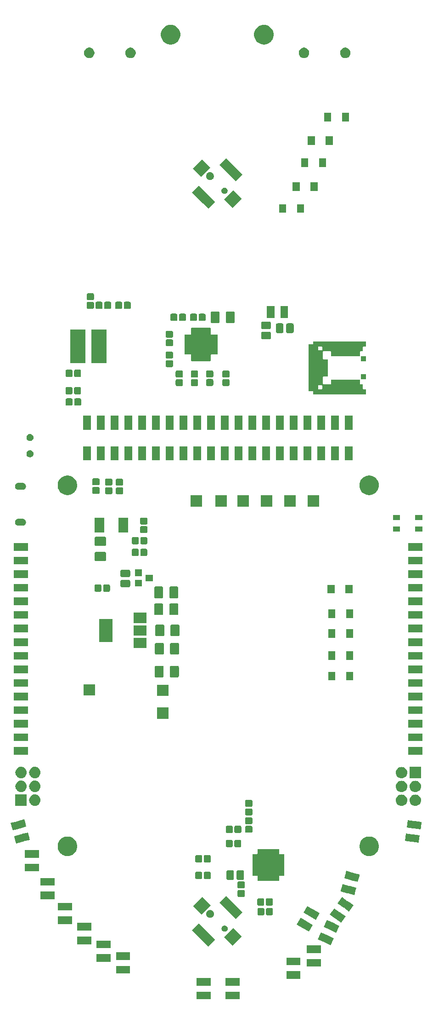
<source format=gts>
G04 #@! TF.GenerationSoftware,KiCad,Pcbnew,(5.1.0-0)*
G04 #@! TF.CreationDate,2019-05-28T16:28:09-07:00*
G04 #@! TF.ProjectId,DC27-badge,44433237-2d62-4616-9467-652e6b696361,rev?*
G04 #@! TF.SameCoordinates,Original*
G04 #@! TF.FileFunction,Soldermask,Top*
G04 #@! TF.FilePolarity,Negative*
%FSLAX46Y46*%
G04 Gerber Fmt 4.6, Leading zero omitted, Abs format (unit mm)*
G04 Created by KiCad (PCBNEW (5.1.0-0)) date 2019-05-28 16:28:09*
%MOMM*%
%LPD*%
G04 APERTURE LIST*
%ADD10C,0.150000*%
G04 APERTURE END LIST*
D10*
G36*
X80626800Y-115613010D02*
G01*
X81761000Y-115613010D01*
X81761000Y-117934180D01*
X80626800Y-117934180D01*
X80626800Y-115613010D01*
G37*
G36*
X80602500Y-121265020D02*
G01*
X81761000Y-121265020D01*
X81761000Y-123592910D01*
X80602500Y-123592910D01*
X80602500Y-121265020D01*
G37*
G36*
X83145300Y-115613010D02*
G01*
X84301000Y-115613010D01*
X84301000Y-117932470D01*
X83145300Y-117932470D01*
X83145300Y-115613010D01*
G37*
G36*
X83150900Y-121265020D02*
G01*
X84301000Y-121265020D01*
X84301000Y-123592070D01*
X83150900Y-123592070D01*
X83150900Y-121265020D01*
G37*
G36*
X85684900Y-115613010D02*
G01*
X86841000Y-115613010D01*
X86841000Y-117932110D01*
X85684900Y-117932110D01*
X85684900Y-115613010D01*
G37*
G36*
X85685400Y-121265020D02*
G01*
X86841000Y-121265020D01*
X86841000Y-123593840D01*
X85685400Y-123593840D01*
X85685400Y-121265020D01*
G37*
G36*
X88232300Y-115613010D02*
G01*
X89381000Y-115613010D01*
X89381000Y-117932400D01*
X88232300Y-117932400D01*
X88232300Y-115613010D01*
G37*
G36*
X88241000Y-121265020D02*
G01*
X89381000Y-121265020D01*
X89381000Y-123591230D01*
X88241000Y-123591230D01*
X88241000Y-121265020D01*
G37*
G36*
X90780800Y-115613010D02*
G01*
X91921000Y-115613010D01*
X91921000Y-117932920D01*
X90780800Y-117932920D01*
X90780800Y-115613010D01*
G37*
G36*
X90773300Y-121265020D02*
G01*
X91921000Y-121265020D01*
X91921000Y-123594050D01*
X90773300Y-123594050D01*
X90773300Y-121265020D01*
G37*
G36*
X93324300Y-115613010D02*
G01*
X94461000Y-115613010D01*
X94461000Y-117932970D01*
X93324300Y-117932970D01*
X93324300Y-115613010D01*
G37*
G36*
X93321600Y-121265020D02*
G01*
X94461000Y-121265020D01*
X94461000Y-123592790D01*
X93321600Y-123592790D01*
X93321600Y-121265020D01*
G37*
G36*
X95872800Y-115613010D02*
G01*
X97000980Y-115613010D01*
X97000980Y-117933910D01*
X95872800Y-117933910D01*
X95872800Y-115613010D01*
G37*
G36*
X95873890Y-121265020D02*
G01*
X97000980Y-121265020D01*
X97000980Y-123589170D01*
X95873890Y-123589170D01*
X95873890Y-121265020D01*
G37*
G36*
X98413170Y-115613010D02*
G01*
X99540980Y-115613010D01*
X99540980Y-117933600D01*
X98413170Y-117933600D01*
X98413170Y-115613010D01*
G37*
G36*
X98414130Y-121265020D02*
G01*
X99540980Y-121265020D01*
X99540980Y-123589820D01*
X98414130Y-123589820D01*
X98414130Y-121265020D01*
G37*
G36*
X100958700Y-115613010D02*
G01*
X102080980Y-115613010D01*
X102080980Y-117934900D01*
X100958700Y-117934900D01*
X100958700Y-115613010D01*
G37*
G36*
X100953870Y-121265020D02*
G01*
X102080980Y-121265020D01*
X102080980Y-123591680D01*
X100953870Y-123591680D01*
X100953870Y-121265020D01*
G37*
G36*
X103497890Y-115613010D02*
G01*
X104620984Y-115613010D01*
X104620984Y-117934000D01*
X103497890Y-117934000D01*
X103497890Y-115613010D01*
G37*
G36*
X103497060Y-121265020D02*
G01*
X104620984Y-121265020D01*
X104620984Y-123591220D01*
X103497060Y-123591220D01*
X103497060Y-121265020D01*
G37*
G36*
X106039273Y-115613010D02*
G01*
X107160980Y-115613010D01*
X107160980Y-117934340D01*
X106039273Y-117934340D01*
X106039273Y-115613010D01*
G37*
G36*
X106039669Y-121265020D02*
G01*
X107160980Y-121265020D01*
X107160980Y-123590830D01*
X106039669Y-123590830D01*
X106039669Y-121265020D01*
G37*
G36*
X108580560Y-115613010D02*
G01*
X109700980Y-115613010D01*
X109700980Y-117934200D01*
X108580560Y-117934200D01*
X108580560Y-115613010D01*
G37*
G36*
X108579510Y-121265020D02*
G01*
X109700980Y-121265020D01*
X109700980Y-123587650D01*
X108579510Y-123587650D01*
X108579510Y-121265020D01*
G37*
G36*
X111128290Y-115613010D02*
G01*
X112240980Y-115613010D01*
X112240980Y-117932330D01*
X111128290Y-117932330D01*
X111128290Y-115613010D01*
G37*
G36*
X111123910Y-121265020D02*
G01*
X112240980Y-121265020D01*
X112240980Y-123590400D01*
X111123910Y-123590400D01*
X111123910Y-121265020D01*
G37*
G36*
X113667720Y-115613010D02*
G01*
X114780980Y-115613010D01*
X114780980Y-117933260D01*
X113667720Y-117933260D01*
X113667720Y-115613010D01*
G37*
G36*
X113664470Y-121265020D02*
G01*
X114780980Y-121265020D01*
X114780980Y-123589640D01*
X113664470Y-123589640D01*
X113664470Y-121265020D01*
G37*
G36*
X116205600Y-115613010D02*
G01*
X117321000Y-115613010D01*
X117321000Y-117933990D01*
X116205600Y-117933990D01*
X116205600Y-115613010D01*
G37*
G36*
X116202100Y-121265020D02*
G01*
X117321000Y-121265020D01*
X117321000Y-123588150D01*
X116202100Y-123588150D01*
X116202100Y-121265020D01*
G37*
G36*
X118742000Y-115613010D02*
G01*
X119861000Y-115613010D01*
X119861000Y-117934630D01*
X118742000Y-117934630D01*
X118742000Y-115613010D01*
G37*
G36*
X118743200Y-121265020D02*
G01*
X119861000Y-121265020D01*
X119861000Y-123588270D01*
X118743200Y-123588270D01*
X118743200Y-121265020D01*
G37*
G36*
X121301300Y-115613010D02*
G01*
X122401000Y-115613010D01*
X122401000Y-117932670D01*
X121301300Y-117932670D01*
X121301300Y-115613010D01*
G37*
G36*
X121294600Y-121265020D02*
G01*
X122401000Y-121265020D01*
X122401000Y-123590920D01*
X121294600Y-123590920D01*
X121294600Y-121265020D01*
G37*
G36*
X123821200Y-115613010D02*
G01*
X124941000Y-115613010D01*
X124941000Y-117934810D01*
X123821200Y-117934810D01*
X123821200Y-115613010D01*
G37*
G36*
X123846800Y-121265020D02*
G01*
X124941000Y-121265020D01*
X124941000Y-123593010D01*
X123846800Y-123593010D01*
X123846800Y-121265020D01*
G37*
G36*
X126380400Y-115613010D02*
G01*
X127481000Y-115613010D01*
X127481000Y-117933310D01*
X126380400Y-117933310D01*
X126380400Y-115613010D01*
G37*
G36*
X126372100Y-121265020D02*
G01*
X127481000Y-121265020D01*
X127481000Y-123589510D01*
X126372100Y-123589510D01*
X126372100Y-121265020D01*
G37*
G36*
X128925100Y-115613010D02*
G01*
X130021000Y-115613010D01*
X130021000Y-117933160D01*
X128925100Y-117933160D01*
X128925100Y-115613010D01*
G37*
G36*
X128915000Y-121265020D02*
G01*
X130021000Y-121265020D01*
X130021000Y-123589720D01*
X128915000Y-123589720D01*
X128915000Y-121265020D01*
G37*
G36*
X109300000Y-222850000D02*
G01*
X106700000Y-222850000D01*
X106700000Y-221450000D01*
X109300000Y-221450000D01*
X109300000Y-222850000D01*
X109300000Y-222850000D01*
G37*
G36*
X104000000Y-222850000D02*
G01*
X101400000Y-222850000D01*
X101400000Y-221450000D01*
X104000000Y-221450000D01*
X104000000Y-222850000D01*
X104000000Y-222850000D01*
G37*
G36*
X109300000Y-220350000D02*
G01*
X106700000Y-220350000D01*
X106700000Y-218950000D01*
X109300000Y-218950000D01*
X109300000Y-220350000D01*
X109300000Y-220350000D01*
G37*
G36*
X104000000Y-220350000D02*
G01*
X101400000Y-220350000D01*
X101400000Y-218950000D01*
X104000000Y-218950000D01*
X104000000Y-220350000D01*
X104000000Y-220350000D01*
G37*
G36*
X120550000Y-219090000D02*
G01*
X117950000Y-219090000D01*
X117950000Y-217690000D01*
X120550000Y-217690000D01*
X120550000Y-219090000D01*
X120550000Y-219090000D01*
G37*
G36*
X89130000Y-218110000D02*
G01*
X86530000Y-218110000D01*
X86530000Y-216710000D01*
X89130000Y-216710000D01*
X89130000Y-218110000D01*
X89130000Y-218110000D01*
G37*
G36*
X124300000Y-216860000D02*
G01*
X121700000Y-216860000D01*
X121700000Y-215460000D01*
X124300000Y-215460000D01*
X124300000Y-216860000D01*
X124300000Y-216860000D01*
G37*
G36*
X120550000Y-216590000D02*
G01*
X117950000Y-216590000D01*
X117950000Y-215190000D01*
X120550000Y-215190000D01*
X120550000Y-216590000D01*
X120550000Y-216590000D01*
G37*
G36*
X85550000Y-215975000D02*
G01*
X82950000Y-215975000D01*
X82950000Y-214575000D01*
X85550000Y-214575000D01*
X85550000Y-215975000D01*
X85550000Y-215975000D01*
G37*
G36*
X89130000Y-215610000D02*
G01*
X86530000Y-215610000D01*
X86530000Y-214210000D01*
X89130000Y-214210000D01*
X89130000Y-215610000D01*
X89130000Y-215610000D01*
G37*
G36*
X124300000Y-214360000D02*
G01*
X121700000Y-214360000D01*
X121700000Y-212960000D01*
X124300000Y-212960000D01*
X124300000Y-214360000D01*
X124300000Y-214360000D01*
G37*
G36*
X85550000Y-213475000D02*
G01*
X82950000Y-213475000D01*
X82950000Y-212075000D01*
X85550000Y-212075000D01*
X85550000Y-213475000D01*
X85550000Y-213475000D01*
G37*
G36*
X102789377Y-209907754D02*
G01*
X102789377Y-209907755D01*
X102807055Y-209925433D01*
X102807055Y-209925432D01*
X103797004Y-210915381D01*
X103797004Y-210915382D01*
X103814682Y-210933060D01*
X103814682Y-210933059D01*
X104804631Y-211923008D01*
X103567194Y-213160445D01*
X102577245Y-212170496D01*
X102577246Y-212170496D01*
X102559568Y-212152818D01*
X102559567Y-212152818D01*
X101569618Y-211162869D01*
X101569619Y-211162869D01*
X101551941Y-211145191D01*
X101551940Y-211145191D01*
X100561991Y-210155242D01*
X101799428Y-208917805D01*
X102789377Y-209907754D01*
X102789377Y-209907754D01*
G37*
G36*
X109701346Y-211304289D02*
G01*
X108004289Y-213001346D01*
X106448654Y-211445711D01*
X108145711Y-209748654D01*
X109701346Y-211304289D01*
X109701346Y-211304289D01*
G37*
G36*
X125530217Y-211089035D02*
G01*
X126685760Y-211627874D01*
X126094095Y-212896704D01*
X124893238Y-212336735D01*
X123737695Y-211797896D01*
X124329360Y-210529066D01*
X125530217Y-211089035D01*
X125530217Y-211089035D01*
G37*
G36*
X82000000Y-212725000D02*
G01*
X79400000Y-212725000D01*
X79400000Y-211325000D01*
X82000000Y-211325000D01*
X82000000Y-212725000D01*
X82000000Y-212725000D01*
G37*
G36*
X126586762Y-208823265D02*
G01*
X127177541Y-209098750D01*
X127742305Y-209362104D01*
X127150640Y-210630934D01*
X125949783Y-210070965D01*
X124794240Y-209532126D01*
X125385905Y-208263296D01*
X126586762Y-208823265D01*
X126586762Y-208823265D01*
G37*
G36*
X106722442Y-209301818D02*
G01*
X106827085Y-209345162D01*
X106827086Y-209345163D01*
X106921262Y-209408089D01*
X107001353Y-209488180D01*
X107043399Y-209551107D01*
X107064280Y-209582357D01*
X107107624Y-209687000D01*
X107129721Y-209798089D01*
X107129721Y-209911353D01*
X107107624Y-210022442D01*
X107064280Y-210127085D01*
X107064279Y-210127086D01*
X107001353Y-210221262D01*
X106921262Y-210301353D01*
X106858335Y-210343399D01*
X106827085Y-210364280D01*
X106722442Y-210407624D01*
X106611354Y-210429721D01*
X106498088Y-210429721D01*
X106387000Y-210407624D01*
X106282357Y-210364280D01*
X106251107Y-210343399D01*
X106188180Y-210301353D01*
X106108089Y-210221262D01*
X106045163Y-210127086D01*
X106045162Y-210127085D01*
X106001818Y-210022442D01*
X105979721Y-209911353D01*
X105979721Y-209798089D01*
X106001818Y-209687000D01*
X106045162Y-209582357D01*
X106066043Y-209551107D01*
X106108089Y-209488180D01*
X106188180Y-209408089D01*
X106282356Y-209345163D01*
X106282357Y-209345162D01*
X106387000Y-209301818D01*
X106498088Y-209279721D01*
X106611354Y-209279721D01*
X106722442Y-209301818D01*
X106722442Y-209301818D01*
G37*
G36*
X121673351Y-208523814D02*
G01*
X122820834Y-209186314D01*
X122120833Y-210398751D01*
X121016649Y-209761250D01*
X119869166Y-209098750D01*
X120569167Y-207886313D01*
X121673351Y-208523814D01*
X121673351Y-208523814D01*
G37*
G36*
X82000000Y-210225000D02*
G01*
X79400000Y-210225000D01*
X79400000Y-208825000D01*
X82000000Y-208825000D01*
X82000000Y-210225000D01*
X82000000Y-210225000D01*
G37*
G36*
X78425000Y-209025000D02*
G01*
X75825000Y-209025000D01*
X75825000Y-207625000D01*
X78425000Y-207625000D01*
X78425000Y-209025000D01*
X78425000Y-209025000D01*
G37*
G36*
X127742618Y-206813176D02*
G01*
X127742617Y-206813177D01*
X127804055Y-206856196D01*
X127804062Y-206856200D01*
X128173212Y-207114682D01*
X128889431Y-207616183D01*
X128889431Y-207616184D01*
X128086424Y-208762996D01*
X127103441Y-208074705D01*
X127103442Y-208074704D01*
X127042004Y-208031685D01*
X127041997Y-208031681D01*
X126608013Y-207727802D01*
X125956628Y-207271698D01*
X125956628Y-207271697D01*
X126759635Y-206124885D01*
X127742618Y-206813176D01*
X127742618Y-206813176D01*
G37*
G36*
X122923351Y-206358750D02*
G01*
X124070834Y-207021250D01*
X123370833Y-208233687D01*
X122266649Y-207596186D01*
X121119166Y-206933686D01*
X121819167Y-205721249D01*
X122923351Y-206358750D01*
X122923351Y-206358750D01*
G37*
G36*
X107845191Y-204851940D02*
G01*
X107845191Y-204851941D01*
X107862869Y-204869619D01*
X107862869Y-204869618D01*
X108852818Y-205859567D01*
X108852818Y-205859568D01*
X108870496Y-205877246D01*
X108870496Y-205877245D01*
X109860445Y-206867194D01*
X108623008Y-208104631D01*
X107633059Y-207114682D01*
X107633060Y-207114682D01*
X107615382Y-207097004D01*
X107615381Y-207097004D01*
X106625432Y-206107055D01*
X106625433Y-206107055D01*
X106607755Y-206089377D01*
X106607754Y-206089377D01*
X105617805Y-205099428D01*
X106855242Y-203861991D01*
X107845191Y-204851940D01*
X107845191Y-204851940D01*
G37*
G36*
X104079190Y-206470576D02*
G01*
X104211131Y-206525227D01*
X104329875Y-206604570D01*
X104430860Y-206705555D01*
X104510203Y-206824299D01*
X104564854Y-206956240D01*
X104592715Y-207096307D01*
X104592715Y-207239123D01*
X104564854Y-207379190D01*
X104510203Y-207511131D01*
X104430860Y-207629875D01*
X104329875Y-207730860D01*
X104211131Y-207810203D01*
X104079190Y-207864854D01*
X103939123Y-207892715D01*
X103796307Y-207892715D01*
X103656240Y-207864854D01*
X103524299Y-207810203D01*
X103405555Y-207730860D01*
X103304570Y-207629875D01*
X103225227Y-207511131D01*
X103170576Y-207379190D01*
X103142715Y-207239123D01*
X103142715Y-207096307D01*
X103170576Y-206956240D01*
X103225227Y-206824299D01*
X103304570Y-206705555D01*
X103405555Y-206604570D01*
X103524299Y-206525227D01*
X103656240Y-206470576D01*
X103796307Y-206442715D01*
X103939123Y-206442715D01*
X104079190Y-206470576D01*
X104079190Y-206470576D01*
G37*
G36*
X115248622Y-206060517D02*
G01*
X115296585Y-206075066D01*
X115340778Y-206098688D01*
X115379519Y-206130481D01*
X115411312Y-206169222D01*
X115434934Y-206213415D01*
X115449483Y-206261378D01*
X115455000Y-206317391D01*
X115455000Y-207142609D01*
X115449483Y-207198622D01*
X115434934Y-207246585D01*
X115411312Y-207290778D01*
X115379519Y-207329519D01*
X115340778Y-207361312D01*
X115296585Y-207384934D01*
X115248622Y-207399483D01*
X115192609Y-207405000D01*
X114442391Y-207405000D01*
X114386378Y-207399483D01*
X114338415Y-207384934D01*
X114294222Y-207361312D01*
X114255481Y-207329519D01*
X114223688Y-207290778D01*
X114200066Y-207246585D01*
X114185517Y-207198622D01*
X114180000Y-207142609D01*
X114180000Y-206317391D01*
X114185517Y-206261378D01*
X114200066Y-206213415D01*
X114223688Y-206169222D01*
X114255481Y-206130481D01*
X114294222Y-206098688D01*
X114338415Y-206075066D01*
X114386378Y-206060517D01*
X114442391Y-206055000D01*
X115192609Y-206055000D01*
X115248622Y-206060517D01*
X115248622Y-206060517D01*
G37*
G36*
X113673622Y-206060517D02*
G01*
X113721585Y-206075066D01*
X113765778Y-206098688D01*
X113804519Y-206130481D01*
X113836312Y-206169222D01*
X113859934Y-206213415D01*
X113874483Y-206261378D01*
X113880000Y-206317391D01*
X113880000Y-207142609D01*
X113874483Y-207198622D01*
X113859934Y-207246585D01*
X113836312Y-207290778D01*
X113804519Y-207329519D01*
X113765778Y-207361312D01*
X113721585Y-207384934D01*
X113673622Y-207399483D01*
X113617609Y-207405000D01*
X112867391Y-207405000D01*
X112811378Y-207399483D01*
X112763415Y-207384934D01*
X112719222Y-207361312D01*
X112680481Y-207329519D01*
X112648688Y-207290778D01*
X112625066Y-207246585D01*
X112610517Y-207198622D01*
X112605000Y-207142609D01*
X112605000Y-206317391D01*
X112610517Y-206261378D01*
X112625066Y-206213415D01*
X112648688Y-206169222D01*
X112680481Y-206130481D01*
X112719222Y-206098688D01*
X112763415Y-206075066D01*
X112811378Y-206060517D01*
X112867391Y-206055000D01*
X113617609Y-206055000D01*
X113673622Y-206060517D01*
X113673622Y-206060517D01*
G37*
G36*
X103973782Y-205576725D02*
G01*
X102276725Y-207273782D01*
X100721090Y-205718147D01*
X102418147Y-204021090D01*
X103973782Y-205576725D01*
X103973782Y-205576725D01*
G37*
G36*
X129176559Y-204765295D02*
G01*
X129176558Y-204765296D01*
X129237996Y-204808315D01*
X129238003Y-204808319D01*
X129653749Y-205099428D01*
X130323372Y-205568302D01*
X130323372Y-205568303D01*
X129520365Y-206715115D01*
X128537382Y-206026824D01*
X128537383Y-206026823D01*
X128475945Y-205983804D01*
X128475938Y-205983800D01*
X127882547Y-205568303D01*
X127390569Y-205223817D01*
X127390569Y-205223816D01*
X128193576Y-204077004D01*
X129176559Y-204765295D01*
X129176559Y-204765295D01*
G37*
G36*
X78425000Y-206525000D02*
G01*
X75825000Y-206525000D01*
X75825000Y-205125000D01*
X78425000Y-205125000D01*
X78425000Y-206525000D01*
X78425000Y-206525000D01*
G37*
G36*
X113656122Y-204270517D02*
G01*
X113704085Y-204285066D01*
X113748278Y-204308688D01*
X113787019Y-204340481D01*
X113818812Y-204379222D01*
X113842434Y-204423415D01*
X113856983Y-204471378D01*
X113862500Y-204527391D01*
X113862500Y-205352609D01*
X113856983Y-205408622D01*
X113842434Y-205456585D01*
X113818812Y-205500778D01*
X113787019Y-205539519D01*
X113748278Y-205571312D01*
X113704085Y-205594934D01*
X113656122Y-205609483D01*
X113600109Y-205615000D01*
X112849891Y-205615000D01*
X112793878Y-205609483D01*
X112745915Y-205594934D01*
X112701722Y-205571312D01*
X112662981Y-205539519D01*
X112631188Y-205500778D01*
X112607566Y-205456585D01*
X112593017Y-205408622D01*
X112587500Y-205352609D01*
X112587500Y-204527391D01*
X112593017Y-204471378D01*
X112607566Y-204423415D01*
X112631188Y-204379222D01*
X112662981Y-204340481D01*
X112701722Y-204308688D01*
X112745915Y-204285066D01*
X112793878Y-204270517D01*
X112849891Y-204265000D01*
X113600109Y-204265000D01*
X113656122Y-204270517D01*
X113656122Y-204270517D01*
G37*
G36*
X115231122Y-204270517D02*
G01*
X115279085Y-204285066D01*
X115323278Y-204308688D01*
X115362019Y-204340481D01*
X115393812Y-204379222D01*
X115417434Y-204423415D01*
X115431983Y-204471378D01*
X115437500Y-204527391D01*
X115437500Y-205352609D01*
X115431983Y-205408622D01*
X115417434Y-205456585D01*
X115393812Y-205500778D01*
X115362019Y-205539519D01*
X115323278Y-205571312D01*
X115279085Y-205594934D01*
X115231122Y-205609483D01*
X115175109Y-205615000D01*
X114424891Y-205615000D01*
X114368878Y-205609483D01*
X114320915Y-205594934D01*
X114276722Y-205571312D01*
X114237981Y-205539519D01*
X114206188Y-205500778D01*
X114182566Y-205456585D01*
X114168017Y-205408622D01*
X114162500Y-205352609D01*
X114162500Y-204527391D01*
X114168017Y-204471378D01*
X114182566Y-204423415D01*
X114206188Y-204379222D01*
X114237981Y-204340481D01*
X114276722Y-204308688D01*
X114320915Y-204285066D01*
X114368878Y-204270517D01*
X114424891Y-204265000D01*
X115175109Y-204265000D01*
X115231122Y-204270517D01*
X115231122Y-204270517D01*
G37*
G36*
X75175000Y-204450000D02*
G01*
X72575000Y-204450000D01*
X72575000Y-203050000D01*
X75175000Y-203050000D01*
X75175000Y-204450000D01*
X75175000Y-204450000D01*
G37*
G36*
X110068622Y-202755517D02*
G01*
X110116585Y-202770066D01*
X110160778Y-202793688D01*
X110199519Y-202825481D01*
X110231312Y-202864222D01*
X110254934Y-202908415D01*
X110269483Y-202956378D01*
X110275000Y-203012391D01*
X110275000Y-203762609D01*
X110269483Y-203818622D01*
X110254934Y-203866585D01*
X110231312Y-203910778D01*
X110199519Y-203949519D01*
X110160778Y-203981312D01*
X110116585Y-204004934D01*
X110068622Y-204019483D01*
X110012609Y-204025000D01*
X109187391Y-204025000D01*
X109131378Y-204019483D01*
X109083415Y-204004934D01*
X109039222Y-203981312D01*
X109000481Y-203949519D01*
X108968688Y-203910778D01*
X108945066Y-203866585D01*
X108930517Y-203818622D01*
X108925000Y-203762609D01*
X108925000Y-203012391D01*
X108930517Y-202956378D01*
X108945066Y-202908415D01*
X108968688Y-202864222D01*
X109000481Y-202825481D01*
X109039222Y-202793688D01*
X109083415Y-202770066D01*
X109131378Y-202755517D01*
X109187391Y-202750000D01*
X110012609Y-202750000D01*
X110068622Y-202755517D01*
X110068622Y-202755517D01*
G37*
G36*
X129473681Y-201973958D02*
G01*
X129473681Y-201973959D01*
X129594407Y-202006307D01*
X129594421Y-202006312D01*
X129666866Y-202025723D01*
X129666866Y-202025722D01*
X130825977Y-202336305D01*
X130825977Y-202336306D01*
X130672681Y-202908415D01*
X130560721Y-203326255D01*
X130463630Y-203688601D01*
X130463630Y-203688602D01*
X129304519Y-203378019D01*
X129304519Y-203378018D01*
X129183793Y-203345670D01*
X129183779Y-203345665D01*
X129111334Y-203326254D01*
X129111334Y-203326255D01*
X127952223Y-203015672D01*
X128003185Y-202825481D01*
X128189203Y-202131250D01*
X128314570Y-201663375D01*
X129473681Y-201973958D01*
X129473681Y-201973958D01*
G37*
G36*
X110068622Y-201180517D02*
G01*
X110116585Y-201195066D01*
X110160778Y-201218688D01*
X110199519Y-201250481D01*
X110231312Y-201289222D01*
X110254934Y-201333415D01*
X110269483Y-201381378D01*
X110275000Y-201437391D01*
X110275000Y-202187609D01*
X110269483Y-202243622D01*
X110254934Y-202291585D01*
X110231312Y-202335778D01*
X110199519Y-202374519D01*
X110160778Y-202406312D01*
X110116585Y-202429934D01*
X110068622Y-202444483D01*
X110012609Y-202450000D01*
X109187391Y-202450000D01*
X109131378Y-202444483D01*
X109083415Y-202429934D01*
X109039222Y-202406312D01*
X109000481Y-202374519D01*
X108968688Y-202335778D01*
X108945066Y-202291585D01*
X108930517Y-202243622D01*
X108925000Y-202187609D01*
X108925000Y-201437391D01*
X108930517Y-201381378D01*
X108945066Y-201333415D01*
X108968688Y-201289222D01*
X109000481Y-201250481D01*
X109039222Y-201218688D01*
X109083415Y-201195066D01*
X109131378Y-201180517D01*
X109187391Y-201175000D01*
X110012609Y-201175000D01*
X110068622Y-201180517D01*
X110068622Y-201180517D01*
G37*
G36*
X75175000Y-201950000D02*
G01*
X72575000Y-201950000D01*
X72575000Y-200550000D01*
X75175000Y-200550000D01*
X75175000Y-201950000D01*
X75175000Y-201950000D01*
G37*
G36*
X130120729Y-199559143D02*
G01*
X130120729Y-199559144D01*
X130241455Y-199591492D01*
X130241469Y-199591497D01*
X130313914Y-199610908D01*
X130313914Y-199610907D01*
X131473025Y-199921490D01*
X131473025Y-199921491D01*
X131421174Y-200115000D01*
X131125442Y-201218688D01*
X131110678Y-201273786D01*
X131110678Y-201273787D01*
X129951567Y-200963204D01*
X129951567Y-200963203D01*
X129830841Y-200930855D01*
X129830827Y-200930850D01*
X129758382Y-200911439D01*
X129758382Y-200911440D01*
X128599271Y-200600857D01*
X128601286Y-200593338D01*
X128861421Y-199622500D01*
X128961618Y-199248560D01*
X130120729Y-199559143D01*
X130120729Y-199559143D01*
G37*
G36*
X112980732Y-195221169D02*
G01*
X112983712Y-195222073D01*
X113007746Y-195226854D01*
X113032250Y-195226854D01*
X113056288Y-195222073D01*
X113059268Y-195221169D01*
X113071138Y-195220000D01*
X113368862Y-195220000D01*
X113380732Y-195221169D01*
X113383712Y-195222073D01*
X113407746Y-195226854D01*
X113432250Y-195226854D01*
X113456288Y-195222073D01*
X113459268Y-195221169D01*
X113471138Y-195220000D01*
X113768862Y-195220000D01*
X113780732Y-195221169D01*
X113783712Y-195222073D01*
X113807746Y-195226854D01*
X113832250Y-195226854D01*
X113856288Y-195222073D01*
X113859268Y-195221169D01*
X113871138Y-195220000D01*
X114168862Y-195220000D01*
X114180732Y-195221169D01*
X114183712Y-195222073D01*
X114207746Y-195226854D01*
X114232250Y-195226854D01*
X114256288Y-195222073D01*
X114259268Y-195221169D01*
X114271138Y-195220000D01*
X114568862Y-195220000D01*
X114580732Y-195221169D01*
X114583712Y-195222073D01*
X114607746Y-195226854D01*
X114632250Y-195226854D01*
X114656288Y-195222073D01*
X114659268Y-195221169D01*
X114671138Y-195220000D01*
X114968862Y-195220000D01*
X114980732Y-195221169D01*
X114983712Y-195222073D01*
X115007746Y-195226854D01*
X115032250Y-195226854D01*
X115056288Y-195222073D01*
X115059268Y-195221169D01*
X115071138Y-195220000D01*
X115368862Y-195220000D01*
X115380732Y-195221169D01*
X115383712Y-195222073D01*
X115407746Y-195226854D01*
X115432250Y-195226854D01*
X115456288Y-195222073D01*
X115459268Y-195221169D01*
X115471138Y-195220000D01*
X115768862Y-195220000D01*
X115780732Y-195221169D01*
X115783712Y-195222073D01*
X115807746Y-195226854D01*
X115832250Y-195226854D01*
X115856288Y-195222073D01*
X115859268Y-195221169D01*
X115871138Y-195220000D01*
X116168862Y-195220000D01*
X116180732Y-195221169D01*
X116183712Y-195222073D01*
X116207746Y-195226854D01*
X116232250Y-195226854D01*
X116256288Y-195222073D01*
X116259268Y-195221169D01*
X116271138Y-195220000D01*
X116568862Y-195220000D01*
X116580732Y-195221169D01*
X116586249Y-195222843D01*
X116591332Y-195225559D01*
X116595786Y-195229214D01*
X116599441Y-195233668D01*
X116602157Y-195238751D01*
X116603831Y-195244268D01*
X116605000Y-195256138D01*
X116605000Y-196020001D01*
X116607402Y-196044387D01*
X116614515Y-196067836D01*
X116626066Y-196089447D01*
X116641611Y-196108389D01*
X116660553Y-196123934D01*
X116682164Y-196135485D01*
X116705613Y-196142598D01*
X116729999Y-196145000D01*
X117493862Y-196145000D01*
X117505732Y-196146169D01*
X117511249Y-196147843D01*
X117516332Y-196150559D01*
X117520786Y-196154214D01*
X117524441Y-196158668D01*
X117527157Y-196163751D01*
X117528831Y-196169268D01*
X117530000Y-196181138D01*
X117530000Y-196478862D01*
X117528831Y-196490732D01*
X117527927Y-196493712D01*
X117523146Y-196517746D01*
X117523146Y-196542250D01*
X117527927Y-196566288D01*
X117528831Y-196569268D01*
X117530000Y-196581138D01*
X117530000Y-196878862D01*
X117528831Y-196890732D01*
X117527927Y-196893712D01*
X117523146Y-196917746D01*
X117523146Y-196942250D01*
X117527927Y-196966288D01*
X117528831Y-196969268D01*
X117530000Y-196981138D01*
X117530000Y-197278862D01*
X117528831Y-197290732D01*
X117527927Y-197293712D01*
X117523146Y-197317746D01*
X117523146Y-197342250D01*
X117527927Y-197366288D01*
X117528831Y-197369268D01*
X117530000Y-197381138D01*
X117530000Y-197678862D01*
X117528831Y-197690732D01*
X117527927Y-197693712D01*
X117523146Y-197717746D01*
X117523146Y-197742250D01*
X117527927Y-197766288D01*
X117528831Y-197769268D01*
X117530000Y-197781138D01*
X117530000Y-198078862D01*
X117528831Y-198090732D01*
X117527927Y-198093712D01*
X117523146Y-198117746D01*
X117523146Y-198142250D01*
X117527927Y-198166288D01*
X117528831Y-198169268D01*
X117530000Y-198181138D01*
X117530000Y-198478862D01*
X117528831Y-198490732D01*
X117527927Y-198493712D01*
X117523146Y-198517746D01*
X117523146Y-198542250D01*
X117527927Y-198566288D01*
X117528831Y-198569268D01*
X117530000Y-198581138D01*
X117530000Y-198878862D01*
X117528831Y-198890732D01*
X117527927Y-198893712D01*
X117523146Y-198917746D01*
X117523146Y-198942250D01*
X117527927Y-198966288D01*
X117528831Y-198969268D01*
X117530000Y-198981138D01*
X117530000Y-199278862D01*
X117528831Y-199290732D01*
X117527927Y-199293712D01*
X117523146Y-199317746D01*
X117523146Y-199342250D01*
X117527927Y-199366288D01*
X117528831Y-199369268D01*
X117530000Y-199381138D01*
X117530000Y-199678862D01*
X117528831Y-199690732D01*
X117527927Y-199693712D01*
X117523146Y-199717746D01*
X117523146Y-199742250D01*
X117527927Y-199766288D01*
X117528831Y-199769268D01*
X117530000Y-199781138D01*
X117530000Y-200078862D01*
X117528831Y-200090732D01*
X117527157Y-200096249D01*
X117524441Y-200101332D01*
X117520786Y-200105786D01*
X117516332Y-200109441D01*
X117511249Y-200112157D01*
X117505732Y-200113831D01*
X117493862Y-200115000D01*
X116729999Y-200115000D01*
X116705613Y-200117402D01*
X116682164Y-200124515D01*
X116660553Y-200136066D01*
X116641611Y-200151611D01*
X116626066Y-200170553D01*
X116614515Y-200192164D01*
X116607402Y-200215613D01*
X116605000Y-200239999D01*
X116605000Y-201003862D01*
X116603831Y-201015732D01*
X116602157Y-201021249D01*
X116599441Y-201026332D01*
X116595786Y-201030786D01*
X116591332Y-201034441D01*
X116586249Y-201037157D01*
X116580732Y-201038831D01*
X116568862Y-201040000D01*
X116271138Y-201040000D01*
X116259268Y-201038831D01*
X116256288Y-201037927D01*
X116232254Y-201033146D01*
X116207750Y-201033146D01*
X116183712Y-201037927D01*
X116180732Y-201038831D01*
X116168862Y-201040000D01*
X115871138Y-201040000D01*
X115859268Y-201038831D01*
X115856288Y-201037927D01*
X115832254Y-201033146D01*
X115807750Y-201033146D01*
X115783712Y-201037927D01*
X115780732Y-201038831D01*
X115768862Y-201040000D01*
X115471138Y-201040000D01*
X115459268Y-201038831D01*
X115456288Y-201037927D01*
X115432254Y-201033146D01*
X115407750Y-201033146D01*
X115383712Y-201037927D01*
X115380732Y-201038831D01*
X115368862Y-201040000D01*
X115071138Y-201040000D01*
X115059268Y-201038831D01*
X115056288Y-201037927D01*
X115032254Y-201033146D01*
X115007750Y-201033146D01*
X114983712Y-201037927D01*
X114980732Y-201038831D01*
X114968862Y-201040000D01*
X114671138Y-201040000D01*
X114659268Y-201038831D01*
X114656288Y-201037927D01*
X114632254Y-201033146D01*
X114607750Y-201033146D01*
X114583712Y-201037927D01*
X114580732Y-201038831D01*
X114568862Y-201040000D01*
X114271138Y-201040000D01*
X114259268Y-201038831D01*
X114256288Y-201037927D01*
X114232254Y-201033146D01*
X114207750Y-201033146D01*
X114183712Y-201037927D01*
X114180732Y-201038831D01*
X114168862Y-201040000D01*
X113871138Y-201040000D01*
X113859268Y-201038831D01*
X113856288Y-201037927D01*
X113832254Y-201033146D01*
X113807750Y-201033146D01*
X113783712Y-201037927D01*
X113780732Y-201038831D01*
X113768862Y-201040000D01*
X113471138Y-201040000D01*
X113459268Y-201038831D01*
X113456288Y-201037927D01*
X113432254Y-201033146D01*
X113407750Y-201033146D01*
X113383712Y-201037927D01*
X113380732Y-201038831D01*
X113368862Y-201040000D01*
X113071138Y-201040000D01*
X113059268Y-201038831D01*
X113056288Y-201037927D01*
X113032254Y-201033146D01*
X113007750Y-201033146D01*
X112983712Y-201037927D01*
X112980732Y-201038831D01*
X112968862Y-201040000D01*
X112671138Y-201040000D01*
X112659268Y-201038831D01*
X112653751Y-201037157D01*
X112648668Y-201034441D01*
X112644214Y-201030786D01*
X112640559Y-201026332D01*
X112637843Y-201021249D01*
X112636169Y-201015732D01*
X112635000Y-201003862D01*
X112635000Y-200239999D01*
X112632598Y-200215613D01*
X112625485Y-200192164D01*
X112613934Y-200170553D01*
X112598389Y-200151611D01*
X112579447Y-200136066D01*
X112557836Y-200124515D01*
X112534387Y-200117402D01*
X112510001Y-200115000D01*
X111746138Y-200115000D01*
X111734268Y-200113831D01*
X111728751Y-200112157D01*
X111723668Y-200109441D01*
X111719214Y-200105786D01*
X111715559Y-200101332D01*
X111712843Y-200096249D01*
X111711169Y-200090732D01*
X111710000Y-200078862D01*
X111710000Y-199781138D01*
X111711169Y-199769268D01*
X111712073Y-199766288D01*
X111716854Y-199742254D01*
X111716854Y-199717750D01*
X111712073Y-199693712D01*
X111711169Y-199690732D01*
X111710000Y-199678862D01*
X111710000Y-199381138D01*
X111711169Y-199369268D01*
X111712073Y-199366288D01*
X111716854Y-199342254D01*
X111716854Y-199317750D01*
X111712073Y-199293712D01*
X111711169Y-199290732D01*
X111710000Y-199278862D01*
X111710000Y-198981138D01*
X111711169Y-198969268D01*
X111712073Y-198966288D01*
X111716854Y-198942254D01*
X111716854Y-198917750D01*
X111712073Y-198893712D01*
X111711169Y-198890732D01*
X111710000Y-198878862D01*
X111710000Y-198581138D01*
X111711169Y-198569268D01*
X111712073Y-198566288D01*
X111716854Y-198542254D01*
X111716854Y-198517750D01*
X111712073Y-198493712D01*
X111711169Y-198490732D01*
X111710000Y-198478862D01*
X111710000Y-198181138D01*
X111711169Y-198169268D01*
X111712073Y-198166288D01*
X111716854Y-198142254D01*
X111716854Y-198117750D01*
X111712073Y-198093712D01*
X111711169Y-198090732D01*
X111710000Y-198078862D01*
X111710000Y-197781138D01*
X111711169Y-197769268D01*
X111712073Y-197766288D01*
X111716854Y-197742254D01*
X111716854Y-197717750D01*
X111712073Y-197693712D01*
X111711169Y-197690732D01*
X111710000Y-197678862D01*
X111710000Y-197381138D01*
X111711169Y-197369268D01*
X111712073Y-197366288D01*
X111716854Y-197342254D01*
X111716854Y-197317750D01*
X111712073Y-197293712D01*
X111711169Y-197290732D01*
X111710000Y-197278862D01*
X111710000Y-196981138D01*
X111711169Y-196969268D01*
X111712073Y-196966288D01*
X111716854Y-196942254D01*
X111716854Y-196917750D01*
X111712073Y-196893712D01*
X111711169Y-196890732D01*
X111710000Y-196878862D01*
X111710000Y-196581138D01*
X111711169Y-196569268D01*
X111712073Y-196566288D01*
X111716854Y-196542254D01*
X111716854Y-196517750D01*
X111712073Y-196493712D01*
X111711169Y-196490732D01*
X111710000Y-196478862D01*
X111710000Y-196181138D01*
X111711169Y-196169268D01*
X111712843Y-196163751D01*
X111715559Y-196158668D01*
X111719214Y-196154214D01*
X111723668Y-196150559D01*
X111728751Y-196147843D01*
X111734268Y-196146169D01*
X111746138Y-196145000D01*
X112510001Y-196145000D01*
X112534387Y-196142598D01*
X112557836Y-196135485D01*
X112579447Y-196123934D01*
X112598389Y-196108389D01*
X112613934Y-196089447D01*
X112625485Y-196067836D01*
X112632598Y-196044387D01*
X112635000Y-196020001D01*
X112635000Y-195256138D01*
X112636169Y-195244268D01*
X112637843Y-195238751D01*
X112640559Y-195233668D01*
X112644214Y-195229214D01*
X112648668Y-195225559D01*
X112653751Y-195222843D01*
X112659268Y-195221169D01*
X112671138Y-195220000D01*
X112968862Y-195220000D01*
X112980732Y-195221169D01*
X112980732Y-195221169D01*
G37*
G36*
X109910999Y-199105997D02*
G01*
X109963647Y-199121968D01*
X110012168Y-199147902D01*
X110054695Y-199182805D01*
X110089598Y-199225332D01*
X110115532Y-199273853D01*
X110131503Y-199326501D01*
X110137500Y-199387390D01*
X110137500Y-200612610D01*
X110131503Y-200673499D01*
X110115532Y-200726147D01*
X110089598Y-200774668D01*
X110054695Y-200817195D01*
X110012168Y-200852098D01*
X109963647Y-200878032D01*
X109910999Y-200894003D01*
X109850110Y-200900000D01*
X109049890Y-200900000D01*
X108989001Y-200894003D01*
X108936353Y-200878032D01*
X108887832Y-200852098D01*
X108845305Y-200817195D01*
X108810402Y-200774668D01*
X108784468Y-200726147D01*
X108768497Y-200673499D01*
X108762500Y-200612610D01*
X108762500Y-199387390D01*
X108768497Y-199326501D01*
X108784468Y-199273853D01*
X108810402Y-199225332D01*
X108845305Y-199182805D01*
X108887832Y-199147902D01*
X108936353Y-199121968D01*
X108989001Y-199105997D01*
X109049890Y-199100000D01*
X109850110Y-199100000D01*
X109910999Y-199105997D01*
X109910999Y-199105997D01*
G37*
G36*
X108035999Y-199105997D02*
G01*
X108088647Y-199121968D01*
X108137168Y-199147902D01*
X108179695Y-199182805D01*
X108214598Y-199225332D01*
X108240532Y-199273853D01*
X108256503Y-199326501D01*
X108262500Y-199387390D01*
X108262500Y-200612610D01*
X108256503Y-200673499D01*
X108240532Y-200726147D01*
X108214598Y-200774668D01*
X108179695Y-200817195D01*
X108137168Y-200852098D01*
X108088647Y-200878032D01*
X108035999Y-200894003D01*
X107975110Y-200900000D01*
X107174890Y-200900000D01*
X107114001Y-200894003D01*
X107061353Y-200878032D01*
X107012832Y-200852098D01*
X106970305Y-200817195D01*
X106935402Y-200774668D01*
X106909468Y-200726147D01*
X106893497Y-200673499D01*
X106887500Y-200612610D01*
X106887500Y-199387390D01*
X106893497Y-199326501D01*
X106909468Y-199273853D01*
X106935402Y-199225332D01*
X106970305Y-199182805D01*
X107012832Y-199147902D01*
X107061353Y-199121968D01*
X107114001Y-199105997D01*
X107174890Y-199100000D01*
X107975110Y-199100000D01*
X108035999Y-199105997D01*
X108035999Y-199105997D01*
G37*
G36*
X103788622Y-199390517D02*
G01*
X103836585Y-199405066D01*
X103880778Y-199428688D01*
X103919519Y-199460481D01*
X103951312Y-199499222D01*
X103974934Y-199543415D01*
X103989483Y-199591378D01*
X103995000Y-199647391D01*
X103995000Y-200472609D01*
X103989483Y-200528622D01*
X103974934Y-200576585D01*
X103951312Y-200620778D01*
X103919519Y-200659519D01*
X103880778Y-200691312D01*
X103836585Y-200714934D01*
X103788622Y-200729483D01*
X103732609Y-200735000D01*
X102982391Y-200735000D01*
X102926378Y-200729483D01*
X102878415Y-200714934D01*
X102834222Y-200691312D01*
X102795481Y-200659519D01*
X102763688Y-200620778D01*
X102740066Y-200576585D01*
X102725517Y-200528622D01*
X102720000Y-200472609D01*
X102720000Y-199647391D01*
X102725517Y-199591378D01*
X102740066Y-199543415D01*
X102763688Y-199499222D01*
X102795481Y-199460481D01*
X102834222Y-199428688D01*
X102878415Y-199405066D01*
X102926378Y-199390517D01*
X102982391Y-199385000D01*
X103732609Y-199385000D01*
X103788622Y-199390517D01*
X103788622Y-199390517D01*
G37*
G36*
X102213622Y-199390517D02*
G01*
X102261585Y-199405066D01*
X102305778Y-199428688D01*
X102344519Y-199460481D01*
X102376312Y-199499222D01*
X102399934Y-199543415D01*
X102414483Y-199591378D01*
X102420000Y-199647391D01*
X102420000Y-200472609D01*
X102414483Y-200528622D01*
X102399934Y-200576585D01*
X102376312Y-200620778D01*
X102344519Y-200659519D01*
X102305778Y-200691312D01*
X102261585Y-200714934D01*
X102213622Y-200729483D01*
X102157609Y-200735000D01*
X101407391Y-200735000D01*
X101351378Y-200729483D01*
X101303415Y-200714934D01*
X101259222Y-200691312D01*
X101220481Y-200659519D01*
X101188688Y-200620778D01*
X101165066Y-200576585D01*
X101150517Y-200528622D01*
X101145000Y-200472609D01*
X101145000Y-199647391D01*
X101150517Y-199591378D01*
X101165066Y-199543415D01*
X101188688Y-199499222D01*
X101220481Y-199460481D01*
X101259222Y-199428688D01*
X101303415Y-199405066D01*
X101351378Y-199390517D01*
X101407391Y-199385000D01*
X102157609Y-199385000D01*
X102213622Y-199390517D01*
X102213622Y-199390517D01*
G37*
G36*
X72350000Y-199325000D02*
G01*
X69750000Y-199325000D01*
X69750000Y-197925000D01*
X72350000Y-197925000D01*
X72350000Y-199325000D01*
X72350000Y-199325000D01*
G37*
G36*
X103788622Y-196340517D02*
G01*
X103836585Y-196355066D01*
X103880778Y-196378688D01*
X103919519Y-196410481D01*
X103951312Y-196449222D01*
X103974934Y-196493415D01*
X103989483Y-196541378D01*
X103995000Y-196597391D01*
X103995000Y-197422609D01*
X103989483Y-197478622D01*
X103974934Y-197526585D01*
X103951312Y-197570778D01*
X103919519Y-197609519D01*
X103880778Y-197641312D01*
X103836585Y-197664934D01*
X103788622Y-197679483D01*
X103732609Y-197685000D01*
X102982391Y-197685000D01*
X102926378Y-197679483D01*
X102878415Y-197664934D01*
X102834222Y-197641312D01*
X102795481Y-197609519D01*
X102763688Y-197570778D01*
X102740066Y-197526585D01*
X102725517Y-197478622D01*
X102720000Y-197422609D01*
X102720000Y-196597391D01*
X102725517Y-196541378D01*
X102740066Y-196493415D01*
X102763688Y-196449222D01*
X102795481Y-196410481D01*
X102834222Y-196378688D01*
X102878415Y-196355066D01*
X102926378Y-196340517D01*
X102982391Y-196335000D01*
X103732609Y-196335000D01*
X103788622Y-196340517D01*
X103788622Y-196340517D01*
G37*
G36*
X102213622Y-196340517D02*
G01*
X102261585Y-196355066D01*
X102305778Y-196378688D01*
X102344519Y-196410481D01*
X102376312Y-196449222D01*
X102399934Y-196493415D01*
X102414483Y-196541378D01*
X102420000Y-196597391D01*
X102420000Y-197422609D01*
X102414483Y-197478622D01*
X102399934Y-197526585D01*
X102376312Y-197570778D01*
X102344519Y-197609519D01*
X102305778Y-197641312D01*
X102261585Y-197664934D01*
X102213622Y-197679483D01*
X102157609Y-197685000D01*
X101407391Y-197685000D01*
X101351378Y-197679483D01*
X101303415Y-197664934D01*
X101259222Y-197641312D01*
X101220481Y-197609519D01*
X101188688Y-197570778D01*
X101165066Y-197526585D01*
X101150517Y-197478622D01*
X101145000Y-197422609D01*
X101145000Y-196597391D01*
X101150517Y-196541378D01*
X101165066Y-196493415D01*
X101188688Y-196449222D01*
X101220481Y-196410481D01*
X101259222Y-196378688D01*
X101303415Y-196355066D01*
X101351378Y-196340517D01*
X101407391Y-196335000D01*
X102157609Y-196335000D01*
X102213622Y-196340517D01*
X102213622Y-196340517D01*
G37*
G36*
X72350000Y-196825000D02*
G01*
X69750000Y-196825000D01*
X69750000Y-195425000D01*
X72350000Y-195425000D01*
X72350000Y-196825000D01*
X72350000Y-196825000D01*
G37*
G36*
X77921163Y-192954587D02*
G01*
X78095041Y-192989173D01*
X78422620Y-193124861D01*
X78717433Y-193321849D01*
X78968151Y-193572567D01*
X79165139Y-193867380D01*
X79300827Y-194194959D01*
X79370000Y-194542716D01*
X79370000Y-194897284D01*
X79300827Y-195245041D01*
X79165139Y-195572620D01*
X78968151Y-195867433D01*
X78717433Y-196118151D01*
X78422620Y-196315139D01*
X78095041Y-196450827D01*
X77954099Y-196478862D01*
X77747286Y-196520000D01*
X77392714Y-196520000D01*
X77185901Y-196478862D01*
X77044959Y-196450827D01*
X76717380Y-196315139D01*
X76422567Y-196118151D01*
X76171849Y-195867433D01*
X75974861Y-195572620D01*
X75839173Y-195245041D01*
X75770000Y-194897284D01*
X75770000Y-194542716D01*
X75839173Y-194194959D01*
X75974861Y-193867380D01*
X76171849Y-193572567D01*
X76422567Y-193321849D01*
X76717380Y-193124861D01*
X77044959Y-192989173D01*
X77218837Y-192954587D01*
X77392714Y-192920000D01*
X77747286Y-192920000D01*
X77921163Y-192954587D01*
X77921163Y-192954587D01*
G37*
G36*
X133561163Y-192954587D02*
G01*
X133735041Y-192989173D01*
X134062620Y-193124861D01*
X134357433Y-193321849D01*
X134608151Y-193572567D01*
X134805139Y-193867380D01*
X134940827Y-194194959D01*
X135010000Y-194542716D01*
X135010000Y-194897284D01*
X134940827Y-195245041D01*
X134805139Y-195572620D01*
X134608151Y-195867433D01*
X134357433Y-196118151D01*
X134062620Y-196315139D01*
X133735041Y-196450827D01*
X133594099Y-196478862D01*
X133387286Y-196520000D01*
X133032714Y-196520000D01*
X132825901Y-196478862D01*
X132684959Y-196450827D01*
X132357380Y-196315139D01*
X132062567Y-196118151D01*
X131811849Y-195867433D01*
X131614861Y-195572620D01*
X131479173Y-195245041D01*
X131410000Y-194897284D01*
X131410000Y-194542716D01*
X131479173Y-194194959D01*
X131614861Y-193867380D01*
X131811849Y-193572567D01*
X132062567Y-193321849D01*
X132357380Y-193124861D01*
X132684959Y-192989173D01*
X132858838Y-192954586D01*
X133032714Y-192920000D01*
X133387286Y-192920000D01*
X133561163Y-192954587D01*
X133561163Y-192954587D01*
G37*
G36*
X109418622Y-193530517D02*
G01*
X109466585Y-193545066D01*
X109510778Y-193568688D01*
X109549519Y-193600481D01*
X109581312Y-193639222D01*
X109604934Y-193683415D01*
X109619483Y-193731378D01*
X109625000Y-193787391D01*
X109625000Y-194612609D01*
X109619483Y-194668622D01*
X109604934Y-194716585D01*
X109581312Y-194760778D01*
X109549519Y-194799519D01*
X109510778Y-194831312D01*
X109466585Y-194854934D01*
X109418622Y-194869483D01*
X109362609Y-194875000D01*
X108612391Y-194875000D01*
X108556378Y-194869483D01*
X108508415Y-194854934D01*
X108464222Y-194831312D01*
X108425481Y-194799519D01*
X108393688Y-194760778D01*
X108370066Y-194716585D01*
X108355517Y-194668622D01*
X108350000Y-194612609D01*
X108350000Y-193787391D01*
X108355517Y-193731378D01*
X108370066Y-193683415D01*
X108393688Y-193639222D01*
X108425481Y-193600481D01*
X108464222Y-193568688D01*
X108508415Y-193545066D01*
X108556378Y-193530517D01*
X108612391Y-193525000D01*
X109362609Y-193525000D01*
X109418622Y-193530517D01*
X109418622Y-193530517D01*
G37*
G36*
X107843622Y-193530517D02*
G01*
X107891585Y-193545066D01*
X107935778Y-193568688D01*
X107974519Y-193600481D01*
X108006312Y-193639222D01*
X108029934Y-193683415D01*
X108044483Y-193731378D01*
X108050000Y-193787391D01*
X108050000Y-194612609D01*
X108044483Y-194668622D01*
X108029934Y-194716585D01*
X108006312Y-194760778D01*
X107974519Y-194799519D01*
X107935778Y-194831312D01*
X107891585Y-194854934D01*
X107843622Y-194869483D01*
X107787609Y-194875000D01*
X107037391Y-194875000D01*
X106981378Y-194869483D01*
X106933415Y-194854934D01*
X106889222Y-194831312D01*
X106850481Y-194799519D01*
X106818688Y-194760778D01*
X106795066Y-194716585D01*
X106780517Y-194668622D01*
X106775000Y-194612609D01*
X106775000Y-193787391D01*
X106780517Y-193731378D01*
X106795066Y-193683415D01*
X106818688Y-193639222D01*
X106850481Y-193600481D01*
X106889222Y-193568688D01*
X106933415Y-193545066D01*
X106981378Y-193530517D01*
X107037391Y-193525000D01*
X107787609Y-193525000D01*
X107843622Y-193530517D01*
X107843622Y-193530517D01*
G37*
G36*
X70375198Y-192538564D02*
G01*
X70532296Y-193124860D01*
X70640073Y-193527091D01*
X69480962Y-193837674D01*
X69480962Y-193837673D01*
X69408517Y-193857084D01*
X69408508Y-193857087D01*
X69287777Y-193889437D01*
X69287777Y-193889438D01*
X68128666Y-194200021D01*
X67893360Y-193321849D01*
X67766319Y-192847725D01*
X67766319Y-192847724D01*
X68925430Y-192537141D01*
X68925430Y-192537142D01*
X68997875Y-192517731D01*
X68997884Y-192517728D01*
X69118615Y-192485378D01*
X69118615Y-192485377D01*
X70277726Y-192174794D01*
X70375198Y-192538564D01*
X70375198Y-192538564D01*
G37*
G36*
X141164428Y-192510730D02*
G01*
X141164428Y-192510731D01*
X141238698Y-192521169D01*
X141238708Y-192521169D01*
X141362481Y-192538564D01*
X142550803Y-192705572D01*
X142398764Y-193787391D01*
X142355961Y-194091947D01*
X142355961Y-194091948D01*
X141167639Y-193924940D01*
X141167639Y-193924939D01*
X141093369Y-193914501D01*
X141093359Y-193914501D01*
X140969586Y-193897106D01*
X139781264Y-193730098D01*
X139976106Y-192343722D01*
X141164428Y-192510730D01*
X141164428Y-192510730D01*
G37*
G36*
X107856122Y-190930517D02*
G01*
X107904085Y-190945066D01*
X107948278Y-190968688D01*
X107987019Y-191000481D01*
X108018812Y-191039222D01*
X108042434Y-191083415D01*
X108056983Y-191131378D01*
X108062500Y-191187391D01*
X108062500Y-192012609D01*
X108056983Y-192068622D01*
X108042434Y-192116585D01*
X108018812Y-192160778D01*
X107987019Y-192199519D01*
X107948278Y-192231312D01*
X107904085Y-192254934D01*
X107856122Y-192269483D01*
X107800109Y-192275000D01*
X107049891Y-192275000D01*
X106993878Y-192269483D01*
X106945915Y-192254934D01*
X106901722Y-192231312D01*
X106862981Y-192199519D01*
X106831188Y-192160778D01*
X106807566Y-192116585D01*
X106793017Y-192068622D01*
X106787500Y-192012609D01*
X106787500Y-191187391D01*
X106793017Y-191131378D01*
X106807566Y-191083415D01*
X106831188Y-191039222D01*
X106862981Y-191000481D01*
X106901722Y-190968688D01*
X106945915Y-190945066D01*
X106993878Y-190930517D01*
X107049891Y-190925000D01*
X107800109Y-190925000D01*
X107856122Y-190930517D01*
X107856122Y-190930517D01*
G37*
G36*
X109431122Y-190930517D02*
G01*
X109479085Y-190945066D01*
X109523278Y-190968688D01*
X109562019Y-191000481D01*
X109593812Y-191039222D01*
X109617434Y-191083415D01*
X109631983Y-191131378D01*
X109637500Y-191187391D01*
X109637500Y-192012609D01*
X109631983Y-192068622D01*
X109617434Y-192116585D01*
X109593812Y-192160778D01*
X109562019Y-192199519D01*
X109523278Y-192231312D01*
X109479085Y-192254934D01*
X109431122Y-192269483D01*
X109375109Y-192275000D01*
X108624891Y-192275000D01*
X108568878Y-192269483D01*
X108520915Y-192254934D01*
X108476722Y-192231312D01*
X108437981Y-192199519D01*
X108406188Y-192160778D01*
X108382566Y-192116585D01*
X108368017Y-192068622D01*
X108362500Y-192012609D01*
X108362500Y-191187391D01*
X108368017Y-191131378D01*
X108382566Y-191083415D01*
X108406188Y-191039222D01*
X108437981Y-191000481D01*
X108476722Y-190968688D01*
X108520915Y-190945066D01*
X108568878Y-190930517D01*
X108624891Y-190925000D01*
X109375109Y-190925000D01*
X109431122Y-190930517D01*
X109431122Y-190930517D01*
G37*
G36*
X111468622Y-190955517D02*
G01*
X111516585Y-190970066D01*
X111560778Y-190993688D01*
X111599519Y-191025481D01*
X111631312Y-191064222D01*
X111654934Y-191108415D01*
X111669483Y-191156378D01*
X111675000Y-191212391D01*
X111675000Y-191962609D01*
X111669483Y-192018622D01*
X111654934Y-192066585D01*
X111631312Y-192110778D01*
X111599519Y-192149519D01*
X111560778Y-192181312D01*
X111516585Y-192204934D01*
X111468622Y-192219483D01*
X111412609Y-192225000D01*
X110587391Y-192225000D01*
X110531378Y-192219483D01*
X110483415Y-192204934D01*
X110439222Y-192181312D01*
X110400481Y-192149519D01*
X110368688Y-192110778D01*
X110345066Y-192066585D01*
X110330517Y-192018622D01*
X110325000Y-191962609D01*
X110325000Y-191212391D01*
X110330517Y-191156378D01*
X110345066Y-191108415D01*
X110368688Y-191064222D01*
X110400481Y-191025481D01*
X110439222Y-190993688D01*
X110483415Y-190970066D01*
X110531378Y-190955517D01*
X110587391Y-190950000D01*
X111412609Y-190950000D01*
X111468622Y-190955517D01*
X111468622Y-190955517D01*
G37*
G36*
X69783750Y-190331250D02*
G01*
X69991991Y-191108415D01*
X69993025Y-191112276D01*
X68833914Y-191422859D01*
X68833914Y-191422858D01*
X68761469Y-191442269D01*
X68761460Y-191442272D01*
X68640729Y-191474622D01*
X68640729Y-191474623D01*
X67481618Y-191785206D01*
X67272219Y-191003719D01*
X67119271Y-190432910D01*
X67119271Y-190432909D01*
X68278382Y-190122326D01*
X68278382Y-190122327D01*
X68350827Y-190102916D01*
X68350836Y-190102913D01*
X68471567Y-190070563D01*
X68471567Y-190070562D01*
X69630678Y-189759979D01*
X69783750Y-190331250D01*
X69783750Y-190331250D01*
G37*
G36*
X141512361Y-190035060D02*
G01*
X141512361Y-190035061D01*
X141586631Y-190045499D01*
X141586641Y-190045499D01*
X141710414Y-190062894D01*
X142898736Y-190229902D01*
X142754749Y-191254428D01*
X142703894Y-191616277D01*
X142703894Y-191616278D01*
X141515572Y-191449270D01*
X141515572Y-191449269D01*
X141441302Y-191438831D01*
X141441292Y-191438831D01*
X141317519Y-191421436D01*
X140129197Y-191254428D01*
X140324039Y-189868052D01*
X141512361Y-190035060D01*
X141512361Y-190035060D01*
G37*
G36*
X111468622Y-189380517D02*
G01*
X111516585Y-189395066D01*
X111560778Y-189418688D01*
X111599519Y-189450481D01*
X111631312Y-189489222D01*
X111654934Y-189533415D01*
X111669483Y-189581378D01*
X111675000Y-189637391D01*
X111675000Y-190387609D01*
X111669483Y-190443622D01*
X111654934Y-190491585D01*
X111631312Y-190535778D01*
X111599519Y-190574519D01*
X111560778Y-190606312D01*
X111516585Y-190629934D01*
X111468622Y-190644483D01*
X111412609Y-190650000D01*
X110587391Y-190650000D01*
X110531378Y-190644483D01*
X110483415Y-190629934D01*
X110439222Y-190606312D01*
X110400481Y-190574519D01*
X110368688Y-190535778D01*
X110345066Y-190491585D01*
X110330517Y-190443622D01*
X110325000Y-190387609D01*
X110325000Y-189637391D01*
X110330517Y-189581378D01*
X110345066Y-189533415D01*
X110368688Y-189489222D01*
X110400481Y-189450481D01*
X110439222Y-189418688D01*
X110483415Y-189395066D01*
X110531378Y-189380517D01*
X110587391Y-189375000D01*
X111412609Y-189375000D01*
X111468622Y-189380517D01*
X111468622Y-189380517D01*
G37*
G36*
X111468622Y-187755517D02*
G01*
X111516585Y-187770066D01*
X111560778Y-187793688D01*
X111599519Y-187825481D01*
X111631312Y-187864222D01*
X111654934Y-187908415D01*
X111669483Y-187956378D01*
X111675000Y-188012391D01*
X111675000Y-188762609D01*
X111669483Y-188818622D01*
X111654934Y-188866585D01*
X111631312Y-188910778D01*
X111599519Y-188949519D01*
X111560778Y-188981312D01*
X111516585Y-189004934D01*
X111468622Y-189019483D01*
X111412609Y-189025000D01*
X110587391Y-189025000D01*
X110531378Y-189019483D01*
X110483415Y-189004934D01*
X110439222Y-188981312D01*
X110400481Y-188949519D01*
X110368688Y-188910778D01*
X110345066Y-188866585D01*
X110330517Y-188818622D01*
X110325000Y-188762609D01*
X110325000Y-188012391D01*
X110330517Y-187956378D01*
X110345066Y-187908415D01*
X110368688Y-187864222D01*
X110400481Y-187825481D01*
X110439222Y-187793688D01*
X110483415Y-187770066D01*
X110531378Y-187755517D01*
X110587391Y-187750000D01*
X111412609Y-187750000D01*
X111468622Y-187755517D01*
X111468622Y-187755517D01*
G37*
G36*
X111468622Y-186180517D02*
G01*
X111516585Y-186195066D01*
X111560778Y-186218688D01*
X111599519Y-186250481D01*
X111631312Y-186289222D01*
X111654934Y-186333415D01*
X111669483Y-186381378D01*
X111675000Y-186437391D01*
X111675000Y-187187609D01*
X111669483Y-187243622D01*
X111654934Y-187291585D01*
X111631312Y-187335778D01*
X111599519Y-187374519D01*
X111560778Y-187406312D01*
X111516585Y-187429934D01*
X111468622Y-187444483D01*
X111412609Y-187450000D01*
X110587391Y-187450000D01*
X110531378Y-187444483D01*
X110483415Y-187429934D01*
X110439222Y-187406312D01*
X110400481Y-187374519D01*
X110368688Y-187335778D01*
X110345066Y-187291585D01*
X110330517Y-187243622D01*
X110325000Y-187187609D01*
X110325000Y-186437391D01*
X110330517Y-186381378D01*
X110345066Y-186333415D01*
X110368688Y-186289222D01*
X110400481Y-186250481D01*
X110439222Y-186218688D01*
X110483415Y-186195066D01*
X110531378Y-186180517D01*
X110587391Y-186175000D01*
X111412609Y-186175000D01*
X111468622Y-186180517D01*
X111468622Y-186180517D01*
G37*
G36*
X141838707Y-185207597D02*
G01*
X141915836Y-185215193D01*
X142113762Y-185275233D01*
X142113765Y-185275234D01*
X142296170Y-185372732D01*
X142456055Y-185503945D01*
X142587268Y-185663830D01*
X142684766Y-185846235D01*
X142684767Y-185846238D01*
X142744807Y-186044164D01*
X142765080Y-186250000D01*
X142744807Y-186455836D01*
X142692350Y-186628765D01*
X142684766Y-186653765D01*
X142587268Y-186836170D01*
X142456055Y-186996055D01*
X142296170Y-187127268D01*
X142113765Y-187224766D01*
X142113762Y-187224767D01*
X141915836Y-187284807D01*
X141847017Y-187291585D01*
X141761580Y-187300000D01*
X141658420Y-187300000D01*
X141572983Y-187291585D01*
X141504164Y-187284807D01*
X141306238Y-187224767D01*
X141306235Y-187224766D01*
X141123830Y-187127268D01*
X140963945Y-186996055D01*
X140832732Y-186836170D01*
X140735234Y-186653765D01*
X140727650Y-186628765D01*
X140675193Y-186455836D01*
X140654920Y-186250000D01*
X140675193Y-186044164D01*
X140735233Y-185846238D01*
X140735234Y-185846235D01*
X140832732Y-185663830D01*
X140963945Y-185503945D01*
X141123830Y-185372732D01*
X141306235Y-185275234D01*
X141306238Y-185275233D01*
X141504164Y-185215193D01*
X141581293Y-185207597D01*
X141658420Y-185200000D01*
X141761580Y-185200000D01*
X141838707Y-185207597D01*
X141838707Y-185207597D01*
G37*
G36*
X139298707Y-185207597D02*
G01*
X139375836Y-185215193D01*
X139573762Y-185275233D01*
X139573765Y-185275234D01*
X139756170Y-185372732D01*
X139916055Y-185503945D01*
X140047268Y-185663830D01*
X140144766Y-185846235D01*
X140144767Y-185846238D01*
X140204807Y-186044164D01*
X140225080Y-186250000D01*
X140204807Y-186455836D01*
X140152350Y-186628765D01*
X140144766Y-186653765D01*
X140047268Y-186836170D01*
X139916055Y-186996055D01*
X139756170Y-187127268D01*
X139573765Y-187224766D01*
X139573762Y-187224767D01*
X139375836Y-187284807D01*
X139307017Y-187291585D01*
X139221580Y-187300000D01*
X139118420Y-187300000D01*
X139032983Y-187291585D01*
X138964164Y-187284807D01*
X138766238Y-187224767D01*
X138766235Y-187224766D01*
X138583830Y-187127268D01*
X138423945Y-186996055D01*
X138292732Y-186836170D01*
X138195234Y-186653765D01*
X138187650Y-186628765D01*
X138135193Y-186455836D01*
X138114920Y-186250000D01*
X138135193Y-186044164D01*
X138195233Y-185846238D01*
X138195234Y-185846235D01*
X138292732Y-185663830D01*
X138423945Y-185503945D01*
X138583830Y-185372732D01*
X138766235Y-185275234D01*
X138766238Y-185275233D01*
X138964164Y-185215193D01*
X139041293Y-185207597D01*
X139118420Y-185200000D01*
X139221580Y-185200000D01*
X139298707Y-185207597D01*
X139298707Y-185207597D01*
G37*
G36*
X71693707Y-185182597D02*
G01*
X71770836Y-185190193D01*
X71968762Y-185250233D01*
X71968765Y-185250234D01*
X72151170Y-185347732D01*
X72311055Y-185478945D01*
X72442268Y-185638830D01*
X72539766Y-185821235D01*
X72539767Y-185821238D01*
X72599807Y-186019164D01*
X72620080Y-186225000D01*
X72599807Y-186430836D01*
X72592223Y-186455836D01*
X72539766Y-186628765D01*
X72442268Y-186811170D01*
X72311055Y-186971055D01*
X72151170Y-187102268D01*
X71968765Y-187199766D01*
X71968762Y-187199767D01*
X71770836Y-187259807D01*
X71693707Y-187267403D01*
X71616580Y-187275000D01*
X71513420Y-187275000D01*
X71436293Y-187267403D01*
X71359164Y-187259807D01*
X71161238Y-187199767D01*
X71161235Y-187199766D01*
X70978830Y-187102268D01*
X70818945Y-186971055D01*
X70687732Y-186811170D01*
X70590234Y-186628765D01*
X70537777Y-186455836D01*
X70530193Y-186430836D01*
X70509920Y-186225000D01*
X70530193Y-186019164D01*
X70590233Y-185821238D01*
X70590234Y-185821235D01*
X70687732Y-185638830D01*
X70818945Y-185478945D01*
X70978830Y-185347732D01*
X71161235Y-185250234D01*
X71161238Y-185250233D01*
X71359164Y-185190193D01*
X71436293Y-185182597D01*
X71513420Y-185175000D01*
X71616580Y-185175000D01*
X71693707Y-185182597D01*
X71693707Y-185182597D01*
G37*
G36*
X70075000Y-187275000D02*
G01*
X67975000Y-187275000D01*
X67975000Y-185175000D01*
X70075000Y-185175000D01*
X70075000Y-187275000D01*
X70075000Y-187275000D01*
G37*
G36*
X141838707Y-182667596D02*
G01*
X141915836Y-182675193D01*
X142113762Y-182735233D01*
X142113765Y-182735234D01*
X142296170Y-182832732D01*
X142456055Y-182963945D01*
X142587268Y-183123830D01*
X142684766Y-183306235D01*
X142684767Y-183306238D01*
X142744807Y-183504164D01*
X142765080Y-183710000D01*
X142744807Y-183915836D01*
X142692350Y-184088765D01*
X142684766Y-184113765D01*
X142587268Y-184296170D01*
X142456055Y-184456055D01*
X142296170Y-184587268D01*
X142113765Y-184684766D01*
X142113762Y-184684767D01*
X141915836Y-184744807D01*
X141838707Y-184752404D01*
X141761580Y-184760000D01*
X141658420Y-184760000D01*
X141581293Y-184752404D01*
X141504164Y-184744807D01*
X141306238Y-184684767D01*
X141306235Y-184684766D01*
X141123830Y-184587268D01*
X140963945Y-184456055D01*
X140832732Y-184296170D01*
X140735234Y-184113765D01*
X140727650Y-184088765D01*
X140675193Y-183915836D01*
X140654920Y-183710000D01*
X140675193Y-183504164D01*
X140735233Y-183306238D01*
X140735234Y-183306235D01*
X140832732Y-183123830D01*
X140963945Y-182963945D01*
X141123830Y-182832732D01*
X141306235Y-182735234D01*
X141306238Y-182735233D01*
X141504164Y-182675193D01*
X141581293Y-182667596D01*
X141658420Y-182660000D01*
X141761580Y-182660000D01*
X141838707Y-182667596D01*
X141838707Y-182667596D01*
G37*
G36*
X139298707Y-182667596D02*
G01*
X139375836Y-182675193D01*
X139573762Y-182735233D01*
X139573765Y-182735234D01*
X139756170Y-182832732D01*
X139916055Y-182963945D01*
X140047268Y-183123830D01*
X140144766Y-183306235D01*
X140144767Y-183306238D01*
X140204807Y-183504164D01*
X140225080Y-183710000D01*
X140204807Y-183915836D01*
X140152350Y-184088765D01*
X140144766Y-184113765D01*
X140047268Y-184296170D01*
X139916055Y-184456055D01*
X139756170Y-184587268D01*
X139573765Y-184684766D01*
X139573762Y-184684767D01*
X139375836Y-184744807D01*
X139298707Y-184752404D01*
X139221580Y-184760000D01*
X139118420Y-184760000D01*
X139041293Y-184752404D01*
X138964164Y-184744807D01*
X138766238Y-184684767D01*
X138766235Y-184684766D01*
X138583830Y-184587268D01*
X138423945Y-184456055D01*
X138292732Y-184296170D01*
X138195234Y-184113765D01*
X138187650Y-184088765D01*
X138135193Y-183915836D01*
X138114920Y-183710000D01*
X138135193Y-183504164D01*
X138195233Y-183306238D01*
X138195234Y-183306235D01*
X138292732Y-183123830D01*
X138423945Y-182963945D01*
X138583830Y-182832732D01*
X138766235Y-182735234D01*
X138766238Y-182735233D01*
X138964164Y-182675193D01*
X139041293Y-182667596D01*
X139118420Y-182660000D01*
X139221580Y-182660000D01*
X139298707Y-182667596D01*
X139298707Y-182667596D01*
G37*
G36*
X69153707Y-182642596D02*
G01*
X69230836Y-182650193D01*
X69428762Y-182710233D01*
X69428765Y-182710234D01*
X69611170Y-182807732D01*
X69771055Y-182938945D01*
X69902268Y-183098830D01*
X69999766Y-183281235D01*
X69999767Y-183281238D01*
X70059807Y-183479164D01*
X70080080Y-183685000D01*
X70059807Y-183890836D01*
X70052223Y-183915836D01*
X69999766Y-184088765D01*
X69902268Y-184271170D01*
X69771055Y-184431055D01*
X69611170Y-184562268D01*
X69428765Y-184659766D01*
X69428762Y-184659767D01*
X69230836Y-184719807D01*
X69153707Y-184727403D01*
X69076580Y-184735000D01*
X68973420Y-184735000D01*
X68896293Y-184727403D01*
X68819164Y-184719807D01*
X68621238Y-184659767D01*
X68621235Y-184659766D01*
X68438830Y-184562268D01*
X68278945Y-184431055D01*
X68147732Y-184271170D01*
X68050234Y-184088765D01*
X67997777Y-183915836D01*
X67990193Y-183890836D01*
X67969920Y-183685000D01*
X67990193Y-183479164D01*
X68050233Y-183281238D01*
X68050234Y-183281235D01*
X68147732Y-183098830D01*
X68278945Y-182938945D01*
X68438830Y-182807732D01*
X68621235Y-182710234D01*
X68621238Y-182710233D01*
X68819164Y-182650193D01*
X68896293Y-182642596D01*
X68973420Y-182635000D01*
X69076580Y-182635000D01*
X69153707Y-182642596D01*
X69153707Y-182642596D01*
G37*
G36*
X71693707Y-182642596D02*
G01*
X71770836Y-182650193D01*
X71968762Y-182710233D01*
X71968765Y-182710234D01*
X72151170Y-182807732D01*
X72311055Y-182938945D01*
X72442268Y-183098830D01*
X72539766Y-183281235D01*
X72539767Y-183281238D01*
X72599807Y-183479164D01*
X72620080Y-183685000D01*
X72599807Y-183890836D01*
X72592223Y-183915836D01*
X72539766Y-184088765D01*
X72442268Y-184271170D01*
X72311055Y-184431055D01*
X72151170Y-184562268D01*
X71968765Y-184659766D01*
X71968762Y-184659767D01*
X71770836Y-184719807D01*
X71693707Y-184727403D01*
X71616580Y-184735000D01*
X71513420Y-184735000D01*
X71436293Y-184727403D01*
X71359164Y-184719807D01*
X71161238Y-184659767D01*
X71161235Y-184659766D01*
X70978830Y-184562268D01*
X70818945Y-184431055D01*
X70687732Y-184271170D01*
X70590234Y-184088765D01*
X70537777Y-183915836D01*
X70530193Y-183890836D01*
X70509920Y-183685000D01*
X70530193Y-183479164D01*
X70590233Y-183281238D01*
X70590234Y-183281235D01*
X70687732Y-183098830D01*
X70818945Y-182938945D01*
X70978830Y-182807732D01*
X71161235Y-182710234D01*
X71161238Y-182710233D01*
X71359164Y-182650193D01*
X71436293Y-182642596D01*
X71513420Y-182635000D01*
X71616580Y-182635000D01*
X71693707Y-182642596D01*
X71693707Y-182642596D01*
G37*
G36*
X142760000Y-182220000D02*
G01*
X140660000Y-182220000D01*
X140660000Y-180120000D01*
X142760000Y-180120000D01*
X142760000Y-182220000D01*
X142760000Y-182220000D01*
G37*
G36*
X139298707Y-180127597D02*
G01*
X139375836Y-180135193D01*
X139573762Y-180195233D01*
X139573765Y-180195234D01*
X139756170Y-180292732D01*
X139916055Y-180423945D01*
X140047268Y-180583830D01*
X140144766Y-180766235D01*
X140144767Y-180766238D01*
X140204807Y-180964164D01*
X140225080Y-181170000D01*
X140204807Y-181375836D01*
X140152350Y-181548765D01*
X140144766Y-181573765D01*
X140047268Y-181756170D01*
X139916055Y-181916055D01*
X139756170Y-182047268D01*
X139573765Y-182144766D01*
X139573762Y-182144767D01*
X139375836Y-182204807D01*
X139298707Y-182212404D01*
X139221580Y-182220000D01*
X139118420Y-182220000D01*
X139041293Y-182212404D01*
X138964164Y-182204807D01*
X138766238Y-182144767D01*
X138766235Y-182144766D01*
X138583830Y-182047268D01*
X138423945Y-181916055D01*
X138292732Y-181756170D01*
X138195234Y-181573765D01*
X138187650Y-181548765D01*
X138135193Y-181375836D01*
X138114920Y-181170000D01*
X138135193Y-180964164D01*
X138195233Y-180766238D01*
X138195234Y-180766235D01*
X138292732Y-180583830D01*
X138423945Y-180423945D01*
X138583830Y-180292732D01*
X138766235Y-180195234D01*
X138766238Y-180195233D01*
X138964164Y-180135193D01*
X139041293Y-180127597D01*
X139118420Y-180120000D01*
X139221580Y-180120000D01*
X139298707Y-180127597D01*
X139298707Y-180127597D01*
G37*
G36*
X69153707Y-180102596D02*
G01*
X69230836Y-180110193D01*
X69428762Y-180170233D01*
X69428765Y-180170234D01*
X69611170Y-180267732D01*
X69771055Y-180398945D01*
X69902268Y-180558830D01*
X69999766Y-180741235D01*
X69999767Y-180741238D01*
X70059807Y-180939164D01*
X70080080Y-181145000D01*
X70059807Y-181350836D01*
X70052223Y-181375836D01*
X69999766Y-181548765D01*
X69902268Y-181731170D01*
X69771055Y-181891055D01*
X69611170Y-182022268D01*
X69428765Y-182119766D01*
X69428762Y-182119767D01*
X69230836Y-182179807D01*
X69153707Y-182187403D01*
X69076580Y-182195000D01*
X68973420Y-182195000D01*
X68896293Y-182187403D01*
X68819164Y-182179807D01*
X68621238Y-182119767D01*
X68621235Y-182119766D01*
X68438830Y-182022268D01*
X68278945Y-181891055D01*
X68147732Y-181731170D01*
X68050234Y-181548765D01*
X67997777Y-181375836D01*
X67990193Y-181350836D01*
X67969920Y-181145000D01*
X67990193Y-180939164D01*
X68050233Y-180741238D01*
X68050234Y-180741235D01*
X68147732Y-180558830D01*
X68278945Y-180398945D01*
X68438830Y-180267732D01*
X68621235Y-180170234D01*
X68621238Y-180170233D01*
X68819164Y-180110193D01*
X68896293Y-180102596D01*
X68973420Y-180095000D01*
X69076580Y-180095000D01*
X69153707Y-180102596D01*
X69153707Y-180102596D01*
G37*
G36*
X71693707Y-180102596D02*
G01*
X71770836Y-180110193D01*
X71968762Y-180170233D01*
X71968765Y-180170234D01*
X72151170Y-180267732D01*
X72311055Y-180398945D01*
X72442268Y-180558830D01*
X72539766Y-180741235D01*
X72539767Y-180741238D01*
X72599807Y-180939164D01*
X72620080Y-181145000D01*
X72599807Y-181350836D01*
X72592223Y-181375836D01*
X72539766Y-181548765D01*
X72442268Y-181731170D01*
X72311055Y-181891055D01*
X72151170Y-182022268D01*
X71968765Y-182119766D01*
X71968762Y-182119767D01*
X71770836Y-182179807D01*
X71693707Y-182187403D01*
X71616580Y-182195000D01*
X71513420Y-182195000D01*
X71436293Y-182187403D01*
X71359164Y-182179807D01*
X71161238Y-182119767D01*
X71161235Y-182119766D01*
X70978830Y-182022268D01*
X70818945Y-181891055D01*
X70687732Y-181731170D01*
X70590234Y-181548765D01*
X70537777Y-181375836D01*
X70530193Y-181350836D01*
X70509920Y-181145000D01*
X70530193Y-180939164D01*
X70590233Y-180741238D01*
X70590234Y-180741235D01*
X70687732Y-180558830D01*
X70818945Y-180398945D01*
X70978830Y-180267732D01*
X71161235Y-180170234D01*
X71161238Y-180170233D01*
X71359164Y-180110193D01*
X71436293Y-180102596D01*
X71513420Y-180095000D01*
X71616580Y-180095000D01*
X71693707Y-180102596D01*
X71693707Y-180102596D01*
G37*
G36*
X143040000Y-177860000D02*
G01*
X140440000Y-177860000D01*
X140440000Y-176460000D01*
X143040000Y-176460000D01*
X143040000Y-177860000D01*
X143040000Y-177860000D01*
G37*
G36*
X70310000Y-177860000D02*
G01*
X67710000Y-177860000D01*
X67710000Y-176460000D01*
X70310000Y-176460000D01*
X70310000Y-177860000D01*
X70310000Y-177860000D01*
G37*
G36*
X70310000Y-175360000D02*
G01*
X67710000Y-175360000D01*
X67710000Y-173960000D01*
X70310000Y-173960000D01*
X70310000Y-175360000D01*
X70310000Y-175360000D01*
G37*
G36*
X143040000Y-175360000D02*
G01*
X140440000Y-175360000D01*
X140440000Y-173960000D01*
X143040000Y-173960000D01*
X143040000Y-175360000D01*
X143040000Y-175360000D01*
G37*
G36*
X143040000Y-172860000D02*
G01*
X140440000Y-172860000D01*
X140440000Y-171460000D01*
X143040000Y-171460000D01*
X143040000Y-172860000D01*
X143040000Y-172860000D01*
G37*
G36*
X70310000Y-172860000D02*
G01*
X67710000Y-172860000D01*
X67710000Y-171460000D01*
X70310000Y-171460000D01*
X70310000Y-172860000D01*
X70310000Y-172860000D01*
G37*
G36*
X96220000Y-171300000D02*
G01*
X94120000Y-171300000D01*
X94120000Y-169200000D01*
X96220000Y-169200000D01*
X96220000Y-171300000D01*
X96220000Y-171300000D01*
G37*
G36*
X143040000Y-170360000D02*
G01*
X140440000Y-170360000D01*
X140440000Y-168960000D01*
X143040000Y-168960000D01*
X143040000Y-170360000D01*
X143040000Y-170360000D01*
G37*
G36*
X70310000Y-170360000D02*
G01*
X67710000Y-170360000D01*
X67710000Y-168960000D01*
X70310000Y-168960000D01*
X70310000Y-170360000D01*
X70310000Y-170360000D01*
G37*
G36*
X70310000Y-167860000D02*
G01*
X67710000Y-167860000D01*
X67710000Y-166460000D01*
X70310000Y-166460000D01*
X70310000Y-167860000D01*
X70310000Y-167860000D01*
G37*
G36*
X143040000Y-167860000D02*
G01*
X140440000Y-167860000D01*
X140440000Y-166460000D01*
X143040000Y-166460000D01*
X143040000Y-167860000D01*
X143040000Y-167860000D01*
G37*
G36*
X96180000Y-167070000D02*
G01*
X94080000Y-167070000D01*
X94080000Y-164970000D01*
X96180000Y-164970000D01*
X96180000Y-167070000D01*
X96180000Y-167070000D01*
G37*
G36*
X82690000Y-166990000D02*
G01*
X80590000Y-166990000D01*
X80590000Y-164890000D01*
X82690000Y-164890000D01*
X82690000Y-166990000D01*
X82690000Y-166990000D01*
G37*
G36*
X70310000Y-165360000D02*
G01*
X67710000Y-165360000D01*
X67710000Y-163960000D01*
X70310000Y-163960000D01*
X70310000Y-165360000D01*
X70310000Y-165360000D01*
G37*
G36*
X143040000Y-165360000D02*
G01*
X140440000Y-165360000D01*
X140440000Y-163960000D01*
X143040000Y-163960000D01*
X143040000Y-165360000D01*
X143040000Y-165360000D01*
G37*
G36*
X126950000Y-164200000D02*
G01*
X125650000Y-164200000D01*
X125650000Y-162600000D01*
X126950000Y-162600000D01*
X126950000Y-164200000D01*
X126950000Y-164200000D01*
G37*
G36*
X130250000Y-164200000D02*
G01*
X128950000Y-164200000D01*
X128950000Y-162600000D01*
X130250000Y-162600000D01*
X130250000Y-164200000D01*
X130250000Y-164200000D01*
G37*
G36*
X95119628Y-161505493D02*
G01*
X95167354Y-161519971D01*
X95211332Y-161543477D01*
X95249884Y-161575116D01*
X95281523Y-161613668D01*
X95305029Y-161657646D01*
X95319507Y-161705372D01*
X95325000Y-161761141D01*
X95325000Y-163388859D01*
X95319507Y-163444628D01*
X95305029Y-163492354D01*
X95281523Y-163536332D01*
X95249884Y-163574884D01*
X95211332Y-163606523D01*
X95167354Y-163630029D01*
X95119628Y-163644507D01*
X95063859Y-163650000D01*
X93936141Y-163650000D01*
X93880372Y-163644507D01*
X93832646Y-163630029D01*
X93788668Y-163606523D01*
X93750116Y-163574884D01*
X93718477Y-163536332D01*
X93694971Y-163492354D01*
X93680493Y-163444628D01*
X93675000Y-163388859D01*
X93675000Y-161761141D01*
X93680493Y-161705372D01*
X93694971Y-161657646D01*
X93718477Y-161613668D01*
X93750116Y-161575116D01*
X93788668Y-161543477D01*
X93832646Y-161519971D01*
X93880372Y-161505493D01*
X93936141Y-161500000D01*
X95063859Y-161500000D01*
X95119628Y-161505493D01*
X95119628Y-161505493D01*
G37*
G36*
X97919628Y-161505493D02*
G01*
X97967354Y-161519971D01*
X98011332Y-161543477D01*
X98049884Y-161575116D01*
X98081523Y-161613668D01*
X98105029Y-161657646D01*
X98119507Y-161705372D01*
X98125000Y-161761141D01*
X98125000Y-163388859D01*
X98119507Y-163444628D01*
X98105029Y-163492354D01*
X98081523Y-163536332D01*
X98049884Y-163574884D01*
X98011332Y-163606523D01*
X97967354Y-163630029D01*
X97919628Y-163644507D01*
X97863859Y-163650000D01*
X96736141Y-163650000D01*
X96680372Y-163644507D01*
X96632646Y-163630029D01*
X96588668Y-163606523D01*
X96550116Y-163574884D01*
X96518477Y-163536332D01*
X96494971Y-163492354D01*
X96480493Y-163444628D01*
X96475000Y-163388859D01*
X96475000Y-161761141D01*
X96480493Y-161705372D01*
X96494971Y-161657646D01*
X96518477Y-161613668D01*
X96550116Y-161575116D01*
X96588668Y-161543477D01*
X96632646Y-161519971D01*
X96680372Y-161505493D01*
X96736141Y-161500000D01*
X97863859Y-161500000D01*
X97919628Y-161505493D01*
X97919628Y-161505493D01*
G37*
G36*
X70310000Y-162860000D02*
G01*
X67710000Y-162860000D01*
X67710000Y-161460000D01*
X70310000Y-161460000D01*
X70310000Y-162860000D01*
X70310000Y-162860000D01*
G37*
G36*
X143040000Y-162860000D02*
G01*
X140440000Y-162860000D01*
X140440000Y-161460000D01*
X143040000Y-161460000D01*
X143040000Y-162860000D01*
X143040000Y-162860000D01*
G37*
G36*
X130250000Y-160400000D02*
G01*
X128950000Y-160400000D01*
X128950000Y-158800000D01*
X130250000Y-158800000D01*
X130250000Y-160400000D01*
X130250000Y-160400000D01*
G37*
G36*
X126950000Y-160400000D02*
G01*
X125650000Y-160400000D01*
X125650000Y-158800000D01*
X126950000Y-158800000D01*
X126950000Y-160400000D01*
X126950000Y-160400000D01*
G37*
G36*
X70310000Y-160360000D02*
G01*
X67710000Y-160360000D01*
X67710000Y-158960000D01*
X70310000Y-158960000D01*
X70310000Y-160360000D01*
X70310000Y-160360000D01*
G37*
G36*
X143040000Y-160360000D02*
G01*
X140440000Y-160360000D01*
X140440000Y-158960000D01*
X143040000Y-158960000D01*
X143040000Y-160360000D01*
X143040000Y-160360000D01*
G37*
G36*
X95149628Y-157290493D02*
G01*
X95197354Y-157304971D01*
X95241332Y-157328477D01*
X95279884Y-157360116D01*
X95311523Y-157398668D01*
X95335029Y-157442646D01*
X95349507Y-157490372D01*
X95355000Y-157546141D01*
X95355000Y-159173859D01*
X95349507Y-159229628D01*
X95335029Y-159277354D01*
X95311523Y-159321332D01*
X95279884Y-159359884D01*
X95241332Y-159391523D01*
X95197354Y-159415029D01*
X95149628Y-159429507D01*
X95093859Y-159435000D01*
X93966141Y-159435000D01*
X93910372Y-159429507D01*
X93862646Y-159415029D01*
X93818668Y-159391523D01*
X93780116Y-159359884D01*
X93748477Y-159321332D01*
X93724971Y-159277354D01*
X93710493Y-159229628D01*
X93705000Y-159173859D01*
X93705000Y-157546141D01*
X93710493Y-157490372D01*
X93724971Y-157442646D01*
X93748477Y-157398668D01*
X93780116Y-157360116D01*
X93818668Y-157328477D01*
X93862646Y-157304971D01*
X93910372Y-157290493D01*
X93966141Y-157285000D01*
X95093859Y-157285000D01*
X95149628Y-157290493D01*
X95149628Y-157290493D01*
G37*
G36*
X97949628Y-157290493D02*
G01*
X97997354Y-157304971D01*
X98041332Y-157328477D01*
X98079884Y-157360116D01*
X98111523Y-157398668D01*
X98135029Y-157442646D01*
X98149507Y-157490372D01*
X98155000Y-157546141D01*
X98155000Y-159173859D01*
X98149507Y-159229628D01*
X98135029Y-159277354D01*
X98111523Y-159321332D01*
X98079884Y-159359884D01*
X98041332Y-159391523D01*
X97997354Y-159415029D01*
X97949628Y-159429507D01*
X97893859Y-159435000D01*
X96766141Y-159435000D01*
X96710372Y-159429507D01*
X96662646Y-159415029D01*
X96618668Y-159391523D01*
X96580116Y-159359884D01*
X96548477Y-159321332D01*
X96524971Y-159277354D01*
X96510493Y-159229628D01*
X96505000Y-159173859D01*
X96505000Y-157546141D01*
X96510493Y-157490372D01*
X96524971Y-157442646D01*
X96548477Y-157398668D01*
X96580116Y-157360116D01*
X96618668Y-157328477D01*
X96662646Y-157304971D01*
X96710372Y-157290493D01*
X96766141Y-157285000D01*
X97893859Y-157285000D01*
X97949628Y-157290493D01*
X97949628Y-157290493D01*
G37*
G36*
X92150000Y-158250000D02*
G01*
X89750000Y-158250000D01*
X89750000Y-156350000D01*
X92150000Y-156350000D01*
X92150000Y-158250000D01*
X92150000Y-158250000D01*
G37*
G36*
X143040000Y-157860000D02*
G01*
X140440000Y-157860000D01*
X140440000Y-156460000D01*
X143040000Y-156460000D01*
X143040000Y-157860000D01*
X143040000Y-157860000D01*
G37*
G36*
X70310000Y-157860000D02*
G01*
X67710000Y-157860000D01*
X67710000Y-156460000D01*
X70310000Y-156460000D01*
X70310000Y-157860000D01*
X70310000Y-157860000D01*
G37*
G36*
X85850000Y-157100000D02*
G01*
X83450000Y-157100000D01*
X83450000Y-152900000D01*
X85850000Y-152900000D01*
X85850000Y-157100000D01*
X85850000Y-157100000D01*
G37*
G36*
X126950000Y-156400000D02*
G01*
X125650000Y-156400000D01*
X125650000Y-154800000D01*
X126950000Y-154800000D01*
X126950000Y-156400000D01*
X126950000Y-156400000D01*
G37*
G36*
X130250000Y-156400000D02*
G01*
X128950000Y-156400000D01*
X128950000Y-154800000D01*
X130250000Y-154800000D01*
X130250000Y-156400000D01*
X130250000Y-156400000D01*
G37*
G36*
X95219628Y-153930493D02*
G01*
X95267354Y-153944971D01*
X95311332Y-153968477D01*
X95349884Y-154000116D01*
X95381523Y-154038668D01*
X95405029Y-154082646D01*
X95419507Y-154130372D01*
X95425000Y-154186141D01*
X95425000Y-155813859D01*
X95419507Y-155869628D01*
X95405029Y-155917354D01*
X95381523Y-155961332D01*
X95349884Y-155999884D01*
X95311332Y-156031523D01*
X95267354Y-156055029D01*
X95219628Y-156069507D01*
X95163859Y-156075000D01*
X94036141Y-156075000D01*
X93980372Y-156069507D01*
X93932646Y-156055029D01*
X93888668Y-156031523D01*
X93850116Y-155999884D01*
X93818477Y-155961332D01*
X93794971Y-155917354D01*
X93780493Y-155869628D01*
X93775000Y-155813859D01*
X93775000Y-154186141D01*
X93780493Y-154130372D01*
X93794971Y-154082646D01*
X93818477Y-154038668D01*
X93850116Y-154000116D01*
X93888668Y-153968477D01*
X93932646Y-153944971D01*
X93980372Y-153930493D01*
X94036141Y-153925000D01*
X95163859Y-153925000D01*
X95219628Y-153930493D01*
X95219628Y-153930493D01*
G37*
G36*
X98019628Y-153930493D02*
G01*
X98067354Y-153944971D01*
X98111332Y-153968477D01*
X98149884Y-154000116D01*
X98181523Y-154038668D01*
X98205029Y-154082646D01*
X98219507Y-154130372D01*
X98225000Y-154186141D01*
X98225000Y-155813859D01*
X98219507Y-155869628D01*
X98205029Y-155917354D01*
X98181523Y-155961332D01*
X98149884Y-155999884D01*
X98111332Y-156031523D01*
X98067354Y-156055029D01*
X98019628Y-156069507D01*
X97963859Y-156075000D01*
X96836141Y-156075000D01*
X96780372Y-156069507D01*
X96732646Y-156055029D01*
X96688668Y-156031523D01*
X96650116Y-155999884D01*
X96618477Y-155961332D01*
X96594971Y-155917354D01*
X96580493Y-155869628D01*
X96575000Y-155813859D01*
X96575000Y-154186141D01*
X96580493Y-154130372D01*
X96594971Y-154082646D01*
X96618477Y-154038668D01*
X96650116Y-154000116D01*
X96688668Y-153968477D01*
X96732646Y-153944971D01*
X96780372Y-153930493D01*
X96836141Y-153925000D01*
X97963859Y-153925000D01*
X98019628Y-153930493D01*
X98019628Y-153930493D01*
G37*
G36*
X92150000Y-155950000D02*
G01*
X89750000Y-155950000D01*
X89750000Y-154050000D01*
X92150000Y-154050000D01*
X92150000Y-155950000D01*
X92150000Y-155950000D01*
G37*
G36*
X70310000Y-155360000D02*
G01*
X67710000Y-155360000D01*
X67710000Y-153960000D01*
X70310000Y-153960000D01*
X70310000Y-155360000D01*
X70310000Y-155360000D01*
G37*
G36*
X143040000Y-155360000D02*
G01*
X140440000Y-155360000D01*
X140440000Y-153960000D01*
X143040000Y-153960000D01*
X143040000Y-155360000D01*
X143040000Y-155360000D01*
G37*
G36*
X92150000Y-153650000D02*
G01*
X89750000Y-153650000D01*
X89750000Y-151750000D01*
X92150000Y-151750000D01*
X92150000Y-153650000D01*
X92150000Y-153650000D01*
G37*
G36*
X70310000Y-152860000D02*
G01*
X67710000Y-152860000D01*
X67710000Y-151460000D01*
X70310000Y-151460000D01*
X70310000Y-152860000D01*
X70310000Y-152860000D01*
G37*
G36*
X143040000Y-152860000D02*
G01*
X140440000Y-152860000D01*
X140440000Y-151460000D01*
X143040000Y-151460000D01*
X143040000Y-152860000D01*
X143040000Y-152860000D01*
G37*
G36*
X130250000Y-152700000D02*
G01*
X128950000Y-152700000D01*
X128950000Y-151100000D01*
X130250000Y-151100000D01*
X130250000Y-152700000D01*
X130250000Y-152700000D01*
G37*
G36*
X126950000Y-152700000D02*
G01*
X125650000Y-152700000D01*
X125650000Y-151100000D01*
X126950000Y-151100000D01*
X126950000Y-152700000D01*
X126950000Y-152700000D01*
G37*
G36*
X97819628Y-150030493D02*
G01*
X97867354Y-150044971D01*
X97911332Y-150068477D01*
X97949884Y-150100116D01*
X97981523Y-150138668D01*
X98005029Y-150182646D01*
X98019507Y-150230372D01*
X98025000Y-150286141D01*
X98025000Y-151913859D01*
X98019507Y-151969628D01*
X98005029Y-152017354D01*
X97981523Y-152061332D01*
X97949884Y-152099884D01*
X97911332Y-152131523D01*
X97867354Y-152155029D01*
X97819628Y-152169507D01*
X97763859Y-152175000D01*
X96636141Y-152175000D01*
X96580372Y-152169507D01*
X96532646Y-152155029D01*
X96488668Y-152131523D01*
X96450116Y-152099884D01*
X96418477Y-152061332D01*
X96394971Y-152017354D01*
X96380493Y-151969628D01*
X96375000Y-151913859D01*
X96375000Y-150286141D01*
X96380493Y-150230372D01*
X96394971Y-150182646D01*
X96418477Y-150138668D01*
X96450116Y-150100116D01*
X96488668Y-150068477D01*
X96532646Y-150044971D01*
X96580372Y-150030493D01*
X96636141Y-150025000D01*
X97763859Y-150025000D01*
X97819628Y-150030493D01*
X97819628Y-150030493D01*
G37*
G36*
X95019628Y-150030493D02*
G01*
X95067354Y-150044971D01*
X95111332Y-150068477D01*
X95149884Y-150100116D01*
X95181523Y-150138668D01*
X95205029Y-150182646D01*
X95219507Y-150230372D01*
X95225000Y-150286141D01*
X95225000Y-151913859D01*
X95219507Y-151969628D01*
X95205029Y-152017354D01*
X95181523Y-152061332D01*
X95149884Y-152099884D01*
X95111332Y-152131523D01*
X95067354Y-152155029D01*
X95019628Y-152169507D01*
X94963859Y-152175000D01*
X93836141Y-152175000D01*
X93780372Y-152169507D01*
X93732646Y-152155029D01*
X93688668Y-152131523D01*
X93650116Y-152099884D01*
X93618477Y-152061332D01*
X93594971Y-152017354D01*
X93580493Y-151969628D01*
X93575000Y-151913859D01*
X93575000Y-150286141D01*
X93580493Y-150230372D01*
X93594971Y-150182646D01*
X93618477Y-150138668D01*
X93650116Y-150100116D01*
X93688668Y-150068477D01*
X93732646Y-150044971D01*
X93780372Y-150030493D01*
X93836141Y-150025000D01*
X94963859Y-150025000D01*
X95019628Y-150030493D01*
X95019628Y-150030493D01*
G37*
G36*
X143040000Y-150360000D02*
G01*
X140440000Y-150360000D01*
X140440000Y-148960000D01*
X143040000Y-148960000D01*
X143040000Y-150360000D01*
X143040000Y-150360000D01*
G37*
G36*
X70310000Y-150360000D02*
G01*
X67710000Y-150360000D01*
X67710000Y-148960000D01*
X70310000Y-148960000D01*
X70310000Y-150360000D01*
X70310000Y-150360000D01*
G37*
G36*
X97819628Y-146930493D02*
G01*
X97867354Y-146944971D01*
X97911332Y-146968477D01*
X97949884Y-147000116D01*
X97981523Y-147038668D01*
X98005029Y-147082646D01*
X98019507Y-147130372D01*
X98025000Y-147186141D01*
X98025000Y-148813859D01*
X98019507Y-148869628D01*
X98005029Y-148917354D01*
X97981523Y-148961332D01*
X97949884Y-148999884D01*
X97911332Y-149031523D01*
X97867354Y-149055029D01*
X97819628Y-149069507D01*
X97763859Y-149075000D01*
X96636141Y-149075000D01*
X96580372Y-149069507D01*
X96532646Y-149055029D01*
X96488668Y-149031523D01*
X96450116Y-148999884D01*
X96418477Y-148961332D01*
X96394971Y-148917354D01*
X96380493Y-148869628D01*
X96375000Y-148813859D01*
X96375000Y-147186141D01*
X96380493Y-147130372D01*
X96394971Y-147082646D01*
X96418477Y-147038668D01*
X96450116Y-147000116D01*
X96488668Y-146968477D01*
X96532646Y-146944971D01*
X96580372Y-146930493D01*
X96636141Y-146925000D01*
X97763859Y-146925000D01*
X97819628Y-146930493D01*
X97819628Y-146930493D01*
G37*
G36*
X95019628Y-146930493D02*
G01*
X95067354Y-146944971D01*
X95111332Y-146968477D01*
X95149884Y-147000116D01*
X95181523Y-147038668D01*
X95205029Y-147082646D01*
X95219507Y-147130372D01*
X95225000Y-147186141D01*
X95225000Y-148813859D01*
X95219507Y-148869628D01*
X95205029Y-148917354D01*
X95181523Y-148961332D01*
X95149884Y-148999884D01*
X95111332Y-149031523D01*
X95067354Y-149055029D01*
X95019628Y-149069507D01*
X94963859Y-149075000D01*
X93836141Y-149075000D01*
X93780372Y-149069507D01*
X93732646Y-149055029D01*
X93688668Y-149031523D01*
X93650116Y-148999884D01*
X93618477Y-148961332D01*
X93594971Y-148917354D01*
X93580493Y-148869628D01*
X93575000Y-148813859D01*
X93575000Y-147186141D01*
X93580493Y-147130372D01*
X93594971Y-147082646D01*
X93618477Y-147038668D01*
X93650116Y-147000116D01*
X93688668Y-146968477D01*
X93732646Y-146944971D01*
X93780372Y-146930493D01*
X93836141Y-146925000D01*
X94963859Y-146925000D01*
X95019628Y-146930493D01*
X95019628Y-146930493D01*
G37*
G36*
X130150000Y-148200000D02*
G01*
X128850000Y-148200000D01*
X128850000Y-146600000D01*
X130150000Y-146600000D01*
X130150000Y-148200000D01*
X130150000Y-148200000D01*
G37*
G36*
X126850000Y-148200000D02*
G01*
X125550000Y-148200000D01*
X125550000Y-146600000D01*
X126850000Y-146600000D01*
X126850000Y-148200000D01*
X126850000Y-148200000D01*
G37*
G36*
X85218622Y-146530517D02*
G01*
X85266585Y-146545066D01*
X85310778Y-146568688D01*
X85349519Y-146600481D01*
X85381312Y-146639222D01*
X85404934Y-146683415D01*
X85419483Y-146731378D01*
X85425000Y-146787391D01*
X85425000Y-147612609D01*
X85419483Y-147668622D01*
X85404934Y-147716585D01*
X85381312Y-147760778D01*
X85349519Y-147799519D01*
X85310778Y-147831312D01*
X85266585Y-147854934D01*
X85218622Y-147869483D01*
X85162609Y-147875000D01*
X84412391Y-147875000D01*
X84356378Y-147869483D01*
X84308415Y-147854934D01*
X84264222Y-147831312D01*
X84225481Y-147799519D01*
X84193688Y-147760778D01*
X84170066Y-147716585D01*
X84155517Y-147668622D01*
X84150000Y-147612609D01*
X84150000Y-146787391D01*
X84155517Y-146731378D01*
X84170066Y-146683415D01*
X84193688Y-146639222D01*
X84225481Y-146600481D01*
X84264222Y-146568688D01*
X84308415Y-146545066D01*
X84356378Y-146530517D01*
X84412391Y-146525000D01*
X85162609Y-146525000D01*
X85218622Y-146530517D01*
X85218622Y-146530517D01*
G37*
G36*
X83643622Y-146530517D02*
G01*
X83691585Y-146545066D01*
X83735778Y-146568688D01*
X83774519Y-146600481D01*
X83806312Y-146639222D01*
X83829934Y-146683415D01*
X83844483Y-146731378D01*
X83850000Y-146787391D01*
X83850000Y-147612609D01*
X83844483Y-147668622D01*
X83829934Y-147716585D01*
X83806312Y-147760778D01*
X83774519Y-147799519D01*
X83735778Y-147831312D01*
X83691585Y-147854934D01*
X83643622Y-147869483D01*
X83587609Y-147875000D01*
X82837391Y-147875000D01*
X82781378Y-147869483D01*
X82733415Y-147854934D01*
X82689222Y-147831312D01*
X82650481Y-147799519D01*
X82618688Y-147760778D01*
X82595066Y-147716585D01*
X82580517Y-147668622D01*
X82575000Y-147612609D01*
X82575000Y-146787391D01*
X82580517Y-146731378D01*
X82595066Y-146683415D01*
X82618688Y-146639222D01*
X82650481Y-146600481D01*
X82689222Y-146568688D01*
X82733415Y-146545066D01*
X82781378Y-146530517D01*
X82837391Y-146525000D01*
X83587609Y-146525000D01*
X83643622Y-146530517D01*
X83643622Y-146530517D01*
G37*
G36*
X143040000Y-147860000D02*
G01*
X140440000Y-147860000D01*
X140440000Y-146460000D01*
X143040000Y-146460000D01*
X143040000Y-147860000D01*
X143040000Y-147860000D01*
G37*
G36*
X70310000Y-147860000D02*
G01*
X67710000Y-147860000D01*
X67710000Y-146460000D01*
X70310000Y-146460000D01*
X70310000Y-147860000D01*
X70310000Y-147860000D01*
G37*
G36*
X88923499Y-145693497D02*
G01*
X88976147Y-145709468D01*
X89024668Y-145735402D01*
X89067195Y-145770305D01*
X89102098Y-145812832D01*
X89128032Y-145861353D01*
X89144003Y-145914001D01*
X89150000Y-145974890D01*
X89150000Y-146775110D01*
X89144003Y-146835999D01*
X89128032Y-146888647D01*
X89102098Y-146937168D01*
X89067195Y-146979695D01*
X89024668Y-147014598D01*
X88976147Y-147040532D01*
X88923499Y-147056503D01*
X88862610Y-147062500D01*
X87637390Y-147062500D01*
X87576501Y-147056503D01*
X87523853Y-147040532D01*
X87475332Y-147014598D01*
X87432805Y-146979695D01*
X87397902Y-146937168D01*
X87371968Y-146888647D01*
X87355997Y-146835999D01*
X87350000Y-146775110D01*
X87350000Y-145974890D01*
X87355997Y-145914001D01*
X87371968Y-145861353D01*
X87397902Y-145812832D01*
X87432805Y-145770305D01*
X87475332Y-145735402D01*
X87523853Y-145709468D01*
X87576501Y-145693497D01*
X87637390Y-145687500D01*
X88862610Y-145687500D01*
X88923499Y-145693497D01*
X88923499Y-145693497D01*
G37*
G36*
X91300000Y-146900000D02*
G01*
X90000000Y-146900000D01*
X90000000Y-145700000D01*
X91300000Y-145700000D01*
X91300000Y-146900000D01*
X91300000Y-146900000D01*
G37*
G36*
X93300000Y-145950000D02*
G01*
X92000000Y-145950000D01*
X92000000Y-144750000D01*
X93300000Y-144750000D01*
X93300000Y-145950000D01*
X93300000Y-145950000D01*
G37*
G36*
X70310000Y-145360000D02*
G01*
X67710000Y-145360000D01*
X67710000Y-143960000D01*
X70310000Y-143960000D01*
X70310000Y-145360000D01*
X70310000Y-145360000D01*
G37*
G36*
X143040000Y-145360000D02*
G01*
X140440000Y-145360000D01*
X140440000Y-143960000D01*
X143040000Y-143960000D01*
X143040000Y-145360000D01*
X143040000Y-145360000D01*
G37*
G36*
X88923499Y-143818497D02*
G01*
X88976147Y-143834468D01*
X89024668Y-143860402D01*
X89067195Y-143895305D01*
X89102098Y-143937832D01*
X89128032Y-143986353D01*
X89144003Y-144039001D01*
X89150000Y-144099890D01*
X89150000Y-144900110D01*
X89144003Y-144960999D01*
X89128032Y-145013647D01*
X89102098Y-145062168D01*
X89067195Y-145104695D01*
X89024668Y-145139598D01*
X88976147Y-145165532D01*
X88923499Y-145181503D01*
X88862610Y-145187500D01*
X87637390Y-145187500D01*
X87576501Y-145181503D01*
X87523853Y-145165532D01*
X87475332Y-145139598D01*
X87432805Y-145104695D01*
X87397902Y-145062168D01*
X87371968Y-145013647D01*
X87355997Y-144960999D01*
X87350000Y-144900110D01*
X87350000Y-144099890D01*
X87355997Y-144039001D01*
X87371968Y-143986353D01*
X87397902Y-143937832D01*
X87432805Y-143895305D01*
X87475332Y-143860402D01*
X87523853Y-143834468D01*
X87576501Y-143818497D01*
X87637390Y-143812500D01*
X88862610Y-143812500D01*
X88923499Y-143818497D01*
X88923499Y-143818497D01*
G37*
G36*
X91300000Y-145000000D02*
G01*
X90000000Y-145000000D01*
X90000000Y-143800000D01*
X91300000Y-143800000D01*
X91300000Y-145000000D01*
X91300000Y-145000000D01*
G37*
G36*
X143040000Y-142860000D02*
G01*
X140440000Y-142860000D01*
X140440000Y-141460000D01*
X143040000Y-141460000D01*
X143040000Y-142860000D01*
X143040000Y-142860000D01*
G37*
G36*
X70310000Y-142860000D02*
G01*
X67710000Y-142860000D01*
X67710000Y-141460000D01*
X70310000Y-141460000D01*
X70310000Y-142860000D01*
X70310000Y-142860000D01*
G37*
G36*
X84519628Y-140580493D02*
G01*
X84567354Y-140594971D01*
X84611332Y-140618477D01*
X84649884Y-140650116D01*
X84681523Y-140688668D01*
X84705029Y-140732646D01*
X84719507Y-140780372D01*
X84725000Y-140836141D01*
X84725000Y-141963859D01*
X84719507Y-142019628D01*
X84705029Y-142067354D01*
X84681523Y-142111332D01*
X84649884Y-142149884D01*
X84611332Y-142181523D01*
X84567354Y-142205029D01*
X84519628Y-142219507D01*
X84463859Y-142225000D01*
X82836141Y-142225000D01*
X82780372Y-142219507D01*
X82732646Y-142205029D01*
X82688668Y-142181523D01*
X82650116Y-142149884D01*
X82618477Y-142111332D01*
X82594971Y-142067354D01*
X82580493Y-142019628D01*
X82575000Y-141963859D01*
X82575000Y-140836141D01*
X82580493Y-140780372D01*
X82594971Y-140732646D01*
X82618477Y-140688668D01*
X82650116Y-140650116D01*
X82688668Y-140618477D01*
X82732646Y-140594971D01*
X82780372Y-140580493D01*
X82836141Y-140575000D01*
X84463859Y-140575000D01*
X84519628Y-140580493D01*
X84519628Y-140580493D01*
G37*
G36*
X92078622Y-139985517D02*
G01*
X92126585Y-140000066D01*
X92170778Y-140023688D01*
X92209519Y-140055481D01*
X92241312Y-140094222D01*
X92264934Y-140138415D01*
X92279483Y-140186378D01*
X92285000Y-140242391D01*
X92285000Y-141067609D01*
X92279483Y-141123622D01*
X92264934Y-141171585D01*
X92241312Y-141215778D01*
X92209519Y-141254519D01*
X92170778Y-141286312D01*
X92126585Y-141309934D01*
X92078622Y-141324483D01*
X92022609Y-141330000D01*
X91272391Y-141330000D01*
X91216378Y-141324483D01*
X91168415Y-141309934D01*
X91124222Y-141286312D01*
X91085481Y-141254519D01*
X91053688Y-141215778D01*
X91030066Y-141171585D01*
X91015517Y-141123622D01*
X91010000Y-141067609D01*
X91010000Y-140242391D01*
X91015517Y-140186378D01*
X91030066Y-140138415D01*
X91053688Y-140094222D01*
X91085481Y-140055481D01*
X91124222Y-140023688D01*
X91168415Y-140000066D01*
X91216378Y-139985517D01*
X91272391Y-139980000D01*
X92022609Y-139980000D01*
X92078622Y-139985517D01*
X92078622Y-139985517D01*
G37*
G36*
X90503622Y-139985517D02*
G01*
X90551585Y-140000066D01*
X90595778Y-140023688D01*
X90634519Y-140055481D01*
X90666312Y-140094222D01*
X90689934Y-140138415D01*
X90704483Y-140186378D01*
X90710000Y-140242391D01*
X90710000Y-141067609D01*
X90704483Y-141123622D01*
X90689934Y-141171585D01*
X90666312Y-141215778D01*
X90634519Y-141254519D01*
X90595778Y-141286312D01*
X90551585Y-141309934D01*
X90503622Y-141324483D01*
X90447609Y-141330000D01*
X89697391Y-141330000D01*
X89641378Y-141324483D01*
X89593415Y-141309934D01*
X89549222Y-141286312D01*
X89510481Y-141254519D01*
X89478688Y-141215778D01*
X89455066Y-141171585D01*
X89440517Y-141123622D01*
X89435000Y-141067609D01*
X89435000Y-140242391D01*
X89440517Y-140186378D01*
X89455066Y-140138415D01*
X89478688Y-140094222D01*
X89510481Y-140055481D01*
X89549222Y-140023688D01*
X89593415Y-140000066D01*
X89641378Y-139985517D01*
X89697391Y-139980000D01*
X90447609Y-139980000D01*
X90503622Y-139985517D01*
X90503622Y-139985517D01*
G37*
G36*
X143040000Y-140360000D02*
G01*
X140440000Y-140360000D01*
X140440000Y-138960000D01*
X143040000Y-138960000D01*
X143040000Y-140360000D01*
X143040000Y-140360000D01*
G37*
G36*
X70310000Y-140360000D02*
G01*
X67710000Y-140360000D01*
X67710000Y-138960000D01*
X70310000Y-138960000D01*
X70310000Y-140360000D01*
X70310000Y-140360000D01*
G37*
G36*
X84519628Y-137780493D02*
G01*
X84567354Y-137794971D01*
X84611332Y-137818477D01*
X84649884Y-137850116D01*
X84681523Y-137888668D01*
X84705029Y-137932646D01*
X84719507Y-137980372D01*
X84725000Y-138036141D01*
X84725000Y-139163859D01*
X84719507Y-139219628D01*
X84705029Y-139267354D01*
X84681523Y-139311332D01*
X84649884Y-139349884D01*
X84611332Y-139381523D01*
X84567354Y-139405029D01*
X84519628Y-139419507D01*
X84463859Y-139425000D01*
X82836141Y-139425000D01*
X82780372Y-139419507D01*
X82732646Y-139405029D01*
X82688668Y-139381523D01*
X82650116Y-139349884D01*
X82618477Y-139311332D01*
X82594971Y-139267354D01*
X82580493Y-139219628D01*
X82575000Y-139163859D01*
X82575000Y-138036141D01*
X82580493Y-137980372D01*
X82594971Y-137932646D01*
X82618477Y-137888668D01*
X82650116Y-137850116D01*
X82688668Y-137818477D01*
X82732646Y-137794971D01*
X82780372Y-137780493D01*
X82836141Y-137775000D01*
X84463859Y-137775000D01*
X84519628Y-137780493D01*
X84519628Y-137780493D01*
G37*
G36*
X92091122Y-137815517D02*
G01*
X92139085Y-137830066D01*
X92183278Y-137853688D01*
X92222019Y-137885481D01*
X92253812Y-137924222D01*
X92277434Y-137968415D01*
X92291983Y-138016378D01*
X92297500Y-138072391D01*
X92297500Y-138897609D01*
X92291983Y-138953622D01*
X92277434Y-139001585D01*
X92253812Y-139045778D01*
X92222019Y-139084519D01*
X92183278Y-139116312D01*
X92139085Y-139139934D01*
X92091122Y-139154483D01*
X92035109Y-139160000D01*
X91284891Y-139160000D01*
X91228878Y-139154483D01*
X91180915Y-139139934D01*
X91136722Y-139116312D01*
X91097981Y-139084519D01*
X91066188Y-139045778D01*
X91042566Y-139001585D01*
X91028017Y-138953622D01*
X91022500Y-138897609D01*
X91022500Y-138072391D01*
X91028017Y-138016378D01*
X91042566Y-137968415D01*
X91066188Y-137924222D01*
X91097981Y-137885481D01*
X91136722Y-137853688D01*
X91180915Y-137830066D01*
X91228878Y-137815517D01*
X91284891Y-137810000D01*
X92035109Y-137810000D01*
X92091122Y-137815517D01*
X92091122Y-137815517D01*
G37*
G36*
X90516122Y-137815517D02*
G01*
X90564085Y-137830066D01*
X90608278Y-137853688D01*
X90647019Y-137885481D01*
X90678812Y-137924222D01*
X90702434Y-137968415D01*
X90716983Y-138016378D01*
X90722500Y-138072391D01*
X90722500Y-138897609D01*
X90716983Y-138953622D01*
X90702434Y-139001585D01*
X90678812Y-139045778D01*
X90647019Y-139084519D01*
X90608278Y-139116312D01*
X90564085Y-139139934D01*
X90516122Y-139154483D01*
X90460109Y-139160000D01*
X89709891Y-139160000D01*
X89653878Y-139154483D01*
X89605915Y-139139934D01*
X89561722Y-139116312D01*
X89522981Y-139084519D01*
X89491188Y-139045778D01*
X89467566Y-139001585D01*
X89453017Y-138953622D01*
X89447500Y-138897609D01*
X89447500Y-138072391D01*
X89453017Y-138016378D01*
X89467566Y-137968415D01*
X89491188Y-137924222D01*
X89522981Y-137885481D01*
X89561722Y-137853688D01*
X89605915Y-137830066D01*
X89653878Y-137815517D01*
X89709891Y-137810000D01*
X90460109Y-137810000D01*
X90516122Y-137815517D01*
X90516122Y-137815517D01*
G37*
G36*
X92128622Y-135818017D02*
G01*
X92176585Y-135832566D01*
X92220778Y-135856188D01*
X92259519Y-135887981D01*
X92291312Y-135926722D01*
X92314934Y-135970915D01*
X92329483Y-136018878D01*
X92335000Y-136074891D01*
X92335000Y-136825109D01*
X92329483Y-136881122D01*
X92314934Y-136929085D01*
X92291312Y-136973278D01*
X92259519Y-137012019D01*
X92220778Y-137043812D01*
X92176585Y-137067434D01*
X92128622Y-137081983D01*
X92072609Y-137087500D01*
X91247391Y-137087500D01*
X91191378Y-137081983D01*
X91143415Y-137067434D01*
X91099222Y-137043812D01*
X91060481Y-137012019D01*
X91028688Y-136973278D01*
X91005066Y-136929085D01*
X90990517Y-136881122D01*
X90985000Y-136825109D01*
X90985000Y-136074891D01*
X90990517Y-136018878D01*
X91005066Y-135970915D01*
X91028688Y-135926722D01*
X91060481Y-135887981D01*
X91099222Y-135856188D01*
X91143415Y-135832566D01*
X91191378Y-135818017D01*
X91247391Y-135812500D01*
X92072609Y-135812500D01*
X92128622Y-135818017D01*
X92128622Y-135818017D01*
G37*
G36*
X88794000Y-136980000D02*
G01*
X86994000Y-136980000D01*
X86994000Y-134280000D01*
X88794000Y-134280000D01*
X88794000Y-136980000D01*
X88794000Y-136980000D01*
G37*
G36*
X84394000Y-136980000D02*
G01*
X82594000Y-136980000D01*
X82594000Y-134280000D01*
X84394000Y-134280000D01*
X84394000Y-136980000D01*
X84394000Y-136980000D01*
G37*
G36*
X143024150Y-136825270D02*
G01*
X141721130Y-136825270D01*
X141721130Y-135923570D01*
X143024150Y-135923570D01*
X143024150Y-136825270D01*
X143024150Y-136825270D01*
G37*
G36*
X138878870Y-136825270D02*
G01*
X137575850Y-136825270D01*
X137575850Y-135923570D01*
X138878870Y-135923570D01*
X138878870Y-136825270D01*
X138878870Y-136825270D01*
G37*
G36*
X69393417Y-134457936D02*
G01*
X69407051Y-134459279D01*
X69468273Y-134477851D01*
X69529496Y-134496423D01*
X69642343Y-134556741D01*
X69741255Y-134637915D01*
X69822429Y-134736827D01*
X69882747Y-134849674D01*
X69919891Y-134972120D01*
X69932433Y-135099460D01*
X69923146Y-135193750D01*
X69919891Y-135226801D01*
X69912820Y-135250109D01*
X69882747Y-135349246D01*
X69822429Y-135462093D01*
X69741255Y-135561005D01*
X69642343Y-135642179D01*
X69529496Y-135702497D01*
X69468273Y-135721069D01*
X69407051Y-135739641D01*
X69393417Y-135740984D01*
X69311621Y-135749040D01*
X68549299Y-135749040D01*
X68467503Y-135740984D01*
X68453869Y-135739641D01*
X68392647Y-135721069D01*
X68331424Y-135702497D01*
X68218577Y-135642179D01*
X68119665Y-135561005D01*
X68038491Y-135462093D01*
X67978173Y-135349246D01*
X67948100Y-135250109D01*
X67941029Y-135226801D01*
X67937774Y-135193750D01*
X67928487Y-135099460D01*
X67941029Y-134972120D01*
X67978173Y-134849674D01*
X68038491Y-134736827D01*
X68119665Y-134637915D01*
X68218577Y-134556741D01*
X68331424Y-134496423D01*
X68392647Y-134477851D01*
X68453869Y-134459279D01*
X68467503Y-134457936D01*
X68549299Y-134449880D01*
X69311621Y-134449880D01*
X69393417Y-134457936D01*
X69393417Y-134457936D01*
G37*
G36*
X92128622Y-134243017D02*
G01*
X92176585Y-134257566D01*
X92220778Y-134281188D01*
X92259519Y-134312981D01*
X92291312Y-134351722D01*
X92314934Y-134395915D01*
X92329483Y-134443878D01*
X92335000Y-134499891D01*
X92335000Y-135250109D01*
X92329483Y-135306122D01*
X92314934Y-135354085D01*
X92291312Y-135398278D01*
X92259519Y-135437019D01*
X92220778Y-135468812D01*
X92176585Y-135492434D01*
X92128622Y-135506983D01*
X92072609Y-135512500D01*
X91247391Y-135512500D01*
X91191378Y-135506983D01*
X91143415Y-135492434D01*
X91099222Y-135468812D01*
X91060481Y-135437019D01*
X91028688Y-135398278D01*
X91005066Y-135354085D01*
X90990517Y-135306122D01*
X90985000Y-135250109D01*
X90985000Y-134499891D01*
X90990517Y-134443878D01*
X91005066Y-134395915D01*
X91028688Y-134351722D01*
X91060481Y-134312981D01*
X91099222Y-134281188D01*
X91143415Y-134257566D01*
X91191378Y-134243017D01*
X91247391Y-134237500D01*
X92072609Y-134237500D01*
X92128622Y-134243017D01*
X92128622Y-134243017D01*
G37*
G36*
X138878870Y-134676430D02*
G01*
X137575850Y-134676430D01*
X137575850Y-133774730D01*
X138878870Y-133774730D01*
X138878870Y-134676430D01*
X138878870Y-134676430D01*
G37*
G36*
X143024150Y-134676430D02*
G01*
X141721130Y-134676430D01*
X141721130Y-133774730D01*
X143024150Y-133774730D01*
X143024150Y-134676430D01*
X143024150Y-134676430D01*
G37*
G36*
X106978000Y-132236000D02*
G01*
X104878000Y-132236000D01*
X104878000Y-130136000D01*
X106978000Y-130136000D01*
X106978000Y-132236000D01*
X106978000Y-132236000D01*
G37*
G36*
X123996000Y-132236000D02*
G01*
X121896000Y-132236000D01*
X121896000Y-130136000D01*
X123996000Y-130136000D01*
X123996000Y-132236000D01*
X123996000Y-132236000D01*
G37*
G36*
X102406000Y-132236000D02*
G01*
X100306000Y-132236000D01*
X100306000Y-130136000D01*
X102406000Y-130136000D01*
X102406000Y-132236000D01*
X102406000Y-132236000D01*
G37*
G36*
X111042000Y-132236000D02*
G01*
X108942000Y-132236000D01*
X108942000Y-130136000D01*
X111042000Y-130136000D01*
X111042000Y-132236000D01*
X111042000Y-132236000D01*
G37*
G36*
X115360000Y-132236000D02*
G01*
X113260000Y-132236000D01*
X113260000Y-130136000D01*
X115360000Y-130136000D01*
X115360000Y-132236000D01*
X115360000Y-132236000D01*
G37*
G36*
X119678000Y-132236000D02*
G01*
X117578000Y-132236000D01*
X117578000Y-130136000D01*
X119678000Y-130136000D01*
X119678000Y-132236000D01*
X119678000Y-132236000D01*
G37*
G36*
X133561163Y-126534587D02*
G01*
X133735041Y-126569173D01*
X134062620Y-126704861D01*
X134357433Y-126901849D01*
X134608151Y-127152567D01*
X134805139Y-127447380D01*
X134940827Y-127774959D01*
X134957814Y-127860359D01*
X135010000Y-128122714D01*
X135010000Y-128477286D01*
X134979272Y-128631763D01*
X134940827Y-128825041D01*
X134805139Y-129152620D01*
X134608151Y-129447433D01*
X134357433Y-129698151D01*
X134062620Y-129895139D01*
X134062619Y-129895140D01*
X134062618Y-129895140D01*
X134038973Y-129904934D01*
X133735041Y-130030827D01*
X133561163Y-130065413D01*
X133387286Y-130100000D01*
X133032714Y-130100000D01*
X132858837Y-130065413D01*
X132684959Y-130030827D01*
X132381027Y-129904934D01*
X132357382Y-129895140D01*
X132357381Y-129895140D01*
X132357380Y-129895139D01*
X132062567Y-129698151D01*
X131811849Y-129447433D01*
X131614861Y-129152620D01*
X131479173Y-128825041D01*
X131440728Y-128631763D01*
X131410000Y-128477286D01*
X131410000Y-128122714D01*
X131462186Y-127860359D01*
X131479173Y-127774959D01*
X131614861Y-127447380D01*
X131811849Y-127152567D01*
X132062567Y-126901849D01*
X132357380Y-126704861D01*
X132684959Y-126569173D01*
X132858837Y-126534587D01*
X133032714Y-126500000D01*
X133387286Y-126500000D01*
X133561163Y-126534587D01*
X133561163Y-126534587D01*
G37*
G36*
X77921163Y-126534587D02*
G01*
X78095041Y-126569173D01*
X78422620Y-126704861D01*
X78717433Y-126901849D01*
X78968151Y-127152567D01*
X79165139Y-127447380D01*
X79300827Y-127774959D01*
X79317814Y-127860359D01*
X79370000Y-128122714D01*
X79370000Y-128477286D01*
X79339272Y-128631763D01*
X79300827Y-128825041D01*
X79165139Y-129152620D01*
X78968151Y-129447433D01*
X78717433Y-129698151D01*
X78422620Y-129895139D01*
X78422619Y-129895140D01*
X78422618Y-129895140D01*
X78398973Y-129904934D01*
X78095041Y-130030827D01*
X77921163Y-130065413D01*
X77747286Y-130100000D01*
X77392714Y-130100000D01*
X77218837Y-130065413D01*
X77044959Y-130030827D01*
X76741027Y-129904934D01*
X76717382Y-129895140D01*
X76717381Y-129895140D01*
X76717380Y-129895139D01*
X76422567Y-129698151D01*
X76171849Y-129447433D01*
X75974861Y-129152620D01*
X75839173Y-128825041D01*
X75800728Y-128631763D01*
X75770000Y-128477286D01*
X75770000Y-128122714D01*
X75822186Y-127860359D01*
X75839173Y-127774959D01*
X75974861Y-127447380D01*
X76171849Y-127152567D01*
X76422567Y-126901849D01*
X76717380Y-126704861D01*
X77044959Y-126569173D01*
X77218837Y-126534587D01*
X77392714Y-126500000D01*
X77747286Y-126500000D01*
X77921163Y-126534587D01*
X77921163Y-126534587D01*
G37*
G36*
X87643622Y-128680517D02*
G01*
X87691585Y-128695066D01*
X87735778Y-128718688D01*
X87774519Y-128750481D01*
X87806312Y-128789222D01*
X87829934Y-128833415D01*
X87844483Y-128881378D01*
X87850000Y-128937391D01*
X87850000Y-129687609D01*
X87844483Y-129743622D01*
X87829934Y-129791585D01*
X87806312Y-129835778D01*
X87774519Y-129874519D01*
X87735778Y-129906312D01*
X87691585Y-129929934D01*
X87643622Y-129944483D01*
X87587609Y-129950000D01*
X86762391Y-129950000D01*
X86706378Y-129944483D01*
X86658415Y-129929934D01*
X86614222Y-129906312D01*
X86575481Y-129874519D01*
X86543688Y-129835778D01*
X86520066Y-129791585D01*
X86505517Y-129743622D01*
X86500000Y-129687609D01*
X86500000Y-128937391D01*
X86505517Y-128881378D01*
X86520066Y-128833415D01*
X86543688Y-128789222D01*
X86575481Y-128750481D01*
X86614222Y-128718688D01*
X86658415Y-128695066D01*
X86706378Y-128680517D01*
X86762391Y-128675000D01*
X87587609Y-128675000D01*
X87643622Y-128680517D01*
X87643622Y-128680517D01*
G37*
G36*
X85643622Y-128655517D02*
G01*
X85691585Y-128670066D01*
X85735778Y-128693688D01*
X85774519Y-128725481D01*
X85806312Y-128764222D01*
X85829934Y-128808415D01*
X85844483Y-128856378D01*
X85850000Y-128912391D01*
X85850000Y-129662609D01*
X85844483Y-129718622D01*
X85829934Y-129766585D01*
X85806312Y-129810778D01*
X85774519Y-129849519D01*
X85735778Y-129881312D01*
X85691585Y-129904934D01*
X85643622Y-129919483D01*
X85587609Y-129925000D01*
X84762391Y-129925000D01*
X84706378Y-129919483D01*
X84658415Y-129904934D01*
X84614222Y-129881312D01*
X84575481Y-129849519D01*
X84543688Y-129810778D01*
X84520066Y-129766585D01*
X84505517Y-129718622D01*
X84500000Y-129662609D01*
X84500000Y-128912391D01*
X84505517Y-128856378D01*
X84520066Y-128808415D01*
X84543688Y-128764222D01*
X84575481Y-128725481D01*
X84614222Y-128693688D01*
X84658415Y-128670066D01*
X84706378Y-128655517D01*
X84762391Y-128650000D01*
X85587609Y-128650000D01*
X85643622Y-128655517D01*
X85643622Y-128655517D01*
G37*
G36*
X83288622Y-128613017D02*
G01*
X83336585Y-128627566D01*
X83380778Y-128651188D01*
X83419519Y-128682981D01*
X83451312Y-128721722D01*
X83474934Y-128765915D01*
X83489483Y-128813878D01*
X83495000Y-128869891D01*
X83495000Y-129620109D01*
X83489483Y-129676122D01*
X83474934Y-129724085D01*
X83451312Y-129768278D01*
X83419519Y-129807019D01*
X83380778Y-129838812D01*
X83336585Y-129862434D01*
X83288622Y-129876983D01*
X83232609Y-129882500D01*
X82407391Y-129882500D01*
X82351378Y-129876983D01*
X82303415Y-129862434D01*
X82259222Y-129838812D01*
X82220481Y-129807019D01*
X82188688Y-129768278D01*
X82165066Y-129724085D01*
X82150517Y-129676122D01*
X82145000Y-129620109D01*
X82145000Y-128869891D01*
X82150517Y-128813878D01*
X82165066Y-128765915D01*
X82188688Y-128721722D01*
X82220481Y-128682981D01*
X82259222Y-128651188D01*
X82303415Y-128627566D01*
X82351378Y-128613017D01*
X82407391Y-128607500D01*
X83232609Y-128607500D01*
X83288622Y-128613017D01*
X83288622Y-128613017D01*
G37*
G36*
X69393417Y-127859016D02*
G01*
X69407051Y-127860359D01*
X69468273Y-127878931D01*
X69529496Y-127897503D01*
X69642343Y-127957821D01*
X69741255Y-128038995D01*
X69822429Y-128137907D01*
X69882747Y-128250754D01*
X69899961Y-128307500D01*
X69918764Y-128369483D01*
X69919891Y-128373200D01*
X69932433Y-128500540D01*
X69919891Y-128627880D01*
X69882747Y-128750326D01*
X69822429Y-128863173D01*
X69741255Y-128962085D01*
X69642343Y-129043259D01*
X69529496Y-129103577D01*
X69468273Y-129122149D01*
X69407051Y-129140721D01*
X69393417Y-129142064D01*
X69311621Y-129150120D01*
X68549299Y-129150120D01*
X68467503Y-129142064D01*
X68453869Y-129140721D01*
X68392647Y-129122149D01*
X68331424Y-129103577D01*
X68218577Y-129043259D01*
X68119665Y-128962085D01*
X68038491Y-128863173D01*
X67978173Y-128750326D01*
X67941029Y-128627880D01*
X67928487Y-128500540D01*
X67941029Y-128373200D01*
X67942157Y-128369483D01*
X67960959Y-128307500D01*
X67978173Y-128250754D01*
X68038491Y-128137907D01*
X68119665Y-128038995D01*
X68218577Y-127957821D01*
X68331424Y-127897503D01*
X68392647Y-127878931D01*
X68453869Y-127860359D01*
X68467503Y-127859016D01*
X68549299Y-127850960D01*
X69311621Y-127850960D01*
X69393417Y-127859016D01*
X69393417Y-127859016D01*
G37*
G36*
X87643622Y-127105517D02*
G01*
X87691585Y-127120066D01*
X87735778Y-127143688D01*
X87774519Y-127175481D01*
X87806312Y-127214222D01*
X87829934Y-127258415D01*
X87844483Y-127306378D01*
X87850000Y-127362391D01*
X87850000Y-128112609D01*
X87844483Y-128168622D01*
X87829934Y-128216585D01*
X87806312Y-128260778D01*
X87774519Y-128299519D01*
X87735778Y-128331312D01*
X87691585Y-128354934D01*
X87643622Y-128369483D01*
X87587609Y-128375000D01*
X86762391Y-128375000D01*
X86706378Y-128369483D01*
X86658415Y-128354934D01*
X86614222Y-128331312D01*
X86575481Y-128299519D01*
X86543688Y-128260778D01*
X86520066Y-128216585D01*
X86505517Y-128168622D01*
X86500000Y-128112609D01*
X86500000Y-127362391D01*
X86505517Y-127306378D01*
X86520066Y-127258415D01*
X86543688Y-127214222D01*
X86575481Y-127175481D01*
X86614222Y-127143688D01*
X86658415Y-127120066D01*
X86706378Y-127105517D01*
X86762391Y-127100000D01*
X87587609Y-127100000D01*
X87643622Y-127105517D01*
X87643622Y-127105517D01*
G37*
G36*
X85643622Y-127080517D02*
G01*
X85691585Y-127095066D01*
X85735778Y-127118688D01*
X85774519Y-127150481D01*
X85806312Y-127189222D01*
X85829934Y-127233415D01*
X85844483Y-127281378D01*
X85850000Y-127337391D01*
X85850000Y-128087609D01*
X85844483Y-128143622D01*
X85829934Y-128191585D01*
X85806312Y-128235778D01*
X85774519Y-128274519D01*
X85735778Y-128306312D01*
X85691585Y-128329934D01*
X85643622Y-128344483D01*
X85587609Y-128350000D01*
X84762391Y-128350000D01*
X84706378Y-128344483D01*
X84658415Y-128329934D01*
X84614222Y-128306312D01*
X84575481Y-128274519D01*
X84543688Y-128235778D01*
X84520066Y-128191585D01*
X84505517Y-128143622D01*
X84500000Y-128087609D01*
X84500000Y-127337391D01*
X84505517Y-127281378D01*
X84520066Y-127233415D01*
X84543688Y-127189222D01*
X84575481Y-127150481D01*
X84614222Y-127118688D01*
X84658415Y-127095066D01*
X84706378Y-127080517D01*
X84762391Y-127075000D01*
X85587609Y-127075000D01*
X85643622Y-127080517D01*
X85643622Y-127080517D01*
G37*
G36*
X83288622Y-127038017D02*
G01*
X83336585Y-127052566D01*
X83380778Y-127076188D01*
X83419519Y-127107981D01*
X83451312Y-127146722D01*
X83474934Y-127190915D01*
X83489483Y-127238878D01*
X83495000Y-127294891D01*
X83495000Y-128045109D01*
X83489483Y-128101122D01*
X83474934Y-128149085D01*
X83451312Y-128193278D01*
X83419519Y-128232019D01*
X83380778Y-128263812D01*
X83336585Y-128287434D01*
X83288622Y-128301983D01*
X83232609Y-128307500D01*
X82407391Y-128307500D01*
X82351378Y-128301983D01*
X82303415Y-128287434D01*
X82259222Y-128263812D01*
X82220481Y-128232019D01*
X82188688Y-128193278D01*
X82165066Y-128149085D01*
X82150517Y-128101122D01*
X82145000Y-128045109D01*
X82145000Y-127294891D01*
X82150517Y-127238878D01*
X82165066Y-127190915D01*
X82188688Y-127146722D01*
X82220481Y-127107981D01*
X82259222Y-127076188D01*
X82303415Y-127052566D01*
X82351378Y-127038017D01*
X82407391Y-127032500D01*
X83232609Y-127032500D01*
X83288622Y-127038017D01*
X83288622Y-127038017D01*
G37*
G36*
X84449995Y-123736005D02*
G01*
X83030005Y-123736005D01*
X83030005Y-121115995D01*
X84449995Y-121115995D01*
X84449995Y-123736005D01*
X84449995Y-123736005D01*
G37*
G36*
X120009995Y-123736005D02*
G01*
X118590005Y-123736005D01*
X118590005Y-121115995D01*
X120009995Y-121115995D01*
X120009995Y-123736005D01*
X120009995Y-123736005D01*
G37*
G36*
X86989995Y-123736005D02*
G01*
X85570005Y-123736005D01*
X85570005Y-121115995D01*
X86989995Y-121115995D01*
X86989995Y-123736005D01*
X86989995Y-123736005D01*
G37*
G36*
X117469995Y-123736005D02*
G01*
X116050005Y-123736005D01*
X116050005Y-121115995D01*
X117469995Y-121115995D01*
X117469995Y-123736005D01*
X117469995Y-123736005D01*
G37*
G36*
X89529995Y-123736005D02*
G01*
X88110005Y-123736005D01*
X88110005Y-121115995D01*
X89529995Y-121115995D01*
X89529995Y-123736005D01*
X89529995Y-123736005D01*
G37*
G36*
X114929995Y-123736005D02*
G01*
X113510005Y-123736005D01*
X113510005Y-121115995D01*
X114929995Y-121115995D01*
X114929995Y-123736005D01*
X114929995Y-123736005D01*
G37*
G36*
X122549995Y-123736005D02*
G01*
X121130005Y-123736005D01*
X121130005Y-121115995D01*
X122549995Y-121115995D01*
X122549995Y-123736005D01*
X122549995Y-123736005D01*
G37*
G36*
X92069995Y-123736005D02*
G01*
X90650005Y-123736005D01*
X90650005Y-121115995D01*
X92069995Y-121115995D01*
X92069995Y-123736005D01*
X92069995Y-123736005D01*
G37*
G36*
X112389995Y-123736005D02*
G01*
X110970005Y-123736005D01*
X110970005Y-121115995D01*
X112389995Y-121115995D01*
X112389995Y-123736005D01*
X112389995Y-123736005D01*
G37*
G36*
X127629995Y-123736005D02*
G01*
X126210005Y-123736005D01*
X126210005Y-121115995D01*
X127629995Y-121115995D01*
X127629995Y-123736005D01*
X127629995Y-123736005D01*
G37*
G36*
X130169995Y-123736005D02*
G01*
X128750005Y-123736005D01*
X128750005Y-121115995D01*
X130169995Y-121115995D01*
X130169995Y-123736005D01*
X130169995Y-123736005D01*
G37*
G36*
X94609995Y-123736005D02*
G01*
X93190005Y-123736005D01*
X93190005Y-121115995D01*
X94609995Y-121115995D01*
X94609995Y-123736005D01*
X94609995Y-123736005D01*
G37*
G36*
X109849995Y-123736005D02*
G01*
X108430005Y-123736005D01*
X108430005Y-121115995D01*
X109849995Y-121115995D01*
X109849995Y-123736005D01*
X109849995Y-123736005D01*
G37*
G36*
X97149995Y-123736005D02*
G01*
X95730005Y-123736005D01*
X95730005Y-121115995D01*
X97149995Y-121115995D01*
X97149995Y-123736005D01*
X97149995Y-123736005D01*
G37*
G36*
X107309995Y-123736005D02*
G01*
X105890005Y-123736005D01*
X105890005Y-121115995D01*
X107309995Y-121115995D01*
X107309995Y-123736005D01*
X107309995Y-123736005D01*
G37*
G36*
X81909995Y-123736005D02*
G01*
X80490005Y-123736005D01*
X80490005Y-121115995D01*
X81909995Y-121115995D01*
X81909995Y-123736005D01*
X81909995Y-123736005D01*
G37*
G36*
X99689995Y-123736005D02*
G01*
X98270005Y-123736005D01*
X98270005Y-121115995D01*
X99689995Y-121115995D01*
X99689995Y-123736005D01*
X99689995Y-123736005D01*
G37*
G36*
X104769995Y-123736005D02*
G01*
X103350005Y-123736005D01*
X103350005Y-121115995D01*
X104769995Y-121115995D01*
X104769995Y-123736005D01*
X104769995Y-123736005D01*
G37*
G36*
X125089995Y-123736005D02*
G01*
X123670005Y-123736005D01*
X123670005Y-121115995D01*
X125089995Y-121115995D01*
X125089995Y-123736005D01*
X125089995Y-123736005D01*
G37*
G36*
X102229995Y-123736005D02*
G01*
X100810005Y-123736005D01*
X100810005Y-121115995D01*
X102229995Y-121115995D01*
X102229995Y-123736005D01*
X102229995Y-123736005D01*
G37*
G36*
X70817738Y-121866653D02*
G01*
X70859598Y-121874979D01*
X70908596Y-121895275D01*
X70977889Y-121923977D01*
X70977890Y-121923978D01*
X71084351Y-121995112D01*
X71174888Y-122085649D01*
X71222418Y-122156784D01*
X71246023Y-122192111D01*
X71295021Y-122310403D01*
X71320000Y-122435979D01*
X71320000Y-122564021D01*
X71295021Y-122689597D01*
X71246023Y-122807889D01*
X71246022Y-122807890D01*
X71174888Y-122914351D01*
X71084351Y-123004888D01*
X71013216Y-123052418D01*
X70977889Y-123076023D01*
X70908596Y-123104725D01*
X70859598Y-123125021D01*
X70817738Y-123133347D01*
X70734021Y-123150000D01*
X70605979Y-123150000D01*
X70522262Y-123133347D01*
X70480402Y-123125021D01*
X70431404Y-123104725D01*
X70362111Y-123076023D01*
X70326784Y-123052418D01*
X70255649Y-123004888D01*
X70165112Y-122914351D01*
X70093978Y-122807890D01*
X70093977Y-122807889D01*
X70044979Y-122689597D01*
X70020000Y-122564021D01*
X70020000Y-122435979D01*
X70044979Y-122310403D01*
X70093977Y-122192111D01*
X70117582Y-122156784D01*
X70165112Y-122085649D01*
X70255649Y-121995112D01*
X70362110Y-121923978D01*
X70362111Y-121923977D01*
X70431404Y-121895275D01*
X70480402Y-121874979D01*
X70522262Y-121866653D01*
X70605979Y-121850000D01*
X70734021Y-121850000D01*
X70817738Y-121866653D01*
X70817738Y-121866653D01*
G37*
G36*
X70817738Y-118866653D02*
G01*
X70859598Y-118874979D01*
X70908596Y-118895275D01*
X70977889Y-118923977D01*
X70977890Y-118923978D01*
X71084351Y-118995112D01*
X71174888Y-119085649D01*
X71222418Y-119156784D01*
X71246023Y-119192111D01*
X71295021Y-119310403D01*
X71320000Y-119435979D01*
X71320000Y-119564021D01*
X71295021Y-119689597D01*
X71246023Y-119807889D01*
X71246022Y-119807890D01*
X71174888Y-119914351D01*
X71084351Y-120004888D01*
X71013216Y-120052418D01*
X70977889Y-120076023D01*
X70908596Y-120104725D01*
X70859598Y-120125021D01*
X70817738Y-120133347D01*
X70734021Y-120150000D01*
X70605979Y-120150000D01*
X70522262Y-120133347D01*
X70480402Y-120125021D01*
X70431404Y-120104725D01*
X70362111Y-120076023D01*
X70326784Y-120052418D01*
X70255649Y-120004888D01*
X70165112Y-119914351D01*
X70093978Y-119807890D01*
X70093977Y-119807889D01*
X70044979Y-119689597D01*
X70020000Y-119564021D01*
X70020000Y-119435979D01*
X70044979Y-119310403D01*
X70093977Y-119192111D01*
X70117582Y-119156784D01*
X70165112Y-119085649D01*
X70255649Y-118995112D01*
X70362110Y-118923978D01*
X70362111Y-118923977D01*
X70431404Y-118895275D01*
X70480402Y-118874979D01*
X70522262Y-118866653D01*
X70605979Y-118850000D01*
X70734021Y-118850000D01*
X70817738Y-118866653D01*
X70817738Y-118866653D01*
G37*
G36*
X81909995Y-118084005D02*
G01*
X80490005Y-118084005D01*
X80490005Y-115463995D01*
X81909995Y-115463995D01*
X81909995Y-118084005D01*
X81909995Y-118084005D01*
G37*
G36*
X86989995Y-118084005D02*
G01*
X85570005Y-118084005D01*
X85570005Y-115463995D01*
X86989995Y-115463995D01*
X86989995Y-118084005D01*
X86989995Y-118084005D01*
G37*
G36*
X114929995Y-118084005D02*
G01*
X113510005Y-118084005D01*
X113510005Y-115463995D01*
X114929995Y-115463995D01*
X114929995Y-118084005D01*
X114929995Y-118084005D01*
G37*
G36*
X130169995Y-118084005D02*
G01*
X128750005Y-118084005D01*
X128750005Y-115463995D01*
X130169995Y-115463995D01*
X130169995Y-118084005D01*
X130169995Y-118084005D01*
G37*
G36*
X125089995Y-118084005D02*
G01*
X123670005Y-118084005D01*
X123670005Y-115463995D01*
X125089995Y-115463995D01*
X125089995Y-118084005D01*
X125089995Y-118084005D01*
G37*
G36*
X127629995Y-118084005D02*
G01*
X126210005Y-118084005D01*
X126210005Y-115463995D01*
X127629995Y-115463995D01*
X127629995Y-118084005D01*
X127629995Y-118084005D01*
G37*
G36*
X112389995Y-118084005D02*
G01*
X110970005Y-118084005D01*
X110970005Y-115463995D01*
X112389995Y-115463995D01*
X112389995Y-118084005D01*
X112389995Y-118084005D01*
G37*
G36*
X109849995Y-118084005D02*
G01*
X108430005Y-118084005D01*
X108430005Y-115463995D01*
X109849995Y-115463995D01*
X109849995Y-118084005D01*
X109849995Y-118084005D01*
G37*
G36*
X107309995Y-118084005D02*
G01*
X105890005Y-118084005D01*
X105890005Y-115463995D01*
X107309995Y-115463995D01*
X107309995Y-118084005D01*
X107309995Y-118084005D01*
G37*
G36*
X122549995Y-118084005D02*
G01*
X121130005Y-118084005D01*
X121130005Y-115463995D01*
X122549995Y-115463995D01*
X122549995Y-118084005D01*
X122549995Y-118084005D01*
G37*
G36*
X120009995Y-118084005D02*
G01*
X118590005Y-118084005D01*
X118590005Y-115463995D01*
X120009995Y-115463995D01*
X120009995Y-118084005D01*
X120009995Y-118084005D01*
G37*
G36*
X84449995Y-118084005D02*
G01*
X83030005Y-118084005D01*
X83030005Y-115463995D01*
X84449995Y-115463995D01*
X84449995Y-118084005D01*
X84449995Y-118084005D01*
G37*
G36*
X117469995Y-118084005D02*
G01*
X116050005Y-118084005D01*
X116050005Y-115463995D01*
X117469995Y-115463995D01*
X117469995Y-118084005D01*
X117469995Y-118084005D01*
G37*
G36*
X104769995Y-118084005D02*
G01*
X103350005Y-118084005D01*
X103350005Y-115463995D01*
X104769995Y-115463995D01*
X104769995Y-118084005D01*
X104769995Y-118084005D01*
G37*
G36*
X102229995Y-118084005D02*
G01*
X100810005Y-118084005D01*
X100810005Y-115463995D01*
X102229995Y-115463995D01*
X102229995Y-118084005D01*
X102229995Y-118084005D01*
G37*
G36*
X99689995Y-118084005D02*
G01*
X98270005Y-118084005D01*
X98270005Y-115463995D01*
X99689995Y-115463995D01*
X99689995Y-118084005D01*
X99689995Y-118084005D01*
G37*
G36*
X97149995Y-118084005D02*
G01*
X95730005Y-118084005D01*
X95730005Y-115463995D01*
X97149995Y-115463995D01*
X97149995Y-118084005D01*
X97149995Y-118084005D01*
G37*
G36*
X89529995Y-118084005D02*
G01*
X88110005Y-118084005D01*
X88110005Y-115463995D01*
X89529995Y-115463995D01*
X89529995Y-118084005D01*
X89529995Y-118084005D01*
G37*
G36*
X92069995Y-118084005D02*
G01*
X90650005Y-118084005D01*
X90650005Y-115463995D01*
X92069995Y-115463995D01*
X92069995Y-118084005D01*
X92069995Y-118084005D01*
G37*
G36*
X94609995Y-118084005D02*
G01*
X93190005Y-118084005D01*
X93190005Y-115463995D01*
X94609995Y-115463995D01*
X94609995Y-118084005D01*
X94609995Y-118084005D01*
G37*
G36*
X79888622Y-112310517D02*
G01*
X79936585Y-112325066D01*
X79980778Y-112348688D01*
X80019519Y-112380481D01*
X80051312Y-112419222D01*
X80074934Y-112463415D01*
X80089483Y-112511378D01*
X80095000Y-112567391D01*
X80095000Y-113392609D01*
X80089483Y-113448622D01*
X80074934Y-113496585D01*
X80051312Y-113540778D01*
X80019519Y-113579519D01*
X79980778Y-113611312D01*
X79936585Y-113634934D01*
X79888622Y-113649483D01*
X79832609Y-113655000D01*
X79082391Y-113655000D01*
X79026378Y-113649483D01*
X78978415Y-113634934D01*
X78934222Y-113611312D01*
X78895481Y-113579519D01*
X78863688Y-113540778D01*
X78840066Y-113496585D01*
X78825517Y-113448622D01*
X78820000Y-113392609D01*
X78820000Y-112567391D01*
X78825517Y-112511378D01*
X78840066Y-112463415D01*
X78863688Y-112419222D01*
X78895481Y-112380481D01*
X78934222Y-112348688D01*
X78978415Y-112325066D01*
X79026378Y-112310517D01*
X79082391Y-112305000D01*
X79832609Y-112305000D01*
X79888622Y-112310517D01*
X79888622Y-112310517D01*
G37*
G36*
X78313622Y-112310517D02*
G01*
X78361585Y-112325066D01*
X78405778Y-112348688D01*
X78444519Y-112380481D01*
X78476312Y-112419222D01*
X78499934Y-112463415D01*
X78514483Y-112511378D01*
X78520000Y-112567391D01*
X78520000Y-113392609D01*
X78514483Y-113448622D01*
X78499934Y-113496585D01*
X78476312Y-113540778D01*
X78444519Y-113579519D01*
X78405778Y-113611312D01*
X78361585Y-113634934D01*
X78313622Y-113649483D01*
X78257609Y-113655000D01*
X77507391Y-113655000D01*
X77451378Y-113649483D01*
X77403415Y-113634934D01*
X77359222Y-113611312D01*
X77320481Y-113579519D01*
X77288688Y-113540778D01*
X77265066Y-113496585D01*
X77250517Y-113448622D01*
X77245000Y-113392609D01*
X77245000Y-112567391D01*
X77250517Y-112511378D01*
X77265066Y-112463415D01*
X77288688Y-112419222D01*
X77320481Y-112380481D01*
X77359222Y-112348688D01*
X77403415Y-112325066D01*
X77451378Y-112310517D01*
X77507391Y-112305000D01*
X78257609Y-112305000D01*
X78313622Y-112310517D01*
X78313622Y-112310517D01*
G37*
G36*
X79868622Y-110220517D02*
G01*
X79916585Y-110235066D01*
X79960778Y-110258688D01*
X79999519Y-110290481D01*
X80031312Y-110329222D01*
X80054934Y-110373415D01*
X80069483Y-110421378D01*
X80075000Y-110477391D01*
X80075000Y-111302609D01*
X80069483Y-111358622D01*
X80054934Y-111406585D01*
X80031312Y-111450778D01*
X79999519Y-111489519D01*
X79960778Y-111521312D01*
X79916585Y-111544934D01*
X79868622Y-111559483D01*
X79812609Y-111565000D01*
X79062391Y-111565000D01*
X79006378Y-111559483D01*
X78958415Y-111544934D01*
X78914222Y-111521312D01*
X78875481Y-111489519D01*
X78843688Y-111450778D01*
X78820066Y-111406585D01*
X78805517Y-111358622D01*
X78800000Y-111302609D01*
X78800000Y-110477391D01*
X78805517Y-110421378D01*
X78820066Y-110373415D01*
X78843688Y-110329222D01*
X78875481Y-110290481D01*
X78914222Y-110258688D01*
X78958415Y-110235066D01*
X79006378Y-110220517D01*
X79062391Y-110215000D01*
X79812609Y-110215000D01*
X79868622Y-110220517D01*
X79868622Y-110220517D01*
G37*
G36*
X78293622Y-110220517D02*
G01*
X78341585Y-110235066D01*
X78385778Y-110258688D01*
X78424519Y-110290481D01*
X78456312Y-110329222D01*
X78479934Y-110373415D01*
X78494483Y-110421378D01*
X78500000Y-110477391D01*
X78500000Y-111302609D01*
X78494483Y-111358622D01*
X78479934Y-111406585D01*
X78456312Y-111450778D01*
X78424519Y-111489519D01*
X78385778Y-111521312D01*
X78341585Y-111544934D01*
X78293622Y-111559483D01*
X78237609Y-111565000D01*
X77487391Y-111565000D01*
X77431378Y-111559483D01*
X77383415Y-111544934D01*
X77339222Y-111521312D01*
X77300481Y-111489519D01*
X77268688Y-111450778D01*
X77245066Y-111406585D01*
X77230517Y-111358622D01*
X77225000Y-111302609D01*
X77225000Y-110477391D01*
X77230517Y-110421378D01*
X77245066Y-110373415D01*
X77268688Y-110329222D01*
X77300481Y-110290481D01*
X77339222Y-110258688D01*
X77383415Y-110235066D01*
X77431378Y-110220517D01*
X77487391Y-110215000D01*
X78237609Y-110215000D01*
X78293622Y-110220517D01*
X78293622Y-110220517D01*
G37*
G36*
X132600000Y-102750000D02*
G01*
X132174999Y-102750000D01*
X132150613Y-102752402D01*
X132127164Y-102759515D01*
X132105553Y-102771066D01*
X132086611Y-102786611D01*
X132071066Y-102805553D01*
X132059515Y-102827164D01*
X132052402Y-102850613D01*
X132050000Y-102874999D01*
X132050000Y-103650000D01*
X131624999Y-103650000D01*
X131600613Y-103652402D01*
X131577164Y-103659515D01*
X131555553Y-103671066D01*
X131536611Y-103686611D01*
X131521066Y-103705553D01*
X131509515Y-103727164D01*
X131502402Y-103750613D01*
X131500000Y-103774999D01*
X131500000Y-104475001D01*
X131502402Y-104499387D01*
X131509515Y-104522836D01*
X131521066Y-104544447D01*
X131525623Y-104550000D01*
X126200000Y-104550000D01*
X126200000Y-103774999D01*
X126197598Y-103750613D01*
X126190485Y-103727164D01*
X126178934Y-103705553D01*
X126163389Y-103686611D01*
X126144447Y-103671066D01*
X126122836Y-103659515D01*
X126099387Y-103652402D01*
X126075001Y-103650000D01*
X124824999Y-103650000D01*
X124800613Y-103652402D01*
X124777164Y-103659515D01*
X124755553Y-103671066D01*
X124736611Y-103686611D01*
X124721066Y-103705553D01*
X124709515Y-103727164D01*
X124702402Y-103750613D01*
X124700000Y-103774999D01*
X124700000Y-105025001D01*
X124702402Y-105049387D01*
X124709515Y-105072836D01*
X124721066Y-105094447D01*
X124736611Y-105113389D01*
X124755553Y-105128934D01*
X124777164Y-105140485D01*
X124800613Y-105147598D01*
X124824999Y-105150000D01*
X125600000Y-105150000D01*
X125600000Y-108250000D01*
X124824999Y-108250000D01*
X124800613Y-108252402D01*
X124777164Y-108259515D01*
X124755553Y-108271066D01*
X124736611Y-108286611D01*
X124721066Y-108305553D01*
X124709515Y-108327164D01*
X124702402Y-108350613D01*
X124700000Y-108374999D01*
X124700000Y-109625001D01*
X124702402Y-109649387D01*
X124709515Y-109672836D01*
X124721066Y-109694447D01*
X124736611Y-109713389D01*
X124755553Y-109728934D01*
X124777164Y-109740485D01*
X124800613Y-109747598D01*
X124824999Y-109750000D01*
X126075001Y-109750000D01*
X126099387Y-109747598D01*
X126122836Y-109740485D01*
X126144447Y-109728934D01*
X126163389Y-109713389D01*
X126178934Y-109694447D01*
X126190485Y-109672836D01*
X126197598Y-109649387D01*
X126200000Y-109625001D01*
X126200000Y-108850000D01*
X131525623Y-108850000D01*
X131521066Y-108855553D01*
X131509515Y-108877164D01*
X131502402Y-108900613D01*
X131500000Y-108924999D01*
X131500000Y-109625001D01*
X131502402Y-109649387D01*
X131509515Y-109672836D01*
X131521066Y-109694447D01*
X131536611Y-109713389D01*
X131555553Y-109728934D01*
X131577164Y-109740485D01*
X131600613Y-109747598D01*
X131624999Y-109750000D01*
X132050000Y-109750000D01*
X132050000Y-110525001D01*
X132052402Y-110549387D01*
X132059515Y-110572836D01*
X132071066Y-110594447D01*
X132086611Y-110613389D01*
X132105553Y-110628934D01*
X132127164Y-110640485D01*
X132150613Y-110647598D01*
X132174999Y-110650000D01*
X132600000Y-110650000D01*
X132600000Y-111550000D01*
X122900000Y-111550000D01*
X122900000Y-111124999D01*
X122897598Y-111100613D01*
X122890485Y-111077164D01*
X122878934Y-111055553D01*
X122863389Y-111036611D01*
X122844447Y-111021066D01*
X122822836Y-111009515D01*
X122799387Y-111002402D01*
X122775001Y-111000000D01*
X122000000Y-111000000D01*
X122000000Y-110024999D01*
X123800000Y-110024999D01*
X123800000Y-110525001D01*
X123802402Y-110549387D01*
X123809515Y-110572836D01*
X123821066Y-110594447D01*
X123836611Y-110613389D01*
X123855553Y-110628934D01*
X123877164Y-110640485D01*
X123900613Y-110647598D01*
X123924999Y-110650000D01*
X124425001Y-110650000D01*
X124449387Y-110647598D01*
X124472836Y-110640485D01*
X124494447Y-110628934D01*
X124513389Y-110613389D01*
X124528934Y-110594447D01*
X124540485Y-110572836D01*
X124547598Y-110549387D01*
X124550000Y-110525001D01*
X124550000Y-110024999D01*
X124547598Y-110000613D01*
X124540485Y-109977164D01*
X124528934Y-109955553D01*
X124513389Y-109936611D01*
X124494447Y-109921066D01*
X124472836Y-109909515D01*
X124449387Y-109902402D01*
X124425001Y-109900000D01*
X123924999Y-109900000D01*
X123900613Y-109902402D01*
X123877164Y-109909515D01*
X123855553Y-109921066D01*
X123836611Y-109936611D01*
X123821066Y-109955553D01*
X123809515Y-109977164D01*
X123802402Y-110000613D01*
X123800000Y-110024999D01*
X122000000Y-110024999D01*
X122000000Y-102874999D01*
X123800000Y-102874999D01*
X123800000Y-103375001D01*
X123802402Y-103399387D01*
X123809515Y-103422836D01*
X123821066Y-103444447D01*
X123836611Y-103463389D01*
X123855553Y-103478934D01*
X123877164Y-103490485D01*
X123900613Y-103497598D01*
X123924999Y-103500000D01*
X124425001Y-103500000D01*
X124449387Y-103497598D01*
X124472836Y-103490485D01*
X124494447Y-103478934D01*
X124513389Y-103463389D01*
X124528934Y-103444447D01*
X124540485Y-103422836D01*
X124547598Y-103399387D01*
X124550000Y-103375001D01*
X124550000Y-102874999D01*
X124547598Y-102850613D01*
X124540485Y-102827164D01*
X124528934Y-102805553D01*
X124513389Y-102786611D01*
X124494447Y-102771066D01*
X124472836Y-102759515D01*
X124449387Y-102752402D01*
X124425001Y-102750000D01*
X123924999Y-102750000D01*
X123900613Y-102752402D01*
X123877164Y-102759515D01*
X123855553Y-102771066D01*
X123836611Y-102786611D01*
X123821066Y-102805553D01*
X123809515Y-102827164D01*
X123802402Y-102850613D01*
X123800000Y-102874999D01*
X122000000Y-102874999D01*
X122000000Y-102400000D01*
X122775001Y-102400000D01*
X122799387Y-102397598D01*
X122822836Y-102390485D01*
X122844447Y-102378934D01*
X122863389Y-102363389D01*
X122878934Y-102344447D01*
X122890485Y-102322836D01*
X122897598Y-102299387D01*
X122900000Y-102275001D01*
X122900000Y-101850000D01*
X132600000Y-101850000D01*
X132600000Y-102750000D01*
X132600000Y-102750000D01*
G37*
G36*
X98668622Y-108767517D02*
G01*
X98716585Y-108782066D01*
X98760778Y-108805688D01*
X98799519Y-108837481D01*
X98831312Y-108876222D01*
X98854934Y-108920415D01*
X98869483Y-108968378D01*
X98875000Y-109024391D01*
X98875000Y-109774609D01*
X98869483Y-109830622D01*
X98854934Y-109878585D01*
X98831312Y-109922778D01*
X98799519Y-109961519D01*
X98760778Y-109993312D01*
X98716585Y-110016934D01*
X98668622Y-110031483D01*
X98612609Y-110037000D01*
X97787391Y-110037000D01*
X97731378Y-110031483D01*
X97683415Y-110016934D01*
X97639222Y-109993312D01*
X97600481Y-109961519D01*
X97568688Y-109922778D01*
X97545066Y-109878585D01*
X97530517Y-109830622D01*
X97525000Y-109774609D01*
X97525000Y-109024391D01*
X97530517Y-108968378D01*
X97545066Y-108920415D01*
X97568688Y-108876222D01*
X97600481Y-108837481D01*
X97639222Y-108805688D01*
X97683415Y-108782066D01*
X97731378Y-108767517D01*
X97787391Y-108762000D01*
X98612609Y-108762000D01*
X98668622Y-108767517D01*
X98668622Y-108767517D01*
G37*
G36*
X101468622Y-108767517D02*
G01*
X101516585Y-108782066D01*
X101560778Y-108805688D01*
X101599519Y-108837481D01*
X101631312Y-108876222D01*
X101654934Y-108920415D01*
X101669483Y-108968378D01*
X101675000Y-109024391D01*
X101675000Y-109774609D01*
X101669483Y-109830622D01*
X101654934Y-109878585D01*
X101631312Y-109922778D01*
X101599519Y-109961519D01*
X101560778Y-109993312D01*
X101516585Y-110016934D01*
X101468622Y-110031483D01*
X101412609Y-110037000D01*
X100587391Y-110037000D01*
X100531378Y-110031483D01*
X100483415Y-110016934D01*
X100439222Y-109993312D01*
X100400481Y-109961519D01*
X100368688Y-109922778D01*
X100345066Y-109878585D01*
X100330517Y-109830622D01*
X100325000Y-109774609D01*
X100325000Y-109024391D01*
X100330517Y-108968378D01*
X100345066Y-108920415D01*
X100368688Y-108876222D01*
X100400481Y-108837481D01*
X100439222Y-108805688D01*
X100483415Y-108782066D01*
X100531378Y-108767517D01*
X100587391Y-108762000D01*
X101412609Y-108762000D01*
X101468622Y-108767517D01*
X101468622Y-108767517D01*
G37*
G36*
X107268622Y-108767517D02*
G01*
X107316585Y-108782066D01*
X107360778Y-108805688D01*
X107399519Y-108837481D01*
X107431312Y-108876222D01*
X107454934Y-108920415D01*
X107469483Y-108968378D01*
X107475000Y-109024391D01*
X107475000Y-109774609D01*
X107469483Y-109830622D01*
X107454934Y-109878585D01*
X107431312Y-109922778D01*
X107399519Y-109961519D01*
X107360778Y-109993312D01*
X107316585Y-110016934D01*
X107268622Y-110031483D01*
X107212609Y-110037000D01*
X106387391Y-110037000D01*
X106331378Y-110031483D01*
X106283415Y-110016934D01*
X106239222Y-109993312D01*
X106200481Y-109961519D01*
X106168688Y-109922778D01*
X106145066Y-109878585D01*
X106130517Y-109830622D01*
X106125000Y-109774609D01*
X106125000Y-109024391D01*
X106130517Y-108968378D01*
X106145066Y-108920415D01*
X106168688Y-108876222D01*
X106200481Y-108837481D01*
X106239222Y-108805688D01*
X106283415Y-108782066D01*
X106331378Y-108767517D01*
X106387391Y-108762000D01*
X107212609Y-108762000D01*
X107268622Y-108767517D01*
X107268622Y-108767517D01*
G37*
G36*
X104268622Y-108755517D02*
G01*
X104316585Y-108770066D01*
X104360778Y-108793688D01*
X104399519Y-108825481D01*
X104431312Y-108864222D01*
X104454934Y-108908415D01*
X104469483Y-108956378D01*
X104475000Y-109012391D01*
X104475000Y-109762609D01*
X104469483Y-109818622D01*
X104454934Y-109866585D01*
X104431312Y-109910778D01*
X104399519Y-109949519D01*
X104360778Y-109981312D01*
X104316585Y-110004934D01*
X104268622Y-110019483D01*
X104212609Y-110025000D01*
X103387391Y-110025000D01*
X103331378Y-110019483D01*
X103283415Y-110004934D01*
X103239222Y-109981312D01*
X103200481Y-109949519D01*
X103168688Y-109910778D01*
X103145066Y-109866585D01*
X103130517Y-109818622D01*
X103125000Y-109762609D01*
X103125000Y-109012391D01*
X103130517Y-108956378D01*
X103145066Y-108908415D01*
X103168688Y-108864222D01*
X103200481Y-108825481D01*
X103239222Y-108793688D01*
X103283415Y-108770066D01*
X103331378Y-108755517D01*
X103387391Y-108750000D01*
X104212609Y-108750000D01*
X104268622Y-108755517D01*
X104268622Y-108755517D01*
G37*
G36*
X132600000Y-108800000D02*
G01*
X131674377Y-108800000D01*
X131678934Y-108794447D01*
X131690485Y-108772836D01*
X131697598Y-108749387D01*
X131700000Y-108725001D01*
X131700000Y-107900000D01*
X132600000Y-107900000D01*
X132600000Y-108800000D01*
X132600000Y-108800000D01*
G37*
G36*
X101468622Y-107192517D02*
G01*
X101516585Y-107207066D01*
X101560778Y-107230688D01*
X101599519Y-107262481D01*
X101631312Y-107301222D01*
X101654934Y-107345415D01*
X101669483Y-107393378D01*
X101675000Y-107449391D01*
X101675000Y-108199609D01*
X101669483Y-108255622D01*
X101654934Y-108303585D01*
X101631312Y-108347778D01*
X101599519Y-108386519D01*
X101560778Y-108418312D01*
X101516585Y-108441934D01*
X101468622Y-108456483D01*
X101412609Y-108462000D01*
X100587391Y-108462000D01*
X100531378Y-108456483D01*
X100483415Y-108441934D01*
X100439222Y-108418312D01*
X100400481Y-108386519D01*
X100368688Y-108347778D01*
X100345066Y-108303585D01*
X100330517Y-108255622D01*
X100325000Y-108199609D01*
X100325000Y-107449391D01*
X100330517Y-107393378D01*
X100345066Y-107345415D01*
X100368688Y-107301222D01*
X100400481Y-107262481D01*
X100439222Y-107230688D01*
X100483415Y-107207066D01*
X100531378Y-107192517D01*
X100587391Y-107187000D01*
X101412609Y-107187000D01*
X101468622Y-107192517D01*
X101468622Y-107192517D01*
G37*
G36*
X98668622Y-107192517D02*
G01*
X98716585Y-107207066D01*
X98760778Y-107230688D01*
X98799519Y-107262481D01*
X98831312Y-107301222D01*
X98854934Y-107345415D01*
X98869483Y-107393378D01*
X98875000Y-107449391D01*
X98875000Y-108199609D01*
X98869483Y-108255622D01*
X98854934Y-108303585D01*
X98831312Y-108347778D01*
X98799519Y-108386519D01*
X98760778Y-108418312D01*
X98716585Y-108441934D01*
X98668622Y-108456483D01*
X98612609Y-108462000D01*
X97787391Y-108462000D01*
X97731378Y-108456483D01*
X97683415Y-108441934D01*
X97639222Y-108418312D01*
X97600481Y-108386519D01*
X97568688Y-108347778D01*
X97545066Y-108303585D01*
X97530517Y-108255622D01*
X97525000Y-108199609D01*
X97525000Y-107449391D01*
X97530517Y-107393378D01*
X97545066Y-107345415D01*
X97568688Y-107301222D01*
X97600481Y-107262481D01*
X97639222Y-107230688D01*
X97683415Y-107207066D01*
X97731378Y-107192517D01*
X97787391Y-107187000D01*
X98612609Y-107187000D01*
X98668622Y-107192517D01*
X98668622Y-107192517D01*
G37*
G36*
X107268622Y-107192517D02*
G01*
X107316585Y-107207066D01*
X107360778Y-107230688D01*
X107399519Y-107262481D01*
X107431312Y-107301222D01*
X107454934Y-107345415D01*
X107469483Y-107393378D01*
X107475000Y-107449391D01*
X107475000Y-108199609D01*
X107469483Y-108255622D01*
X107454934Y-108303585D01*
X107431312Y-108347778D01*
X107399519Y-108386519D01*
X107360778Y-108418312D01*
X107316585Y-108441934D01*
X107268622Y-108456483D01*
X107212609Y-108462000D01*
X106387391Y-108462000D01*
X106331378Y-108456483D01*
X106283415Y-108441934D01*
X106239222Y-108418312D01*
X106200481Y-108386519D01*
X106168688Y-108347778D01*
X106145066Y-108303585D01*
X106130517Y-108255622D01*
X106125000Y-108199609D01*
X106125000Y-107449391D01*
X106130517Y-107393378D01*
X106145066Y-107345415D01*
X106168688Y-107301222D01*
X106200481Y-107262481D01*
X106239222Y-107230688D01*
X106283415Y-107207066D01*
X106331378Y-107192517D01*
X106387391Y-107187000D01*
X107212609Y-107187000D01*
X107268622Y-107192517D01*
X107268622Y-107192517D01*
G37*
G36*
X104268622Y-107180517D02*
G01*
X104316585Y-107195066D01*
X104360778Y-107218688D01*
X104399519Y-107250481D01*
X104431312Y-107289222D01*
X104454934Y-107333415D01*
X104469483Y-107381378D01*
X104475000Y-107437391D01*
X104475000Y-108187609D01*
X104469483Y-108243622D01*
X104454934Y-108291585D01*
X104431312Y-108335778D01*
X104399519Y-108374519D01*
X104360778Y-108406312D01*
X104316585Y-108429934D01*
X104268622Y-108444483D01*
X104212609Y-108450000D01*
X103387391Y-108450000D01*
X103331378Y-108444483D01*
X103283415Y-108429934D01*
X103239222Y-108406312D01*
X103200481Y-108374519D01*
X103168688Y-108335778D01*
X103145066Y-108291585D01*
X103130517Y-108243622D01*
X103125000Y-108187609D01*
X103125000Y-107437391D01*
X103130517Y-107381378D01*
X103145066Y-107333415D01*
X103168688Y-107289222D01*
X103200481Y-107250481D01*
X103239222Y-107218688D01*
X103283415Y-107195066D01*
X103331378Y-107180517D01*
X103387391Y-107175000D01*
X104212609Y-107175000D01*
X104268622Y-107180517D01*
X104268622Y-107180517D01*
G37*
G36*
X78303622Y-107030517D02*
G01*
X78351585Y-107045066D01*
X78395778Y-107068688D01*
X78434519Y-107100481D01*
X78466312Y-107139222D01*
X78489934Y-107183415D01*
X78504483Y-107231378D01*
X78510000Y-107287391D01*
X78510000Y-108112609D01*
X78504483Y-108168622D01*
X78489934Y-108216585D01*
X78466312Y-108260778D01*
X78434519Y-108299519D01*
X78395778Y-108331312D01*
X78351585Y-108354934D01*
X78303622Y-108369483D01*
X78247609Y-108375000D01*
X77497391Y-108375000D01*
X77441378Y-108369483D01*
X77393415Y-108354934D01*
X77349222Y-108331312D01*
X77310481Y-108299519D01*
X77278688Y-108260778D01*
X77255066Y-108216585D01*
X77240517Y-108168622D01*
X77235000Y-108112609D01*
X77235000Y-107287391D01*
X77240517Y-107231378D01*
X77255066Y-107183415D01*
X77278688Y-107139222D01*
X77310481Y-107100481D01*
X77349222Y-107068688D01*
X77393415Y-107045066D01*
X77441378Y-107030517D01*
X77497391Y-107025000D01*
X78247609Y-107025000D01*
X78303622Y-107030517D01*
X78303622Y-107030517D01*
G37*
G36*
X79878622Y-107030517D02*
G01*
X79926585Y-107045066D01*
X79970778Y-107068688D01*
X80009519Y-107100481D01*
X80041312Y-107139222D01*
X80064934Y-107183415D01*
X80079483Y-107231378D01*
X80085000Y-107287391D01*
X80085000Y-108112609D01*
X80079483Y-108168622D01*
X80064934Y-108216585D01*
X80041312Y-108260778D01*
X80009519Y-108299519D01*
X79970778Y-108331312D01*
X79926585Y-108354934D01*
X79878622Y-108369483D01*
X79822609Y-108375000D01*
X79072391Y-108375000D01*
X79016378Y-108369483D01*
X78968415Y-108354934D01*
X78924222Y-108331312D01*
X78885481Y-108299519D01*
X78853688Y-108260778D01*
X78830066Y-108216585D01*
X78815517Y-108168622D01*
X78810000Y-108112609D01*
X78810000Y-107287391D01*
X78815517Y-107231378D01*
X78830066Y-107183415D01*
X78853688Y-107139222D01*
X78885481Y-107100481D01*
X78924222Y-107068688D01*
X78968415Y-107045066D01*
X79016378Y-107030517D01*
X79072391Y-107025000D01*
X79822609Y-107025000D01*
X79878622Y-107030517D01*
X79878622Y-107030517D01*
G37*
G36*
X96838622Y-105288017D02*
G01*
X96886585Y-105302566D01*
X96930778Y-105326188D01*
X96969519Y-105357981D01*
X97001312Y-105396722D01*
X97024934Y-105440915D01*
X97039483Y-105488878D01*
X97045000Y-105544891D01*
X97045000Y-106295109D01*
X97039483Y-106351122D01*
X97024934Y-106399085D01*
X97001312Y-106443278D01*
X96969519Y-106482019D01*
X96930778Y-106513812D01*
X96886585Y-106537434D01*
X96838622Y-106551983D01*
X96782609Y-106557500D01*
X95957391Y-106557500D01*
X95901378Y-106551983D01*
X95853415Y-106537434D01*
X95809222Y-106513812D01*
X95770481Y-106482019D01*
X95738688Y-106443278D01*
X95715066Y-106399085D01*
X95700517Y-106351122D01*
X95695000Y-106295109D01*
X95695000Y-105544891D01*
X95700517Y-105488878D01*
X95715066Y-105440915D01*
X95738688Y-105396722D01*
X95770481Y-105357981D01*
X95809222Y-105326188D01*
X95853415Y-105302566D01*
X95901378Y-105288017D01*
X95957391Y-105282500D01*
X96782609Y-105282500D01*
X96838622Y-105288017D01*
X96838622Y-105288017D01*
G37*
G36*
X84800000Y-105860000D02*
G01*
X82000000Y-105860000D01*
X82000000Y-99640000D01*
X84800000Y-99640000D01*
X84800000Y-105860000D01*
X84800000Y-105860000D01*
G37*
G36*
X80900000Y-105860000D02*
G01*
X78100000Y-105860000D01*
X78100000Y-99640000D01*
X80900000Y-99640000D01*
X80900000Y-105860000D01*
X80900000Y-105860000D01*
G37*
G36*
X132600000Y-105500000D02*
G01*
X131700000Y-105500000D01*
X131700000Y-104674999D01*
X131697598Y-104650613D01*
X131690485Y-104627164D01*
X131678934Y-104605553D01*
X131674377Y-104600000D01*
X132600000Y-104600000D01*
X132600000Y-105500000D01*
X132600000Y-105500000D01*
G37*
G36*
X100937749Y-99351860D02*
G01*
X100962251Y-99351860D01*
X100981138Y-99350000D01*
X101418862Y-99350000D01*
X101437749Y-99351860D01*
X101462251Y-99351860D01*
X101481138Y-99350000D01*
X101918862Y-99350000D01*
X101937749Y-99351860D01*
X101962251Y-99351860D01*
X101981138Y-99350000D01*
X102418862Y-99350000D01*
X102437749Y-99351860D01*
X102462251Y-99351860D01*
X102481138Y-99350000D01*
X102918862Y-99350000D01*
X102937749Y-99351860D01*
X102962251Y-99351860D01*
X102981138Y-99350000D01*
X103418862Y-99350000D01*
X103437749Y-99351860D01*
X103462251Y-99351860D01*
X103481138Y-99350000D01*
X103918862Y-99350000D01*
X103944392Y-99352514D01*
X103963035Y-99358170D01*
X103980222Y-99367357D01*
X103995283Y-99379717D01*
X104007643Y-99394778D01*
X104016830Y-99411965D01*
X104022486Y-99430608D01*
X104025000Y-99456138D01*
X104025000Y-100450001D01*
X104027402Y-100474387D01*
X104034515Y-100497836D01*
X104046066Y-100519447D01*
X104061611Y-100538389D01*
X104080553Y-100553934D01*
X104102164Y-100565485D01*
X104125613Y-100572598D01*
X104149999Y-100575000D01*
X105143862Y-100575000D01*
X105169392Y-100577514D01*
X105188035Y-100583170D01*
X105205222Y-100592357D01*
X105220283Y-100604717D01*
X105232643Y-100619778D01*
X105241830Y-100636965D01*
X105247486Y-100655608D01*
X105250000Y-100681138D01*
X105250000Y-101118862D01*
X105248140Y-101137749D01*
X105248140Y-101162251D01*
X105250000Y-101181138D01*
X105250000Y-101618862D01*
X105248140Y-101637749D01*
X105248140Y-101662251D01*
X105250000Y-101681138D01*
X105250000Y-102118862D01*
X105248140Y-102137749D01*
X105248140Y-102162251D01*
X105250000Y-102181138D01*
X105250000Y-102618862D01*
X105248140Y-102637749D01*
X105248140Y-102662251D01*
X105250000Y-102681138D01*
X105250000Y-103118862D01*
X105248140Y-103137749D01*
X105248140Y-103162251D01*
X105250000Y-103181138D01*
X105250000Y-103618862D01*
X105248140Y-103637749D01*
X105248140Y-103662251D01*
X105250000Y-103681138D01*
X105250000Y-104118862D01*
X105247486Y-104144392D01*
X105241830Y-104163035D01*
X105232643Y-104180222D01*
X105220283Y-104195283D01*
X105205222Y-104207643D01*
X105188035Y-104216830D01*
X105169392Y-104222486D01*
X105143862Y-104225000D01*
X104149999Y-104225000D01*
X104125613Y-104227402D01*
X104102164Y-104234515D01*
X104080553Y-104246066D01*
X104061611Y-104261611D01*
X104046066Y-104280553D01*
X104034515Y-104302164D01*
X104027402Y-104325613D01*
X104025000Y-104349999D01*
X104025000Y-105343862D01*
X104022486Y-105369392D01*
X104016830Y-105388035D01*
X104007643Y-105405222D01*
X103995283Y-105420283D01*
X103980222Y-105432643D01*
X103963035Y-105441830D01*
X103944392Y-105447486D01*
X103918862Y-105450000D01*
X103481138Y-105450000D01*
X103462251Y-105448140D01*
X103437749Y-105448140D01*
X103418862Y-105450000D01*
X102981138Y-105450000D01*
X102962251Y-105448140D01*
X102937749Y-105448140D01*
X102918862Y-105450000D01*
X102481138Y-105450000D01*
X102462251Y-105448140D01*
X102437749Y-105448140D01*
X102418862Y-105450000D01*
X101981138Y-105450000D01*
X101962251Y-105448140D01*
X101937749Y-105448140D01*
X101918862Y-105450000D01*
X101481138Y-105450000D01*
X101462251Y-105448140D01*
X101437749Y-105448140D01*
X101418862Y-105450000D01*
X100981138Y-105450000D01*
X100962251Y-105448140D01*
X100937749Y-105448140D01*
X100918862Y-105450000D01*
X100481138Y-105450000D01*
X100455608Y-105447486D01*
X100436965Y-105441830D01*
X100419778Y-105432643D01*
X100404717Y-105420283D01*
X100392357Y-105405222D01*
X100383170Y-105388035D01*
X100377514Y-105369392D01*
X100375000Y-105343862D01*
X100375000Y-104349999D01*
X100372598Y-104325613D01*
X100365485Y-104302164D01*
X100353934Y-104280553D01*
X100338389Y-104261611D01*
X100319447Y-104246066D01*
X100297836Y-104234515D01*
X100274387Y-104227402D01*
X100250001Y-104225000D01*
X99256138Y-104225000D01*
X99230608Y-104222486D01*
X99211965Y-104216830D01*
X99194778Y-104207643D01*
X99179717Y-104195283D01*
X99167357Y-104180222D01*
X99158170Y-104163035D01*
X99152514Y-104144392D01*
X99150000Y-104118862D01*
X99150000Y-103681138D01*
X99151860Y-103662251D01*
X99151860Y-103637749D01*
X99150000Y-103618862D01*
X99150000Y-103181138D01*
X99151860Y-103162251D01*
X99151860Y-103137749D01*
X99150000Y-103118862D01*
X99150000Y-102681138D01*
X99151860Y-102662251D01*
X99151860Y-102637749D01*
X99150000Y-102618862D01*
X99150000Y-102181138D01*
X99151860Y-102162251D01*
X99151860Y-102137749D01*
X99150000Y-102118862D01*
X99150000Y-101681138D01*
X99151860Y-101662251D01*
X99151860Y-101637749D01*
X99150000Y-101618862D01*
X99150000Y-101181138D01*
X99151860Y-101162251D01*
X99151860Y-101137749D01*
X99150000Y-101118862D01*
X99150000Y-100681138D01*
X99152514Y-100655608D01*
X99158170Y-100636965D01*
X99167357Y-100619778D01*
X99179717Y-100604717D01*
X99194778Y-100592357D01*
X99211965Y-100583170D01*
X99230608Y-100577514D01*
X99256138Y-100575000D01*
X100250001Y-100575000D01*
X100274387Y-100572598D01*
X100297836Y-100565485D01*
X100319447Y-100553934D01*
X100338389Y-100538389D01*
X100353934Y-100519447D01*
X100365485Y-100497836D01*
X100372598Y-100474387D01*
X100375000Y-100450001D01*
X100375000Y-99456138D01*
X100377514Y-99430608D01*
X100383170Y-99411965D01*
X100392357Y-99394778D01*
X100404717Y-99379717D01*
X100419778Y-99367357D01*
X100436965Y-99358170D01*
X100455608Y-99352514D01*
X100481138Y-99350000D01*
X100918862Y-99350000D01*
X100937749Y-99351860D01*
X100937749Y-99351860D01*
G37*
G36*
X96838622Y-103713017D02*
G01*
X96886585Y-103727566D01*
X96930778Y-103751188D01*
X96969519Y-103782981D01*
X97001312Y-103821722D01*
X97024934Y-103865915D01*
X97039483Y-103913878D01*
X97045000Y-103969891D01*
X97045000Y-104720109D01*
X97039483Y-104776122D01*
X97024934Y-104824085D01*
X97001312Y-104868278D01*
X96969519Y-104907019D01*
X96930778Y-104938812D01*
X96886585Y-104962434D01*
X96838622Y-104976983D01*
X96782609Y-104982500D01*
X95957391Y-104982500D01*
X95901378Y-104976983D01*
X95853415Y-104962434D01*
X95809222Y-104938812D01*
X95770481Y-104907019D01*
X95738688Y-104868278D01*
X95715066Y-104824085D01*
X95700517Y-104776122D01*
X95695000Y-104720109D01*
X95695000Y-103969891D01*
X95700517Y-103913878D01*
X95715066Y-103865915D01*
X95738688Y-103821722D01*
X95770481Y-103782981D01*
X95809222Y-103751188D01*
X95853415Y-103727566D01*
X95901378Y-103713017D01*
X95957391Y-103707500D01*
X96782609Y-103707500D01*
X96838622Y-103713017D01*
X96838622Y-103713017D01*
G37*
G36*
X96838622Y-101455517D02*
G01*
X96886585Y-101470066D01*
X96930778Y-101493688D01*
X96969519Y-101525481D01*
X97001312Y-101564222D01*
X97024934Y-101608415D01*
X97039483Y-101656378D01*
X97045000Y-101712391D01*
X97045000Y-102462609D01*
X97039483Y-102518622D01*
X97024934Y-102566585D01*
X97001312Y-102610778D01*
X96969519Y-102649519D01*
X96930778Y-102681312D01*
X96886585Y-102704934D01*
X96838622Y-102719483D01*
X96782609Y-102725000D01*
X95957391Y-102725000D01*
X95901378Y-102719483D01*
X95853415Y-102704934D01*
X95809222Y-102681312D01*
X95770481Y-102649519D01*
X95738688Y-102610778D01*
X95715066Y-102566585D01*
X95700517Y-102518622D01*
X95695000Y-102462609D01*
X95695000Y-101712391D01*
X95700517Y-101656378D01*
X95715066Y-101608415D01*
X95738688Y-101564222D01*
X95770481Y-101525481D01*
X95809222Y-101493688D01*
X95853415Y-101470066D01*
X95901378Y-101455517D01*
X95957391Y-101450000D01*
X96782609Y-101450000D01*
X96838622Y-101455517D01*
X96838622Y-101455517D01*
G37*
G36*
X114873499Y-100055997D02*
G01*
X114926147Y-100071968D01*
X114974668Y-100097902D01*
X115017195Y-100132805D01*
X115052098Y-100175332D01*
X115078032Y-100223853D01*
X115094003Y-100276501D01*
X115100000Y-100337390D01*
X115100000Y-101137610D01*
X115094003Y-101198499D01*
X115078032Y-101251147D01*
X115052098Y-101299668D01*
X115017195Y-101342195D01*
X114974668Y-101377098D01*
X114926147Y-101403032D01*
X114873499Y-101419003D01*
X114812610Y-101425000D01*
X113587390Y-101425000D01*
X113526501Y-101419003D01*
X113473853Y-101403032D01*
X113425332Y-101377098D01*
X113382805Y-101342195D01*
X113347902Y-101299668D01*
X113321968Y-101251147D01*
X113305997Y-101198499D01*
X113300000Y-101137610D01*
X113300000Y-100337390D01*
X113305997Y-100276501D01*
X113321968Y-100223853D01*
X113347902Y-100175332D01*
X113382805Y-100132805D01*
X113425332Y-100097902D01*
X113473853Y-100071968D01*
X113526501Y-100055997D01*
X113587390Y-100050000D01*
X114812610Y-100050000D01*
X114873499Y-100055997D01*
X114873499Y-100055997D01*
G37*
G36*
X96838622Y-99880517D02*
G01*
X96886585Y-99895066D01*
X96930778Y-99918688D01*
X96969519Y-99950481D01*
X97001312Y-99989222D01*
X97024934Y-100033415D01*
X97039483Y-100081378D01*
X97045000Y-100137391D01*
X97045000Y-100887609D01*
X97039483Y-100943622D01*
X97024934Y-100991585D01*
X97001312Y-101035778D01*
X96969519Y-101074519D01*
X96930778Y-101106312D01*
X96886585Y-101129934D01*
X96838622Y-101144483D01*
X96782609Y-101150000D01*
X95957391Y-101150000D01*
X95901378Y-101144483D01*
X95853415Y-101129934D01*
X95809222Y-101106312D01*
X95770481Y-101074519D01*
X95738688Y-101035778D01*
X95715066Y-100991585D01*
X95700517Y-100943622D01*
X95695000Y-100887609D01*
X95695000Y-100137391D01*
X95700517Y-100081378D01*
X95715066Y-100033415D01*
X95738688Y-99989222D01*
X95770481Y-99950481D01*
X95809222Y-99918688D01*
X95853415Y-99895066D01*
X95901378Y-99880517D01*
X95957391Y-99875000D01*
X96782609Y-99875000D01*
X96838622Y-99880517D01*
X96838622Y-99880517D01*
G37*
G36*
X117185499Y-98505997D02*
G01*
X117238147Y-98521968D01*
X117286668Y-98547902D01*
X117329195Y-98582805D01*
X117364098Y-98625332D01*
X117390032Y-98673853D01*
X117406003Y-98726501D01*
X117412000Y-98787390D01*
X117412000Y-100012610D01*
X117406003Y-100073499D01*
X117390032Y-100126147D01*
X117364098Y-100174668D01*
X117329195Y-100217195D01*
X117286668Y-100252098D01*
X117238147Y-100278032D01*
X117185499Y-100294003D01*
X117124610Y-100300000D01*
X116324390Y-100300000D01*
X116263501Y-100294003D01*
X116210853Y-100278032D01*
X116162332Y-100252098D01*
X116119805Y-100217195D01*
X116084902Y-100174668D01*
X116058968Y-100126147D01*
X116042997Y-100073499D01*
X116037000Y-100012610D01*
X116037000Y-98787390D01*
X116042997Y-98726501D01*
X116058968Y-98673853D01*
X116084902Y-98625332D01*
X116119805Y-98582805D01*
X116162332Y-98547902D01*
X116210853Y-98521968D01*
X116263501Y-98505997D01*
X116324390Y-98500000D01*
X117124610Y-98500000D01*
X117185499Y-98505997D01*
X117185499Y-98505997D01*
G37*
G36*
X119060499Y-98505997D02*
G01*
X119113147Y-98521968D01*
X119161668Y-98547902D01*
X119204195Y-98582805D01*
X119239098Y-98625332D01*
X119265032Y-98673853D01*
X119281003Y-98726501D01*
X119287000Y-98787390D01*
X119287000Y-100012610D01*
X119281003Y-100073499D01*
X119265032Y-100126147D01*
X119239098Y-100174668D01*
X119204195Y-100217195D01*
X119161668Y-100252098D01*
X119113147Y-100278032D01*
X119060499Y-100294003D01*
X118999610Y-100300000D01*
X118199390Y-100300000D01*
X118138501Y-100294003D01*
X118085853Y-100278032D01*
X118037332Y-100252098D01*
X117994805Y-100217195D01*
X117959902Y-100174668D01*
X117933968Y-100126147D01*
X117917997Y-100073499D01*
X117912000Y-100012610D01*
X117912000Y-98787390D01*
X117917997Y-98726501D01*
X117933968Y-98673853D01*
X117959902Y-98625332D01*
X117994805Y-98582805D01*
X118037332Y-98547902D01*
X118085853Y-98521968D01*
X118138501Y-98505997D01*
X118199390Y-98500000D01*
X118999610Y-98500000D01*
X119060499Y-98505997D01*
X119060499Y-98505997D01*
G37*
G36*
X114873499Y-98180997D02*
G01*
X114926147Y-98196968D01*
X114974668Y-98222902D01*
X115017195Y-98257805D01*
X115052098Y-98300332D01*
X115078032Y-98348853D01*
X115094003Y-98401501D01*
X115100000Y-98462390D01*
X115100000Y-99262610D01*
X115094003Y-99323499D01*
X115078032Y-99376147D01*
X115052098Y-99424668D01*
X115017195Y-99467195D01*
X114974668Y-99502098D01*
X114926147Y-99528032D01*
X114873499Y-99544003D01*
X114812610Y-99550000D01*
X113587390Y-99550000D01*
X113526501Y-99544003D01*
X113473853Y-99528032D01*
X113425332Y-99502098D01*
X113382805Y-99467195D01*
X113347902Y-99424668D01*
X113321968Y-99376147D01*
X113305997Y-99323499D01*
X113300000Y-99262610D01*
X113300000Y-98462390D01*
X113305997Y-98401501D01*
X113321968Y-98348853D01*
X113347902Y-98300332D01*
X113382805Y-98257805D01*
X113425332Y-98222902D01*
X113473853Y-98196968D01*
X113526501Y-98180997D01*
X113587390Y-98175000D01*
X114812610Y-98175000D01*
X114873499Y-98180997D01*
X114873499Y-98180997D01*
G37*
G36*
X108219628Y-96330493D02*
G01*
X108267354Y-96344971D01*
X108311332Y-96368477D01*
X108349884Y-96400116D01*
X108381523Y-96438668D01*
X108405029Y-96482646D01*
X108419507Y-96530372D01*
X108425000Y-96586141D01*
X108425000Y-98213859D01*
X108419507Y-98269628D01*
X108405029Y-98317354D01*
X108381523Y-98361332D01*
X108349884Y-98399884D01*
X108311332Y-98431523D01*
X108267354Y-98455029D01*
X108219628Y-98469507D01*
X108163859Y-98475000D01*
X107036141Y-98475000D01*
X106980372Y-98469507D01*
X106932646Y-98455029D01*
X106888668Y-98431523D01*
X106850116Y-98399884D01*
X106818477Y-98361332D01*
X106794971Y-98317354D01*
X106780493Y-98269628D01*
X106775000Y-98213859D01*
X106775000Y-96586141D01*
X106780493Y-96530372D01*
X106794971Y-96482646D01*
X106818477Y-96438668D01*
X106850116Y-96400116D01*
X106888668Y-96368477D01*
X106932646Y-96344971D01*
X106980372Y-96330493D01*
X107036141Y-96325000D01*
X108163859Y-96325000D01*
X108219628Y-96330493D01*
X108219628Y-96330493D01*
G37*
G36*
X105419628Y-96330493D02*
G01*
X105467354Y-96344971D01*
X105511332Y-96368477D01*
X105549884Y-96400116D01*
X105581523Y-96438668D01*
X105605029Y-96482646D01*
X105619507Y-96530372D01*
X105625000Y-96586141D01*
X105625000Y-98213859D01*
X105619507Y-98269628D01*
X105605029Y-98317354D01*
X105581523Y-98361332D01*
X105549884Y-98399884D01*
X105511332Y-98431523D01*
X105467354Y-98455029D01*
X105419628Y-98469507D01*
X105363859Y-98475000D01*
X104236141Y-98475000D01*
X104180372Y-98469507D01*
X104132646Y-98455029D01*
X104088668Y-98431523D01*
X104050116Y-98399884D01*
X104018477Y-98361332D01*
X103994971Y-98317354D01*
X103980493Y-98269628D01*
X103975000Y-98213859D01*
X103975000Y-96586141D01*
X103980493Y-96530372D01*
X103994971Y-96482646D01*
X104018477Y-96438668D01*
X104050116Y-96400116D01*
X104088668Y-96368477D01*
X104132646Y-96344971D01*
X104180372Y-96330493D01*
X104236141Y-96325000D01*
X105363859Y-96325000D01*
X105419628Y-96330493D01*
X105419628Y-96330493D01*
G37*
G36*
X97643622Y-96730517D02*
G01*
X97691585Y-96745066D01*
X97735778Y-96768688D01*
X97774519Y-96800481D01*
X97806312Y-96839222D01*
X97829934Y-96883415D01*
X97844483Y-96931378D01*
X97850000Y-96987391D01*
X97850000Y-97812609D01*
X97844483Y-97868622D01*
X97829934Y-97916585D01*
X97806312Y-97960778D01*
X97774519Y-97999519D01*
X97735778Y-98031312D01*
X97691585Y-98054934D01*
X97643622Y-98069483D01*
X97587609Y-98075000D01*
X96837391Y-98075000D01*
X96781378Y-98069483D01*
X96733415Y-98054934D01*
X96689222Y-98031312D01*
X96650481Y-97999519D01*
X96618688Y-97960778D01*
X96595066Y-97916585D01*
X96580517Y-97868622D01*
X96575000Y-97812609D01*
X96575000Y-96987391D01*
X96580517Y-96931378D01*
X96595066Y-96883415D01*
X96618688Y-96839222D01*
X96650481Y-96800481D01*
X96689222Y-96768688D01*
X96733415Y-96745066D01*
X96781378Y-96730517D01*
X96837391Y-96725000D01*
X97587609Y-96725000D01*
X97643622Y-96730517D01*
X97643622Y-96730517D01*
G37*
G36*
X99218622Y-96730517D02*
G01*
X99266585Y-96745066D01*
X99310778Y-96768688D01*
X99349519Y-96800481D01*
X99381312Y-96839222D01*
X99404934Y-96883415D01*
X99419483Y-96931378D01*
X99425000Y-96987391D01*
X99425000Y-97812609D01*
X99419483Y-97868622D01*
X99404934Y-97916585D01*
X99381312Y-97960778D01*
X99349519Y-97999519D01*
X99310778Y-98031312D01*
X99266585Y-98054934D01*
X99218622Y-98069483D01*
X99162609Y-98075000D01*
X98412391Y-98075000D01*
X98356378Y-98069483D01*
X98308415Y-98054934D01*
X98264222Y-98031312D01*
X98225481Y-97999519D01*
X98193688Y-97960778D01*
X98170066Y-97916585D01*
X98155517Y-97868622D01*
X98150000Y-97812609D01*
X98150000Y-96987391D01*
X98155517Y-96931378D01*
X98170066Y-96883415D01*
X98193688Y-96839222D01*
X98225481Y-96800481D01*
X98264222Y-96768688D01*
X98308415Y-96745066D01*
X98356378Y-96730517D01*
X98412391Y-96725000D01*
X99162609Y-96725000D01*
X99218622Y-96730517D01*
X99218622Y-96730517D01*
G37*
G36*
X101255622Y-96730517D02*
G01*
X101303585Y-96745066D01*
X101347778Y-96768688D01*
X101386519Y-96800481D01*
X101418312Y-96839222D01*
X101441934Y-96883415D01*
X101456483Y-96931378D01*
X101462000Y-96987391D01*
X101462000Y-97812609D01*
X101456483Y-97868622D01*
X101441934Y-97916585D01*
X101418312Y-97960778D01*
X101386519Y-97999519D01*
X101347778Y-98031312D01*
X101303585Y-98054934D01*
X101255622Y-98069483D01*
X101199609Y-98075000D01*
X100449391Y-98075000D01*
X100393378Y-98069483D01*
X100345415Y-98054934D01*
X100301222Y-98031312D01*
X100262481Y-97999519D01*
X100230688Y-97960778D01*
X100207066Y-97916585D01*
X100192517Y-97868622D01*
X100187000Y-97812609D01*
X100187000Y-96987391D01*
X100192517Y-96931378D01*
X100207066Y-96883415D01*
X100230688Y-96839222D01*
X100262481Y-96800481D01*
X100301222Y-96768688D01*
X100345415Y-96745066D01*
X100393378Y-96730517D01*
X100449391Y-96725000D01*
X101199609Y-96725000D01*
X101255622Y-96730517D01*
X101255622Y-96730517D01*
G37*
G36*
X102830622Y-96730517D02*
G01*
X102878585Y-96745066D01*
X102922778Y-96768688D01*
X102961519Y-96800481D01*
X102993312Y-96839222D01*
X103016934Y-96883415D01*
X103031483Y-96931378D01*
X103037000Y-96987391D01*
X103037000Y-97812609D01*
X103031483Y-97868622D01*
X103016934Y-97916585D01*
X102993312Y-97960778D01*
X102961519Y-97999519D01*
X102922778Y-98031312D01*
X102878585Y-98054934D01*
X102830622Y-98069483D01*
X102774609Y-98075000D01*
X102024391Y-98075000D01*
X101968378Y-98069483D01*
X101920415Y-98054934D01*
X101876222Y-98031312D01*
X101837481Y-97999519D01*
X101805688Y-97960778D01*
X101782066Y-97916585D01*
X101767517Y-97868622D01*
X101762000Y-97812609D01*
X101762000Y-96987391D01*
X101767517Y-96931378D01*
X101782066Y-96883415D01*
X101805688Y-96839222D01*
X101837481Y-96800481D01*
X101876222Y-96768688D01*
X101920415Y-96745066D01*
X101968378Y-96730517D01*
X102024391Y-96725000D01*
X102774609Y-96725000D01*
X102830622Y-96730517D01*
X102830622Y-96730517D01*
G37*
G36*
X115750000Y-97500000D02*
G01*
X114350000Y-97500000D01*
X114350000Y-95300000D01*
X115750000Y-95300000D01*
X115750000Y-97500000D01*
X115750000Y-97500000D01*
G37*
G36*
X118250000Y-97500000D02*
G01*
X116850000Y-97500000D01*
X116850000Y-95300000D01*
X118250000Y-95300000D01*
X118250000Y-97500000D01*
X118250000Y-97500000D01*
G37*
G36*
X89031122Y-94530517D02*
G01*
X89079085Y-94545066D01*
X89123278Y-94568688D01*
X89162019Y-94600481D01*
X89193812Y-94639222D01*
X89217434Y-94683415D01*
X89231983Y-94731378D01*
X89237500Y-94787391D01*
X89237500Y-95612609D01*
X89231983Y-95668622D01*
X89217434Y-95716585D01*
X89193812Y-95760778D01*
X89162019Y-95799519D01*
X89123278Y-95831312D01*
X89079085Y-95854934D01*
X89031122Y-95869483D01*
X88975109Y-95875000D01*
X88224891Y-95875000D01*
X88168878Y-95869483D01*
X88120915Y-95854934D01*
X88076722Y-95831312D01*
X88037981Y-95799519D01*
X88006188Y-95760778D01*
X87982566Y-95716585D01*
X87968017Y-95668622D01*
X87962500Y-95612609D01*
X87962500Y-94787391D01*
X87968017Y-94731378D01*
X87982566Y-94683415D01*
X88006188Y-94639222D01*
X88037981Y-94600481D01*
X88076722Y-94568688D01*
X88120915Y-94545066D01*
X88168878Y-94530517D01*
X88224891Y-94525000D01*
X88975109Y-94525000D01*
X89031122Y-94530517D01*
X89031122Y-94530517D01*
G37*
G36*
X87456122Y-94530517D02*
G01*
X87504085Y-94545066D01*
X87548278Y-94568688D01*
X87587019Y-94600481D01*
X87618812Y-94639222D01*
X87642434Y-94683415D01*
X87656983Y-94731378D01*
X87662500Y-94787391D01*
X87662500Y-95612609D01*
X87656983Y-95668622D01*
X87642434Y-95716585D01*
X87618812Y-95760778D01*
X87587019Y-95799519D01*
X87548278Y-95831312D01*
X87504085Y-95854934D01*
X87456122Y-95869483D01*
X87400109Y-95875000D01*
X86649891Y-95875000D01*
X86593878Y-95869483D01*
X86545915Y-95854934D01*
X86501722Y-95831312D01*
X86462981Y-95799519D01*
X86431188Y-95760778D01*
X86407566Y-95716585D01*
X86393017Y-95668622D01*
X86387500Y-95612609D01*
X86387500Y-94787391D01*
X86393017Y-94731378D01*
X86407566Y-94683415D01*
X86431188Y-94639222D01*
X86462981Y-94600481D01*
X86501722Y-94568688D01*
X86545915Y-94545066D01*
X86593878Y-94530517D01*
X86649891Y-94525000D01*
X87400109Y-94525000D01*
X87456122Y-94530517D01*
X87456122Y-94530517D01*
G37*
G36*
X85406122Y-94530517D02*
G01*
X85454085Y-94545066D01*
X85498278Y-94568688D01*
X85537019Y-94600481D01*
X85568812Y-94639222D01*
X85592434Y-94683415D01*
X85606983Y-94731378D01*
X85612500Y-94787391D01*
X85612500Y-95612609D01*
X85606983Y-95668622D01*
X85592434Y-95716585D01*
X85568812Y-95760778D01*
X85537019Y-95799519D01*
X85498278Y-95831312D01*
X85454085Y-95854934D01*
X85406122Y-95869483D01*
X85350109Y-95875000D01*
X84599891Y-95875000D01*
X84543878Y-95869483D01*
X84495915Y-95854934D01*
X84451722Y-95831312D01*
X84412981Y-95799519D01*
X84381188Y-95760778D01*
X84357566Y-95716585D01*
X84343017Y-95668622D01*
X84337500Y-95612609D01*
X84337500Y-94787391D01*
X84343017Y-94731378D01*
X84357566Y-94683415D01*
X84381188Y-94639222D01*
X84412981Y-94600481D01*
X84451722Y-94568688D01*
X84495915Y-94545066D01*
X84543878Y-94530517D01*
X84599891Y-94525000D01*
X85350109Y-94525000D01*
X85406122Y-94530517D01*
X85406122Y-94530517D01*
G37*
G36*
X83831122Y-94530517D02*
G01*
X83879085Y-94545066D01*
X83923278Y-94568688D01*
X83962019Y-94600481D01*
X83993812Y-94639222D01*
X84017434Y-94683415D01*
X84031983Y-94731378D01*
X84037500Y-94787391D01*
X84037500Y-95612609D01*
X84031983Y-95668622D01*
X84017434Y-95716585D01*
X83993812Y-95760778D01*
X83962019Y-95799519D01*
X83923278Y-95831312D01*
X83879085Y-95854934D01*
X83831122Y-95869483D01*
X83775109Y-95875000D01*
X83024891Y-95875000D01*
X82968878Y-95869483D01*
X82920915Y-95854934D01*
X82876722Y-95831312D01*
X82837981Y-95799519D01*
X82806188Y-95760778D01*
X82782566Y-95716585D01*
X82768017Y-95668622D01*
X82762500Y-95612609D01*
X82762500Y-94787391D01*
X82768017Y-94731378D01*
X82782566Y-94683415D01*
X82806188Y-94639222D01*
X82837981Y-94600481D01*
X82876722Y-94568688D01*
X82920915Y-94545066D01*
X82968878Y-94530517D01*
X83024891Y-94525000D01*
X83775109Y-94525000D01*
X83831122Y-94530517D01*
X83831122Y-94530517D01*
G37*
G36*
X82268622Y-94555517D02*
G01*
X82316585Y-94570066D01*
X82360778Y-94593688D01*
X82399519Y-94625481D01*
X82431312Y-94664222D01*
X82454934Y-94708415D01*
X82469483Y-94756378D01*
X82475000Y-94812391D01*
X82475000Y-95562609D01*
X82469483Y-95618622D01*
X82454934Y-95666585D01*
X82431312Y-95710778D01*
X82399519Y-95749519D01*
X82360778Y-95781312D01*
X82316585Y-95804934D01*
X82268622Y-95819483D01*
X82212609Y-95825000D01*
X81387391Y-95825000D01*
X81331378Y-95819483D01*
X81283415Y-95804934D01*
X81239222Y-95781312D01*
X81200481Y-95749519D01*
X81168688Y-95710778D01*
X81145066Y-95666585D01*
X81130517Y-95618622D01*
X81125000Y-95562609D01*
X81125000Y-94812391D01*
X81130517Y-94756378D01*
X81145066Y-94708415D01*
X81168688Y-94664222D01*
X81200481Y-94625481D01*
X81239222Y-94593688D01*
X81283415Y-94570066D01*
X81331378Y-94555517D01*
X81387391Y-94550000D01*
X82212609Y-94550000D01*
X82268622Y-94555517D01*
X82268622Y-94555517D01*
G37*
G36*
X82268622Y-92980517D02*
G01*
X82316585Y-92995066D01*
X82360778Y-93018688D01*
X82399519Y-93050481D01*
X82431312Y-93089222D01*
X82454934Y-93133415D01*
X82469483Y-93181378D01*
X82475000Y-93237391D01*
X82475000Y-93987609D01*
X82469483Y-94043622D01*
X82454934Y-94091585D01*
X82431312Y-94135778D01*
X82399519Y-94174519D01*
X82360778Y-94206312D01*
X82316585Y-94229934D01*
X82268622Y-94244483D01*
X82212609Y-94250000D01*
X81387391Y-94250000D01*
X81331378Y-94244483D01*
X81283415Y-94229934D01*
X81239222Y-94206312D01*
X81200481Y-94174519D01*
X81168688Y-94135778D01*
X81145066Y-94091585D01*
X81130517Y-94043622D01*
X81125000Y-93987609D01*
X81125000Y-93237391D01*
X81130517Y-93181378D01*
X81145066Y-93133415D01*
X81168688Y-93089222D01*
X81200481Y-93050481D01*
X81239222Y-93018688D01*
X81283415Y-92995066D01*
X81331378Y-92980517D01*
X81387391Y-92975000D01*
X82212609Y-92975000D01*
X82268622Y-92980517D01*
X82268622Y-92980517D01*
G37*
G36*
X121190000Y-78180000D02*
G01*
X119890000Y-78180000D01*
X119890000Y-76580000D01*
X121190000Y-76580000D01*
X121190000Y-78180000D01*
X121190000Y-78180000D01*
G37*
G36*
X117890000Y-78180000D02*
G01*
X116590000Y-78180000D01*
X116590000Y-76580000D01*
X117890000Y-76580000D01*
X117890000Y-78180000D01*
X117890000Y-78180000D01*
G37*
G36*
X102768159Y-74166536D02*
G01*
X102768159Y-74166537D01*
X102785837Y-74184215D01*
X102785837Y-74184214D01*
X103775786Y-75174163D01*
X103775786Y-75174164D01*
X103793464Y-75191842D01*
X103793464Y-75191841D01*
X104783413Y-76181790D01*
X103545976Y-77419227D01*
X102556027Y-76429278D01*
X102556028Y-76429278D01*
X102538350Y-76411600D01*
X102538349Y-76411600D01*
X101548400Y-75421651D01*
X101548401Y-75421651D01*
X101530723Y-75403973D01*
X101530722Y-75403973D01*
X100540773Y-74414024D01*
X101778210Y-73176587D01*
X102768159Y-74166536D01*
X102768159Y-74166536D01*
G37*
G36*
X109680128Y-75563071D02*
G01*
X107983071Y-77260128D01*
X106427436Y-75704493D01*
X108124493Y-74007436D01*
X109680128Y-75563071D01*
X109680128Y-75563071D01*
G37*
G36*
X106701224Y-73560600D02*
G01*
X106805867Y-73603944D01*
X106805868Y-73603945D01*
X106900044Y-73666871D01*
X106980135Y-73746962D01*
X107022181Y-73809889D01*
X107043062Y-73841139D01*
X107086406Y-73945782D01*
X107108503Y-74056871D01*
X107108503Y-74170135D01*
X107086406Y-74281224D01*
X107043062Y-74385867D01*
X107043061Y-74385868D01*
X106980135Y-74480044D01*
X106900044Y-74560135D01*
X106837117Y-74602181D01*
X106805867Y-74623062D01*
X106701224Y-74666406D01*
X106590136Y-74688503D01*
X106476870Y-74688503D01*
X106365782Y-74666406D01*
X106261139Y-74623062D01*
X106229889Y-74602181D01*
X106166962Y-74560135D01*
X106086871Y-74480044D01*
X106023945Y-74385868D01*
X106023944Y-74385867D01*
X105980600Y-74281224D01*
X105958503Y-74170135D01*
X105958503Y-74056871D01*
X105980600Y-73945782D01*
X106023944Y-73841139D01*
X106044825Y-73809889D01*
X106086871Y-73746962D01*
X106166962Y-73666871D01*
X106261138Y-73603945D01*
X106261139Y-73603944D01*
X106365782Y-73560600D01*
X106476870Y-73538503D01*
X106590136Y-73538503D01*
X106701224Y-73560600D01*
X106701224Y-73560600D01*
G37*
G36*
X120400000Y-74150000D02*
G01*
X119100000Y-74150000D01*
X119100000Y-72550000D01*
X120400000Y-72550000D01*
X120400000Y-74150000D01*
X120400000Y-74150000D01*
G37*
G36*
X123700000Y-74150000D02*
G01*
X122400000Y-74150000D01*
X122400000Y-72550000D01*
X123700000Y-72550000D01*
X123700000Y-74150000D01*
X123700000Y-74150000D01*
G37*
G36*
X107823973Y-69110722D02*
G01*
X107823973Y-69110723D01*
X107841651Y-69128401D01*
X107841651Y-69128400D01*
X108831600Y-70118349D01*
X108831600Y-70118350D01*
X108849278Y-70136028D01*
X108849278Y-70136027D01*
X109839227Y-71125976D01*
X108601790Y-72363413D01*
X107611841Y-71373464D01*
X107611842Y-71373464D01*
X107594164Y-71355786D01*
X107594163Y-71355786D01*
X106604214Y-70365837D01*
X106604215Y-70365837D01*
X106586537Y-70348159D01*
X106586536Y-70348159D01*
X105596587Y-69358210D01*
X106834024Y-68120773D01*
X107823973Y-69110722D01*
X107823973Y-69110722D01*
G37*
G36*
X104057972Y-70729358D02*
G01*
X104189913Y-70784009D01*
X104308657Y-70863352D01*
X104409642Y-70964337D01*
X104488985Y-71083081D01*
X104543636Y-71215022D01*
X104571497Y-71355089D01*
X104571497Y-71497905D01*
X104543636Y-71637972D01*
X104488985Y-71769913D01*
X104409642Y-71888657D01*
X104308657Y-71989642D01*
X104189913Y-72068985D01*
X104057972Y-72123636D01*
X103917905Y-72151497D01*
X103775089Y-72151497D01*
X103635022Y-72123636D01*
X103503081Y-72068985D01*
X103384337Y-71989642D01*
X103283352Y-71888657D01*
X103204009Y-71769913D01*
X103149358Y-71637972D01*
X103121497Y-71497905D01*
X103121497Y-71355089D01*
X103149358Y-71215022D01*
X103204009Y-71083081D01*
X103283352Y-70964337D01*
X103384337Y-70863352D01*
X103503081Y-70784009D01*
X103635022Y-70729358D01*
X103775089Y-70701497D01*
X103917905Y-70701497D01*
X104057972Y-70729358D01*
X104057972Y-70729358D01*
G37*
G36*
X103952564Y-69835507D02*
G01*
X102255507Y-71532564D01*
X100699872Y-69976929D01*
X102396929Y-68279872D01*
X103952564Y-69835507D01*
X103952564Y-69835507D01*
G37*
G36*
X125250000Y-69750000D02*
G01*
X123950000Y-69750000D01*
X123950000Y-68150000D01*
X125250000Y-68150000D01*
X125250000Y-69750000D01*
X125250000Y-69750000D01*
G37*
G36*
X121950000Y-69750000D02*
G01*
X120650000Y-69750000D01*
X120650000Y-68150000D01*
X121950000Y-68150000D01*
X121950000Y-69750000D01*
X121950000Y-69750000D01*
G37*
G36*
X123190000Y-65720000D02*
G01*
X121890000Y-65720000D01*
X121890000Y-64120000D01*
X123190000Y-64120000D01*
X123190000Y-65720000D01*
X123190000Y-65720000D01*
G37*
G36*
X126490000Y-65720000D02*
G01*
X125190000Y-65720000D01*
X125190000Y-64120000D01*
X126490000Y-64120000D01*
X126490000Y-65720000D01*
X126490000Y-65720000D01*
G37*
G36*
X126190000Y-61410000D02*
G01*
X124890000Y-61410000D01*
X124890000Y-59810000D01*
X126190000Y-59810000D01*
X126190000Y-61410000D01*
X126190000Y-61410000D01*
G37*
G36*
X129490000Y-61410000D02*
G01*
X128190000Y-61410000D01*
X128190000Y-59810000D01*
X129490000Y-59810000D01*
X129490000Y-61410000D01*
X129490000Y-61410000D01*
G37*
G36*
X129080604Y-47824968D02*
G01*
X129168142Y-47861228D01*
X129255678Y-47897486D01*
X129255679Y-47897487D01*
X129413237Y-48002763D01*
X129547237Y-48136763D01*
X129635007Y-48268121D01*
X129652514Y-48294322D01*
X129688772Y-48381858D01*
X129725032Y-48469396D01*
X129762000Y-48655250D01*
X129762000Y-48844750D01*
X129725032Y-49030604D01*
X129652514Y-49205678D01*
X129652513Y-49205679D01*
X129547237Y-49363237D01*
X129413237Y-49497237D01*
X129281879Y-49585007D01*
X129255678Y-49602514D01*
X129080604Y-49675032D01*
X128894750Y-49712000D01*
X128705250Y-49712000D01*
X128519396Y-49675032D01*
X128344322Y-49602514D01*
X128318121Y-49585007D01*
X128186763Y-49497237D01*
X128052763Y-49363237D01*
X127947487Y-49205679D01*
X127947486Y-49205678D01*
X127874968Y-49030604D01*
X127838000Y-48844750D01*
X127838000Y-48655250D01*
X127874968Y-48469396D01*
X127947486Y-48294322D01*
X127964993Y-48268121D01*
X128052763Y-48136763D01*
X128186763Y-48002763D01*
X128344321Y-47897487D01*
X128344322Y-47897486D01*
X128431858Y-47861228D01*
X128519396Y-47824968D01*
X128705250Y-47788000D01*
X128894750Y-47788000D01*
X129080604Y-47824968D01*
X129080604Y-47824968D01*
G37*
G36*
X121480604Y-47824968D02*
G01*
X121568142Y-47861228D01*
X121655678Y-47897486D01*
X121655679Y-47897487D01*
X121813237Y-48002763D01*
X121947237Y-48136763D01*
X122035007Y-48268121D01*
X122052514Y-48294322D01*
X122088772Y-48381858D01*
X122125032Y-48469396D01*
X122162000Y-48655250D01*
X122162000Y-48844750D01*
X122125032Y-49030604D01*
X122052514Y-49205678D01*
X122052513Y-49205679D01*
X121947237Y-49363237D01*
X121813237Y-49497237D01*
X121681879Y-49585007D01*
X121655678Y-49602514D01*
X121480604Y-49675032D01*
X121294750Y-49712000D01*
X121105250Y-49712000D01*
X120919396Y-49675032D01*
X120744322Y-49602514D01*
X120718121Y-49585007D01*
X120586763Y-49497237D01*
X120452763Y-49363237D01*
X120347487Y-49205679D01*
X120347486Y-49205678D01*
X120274968Y-49030604D01*
X120238000Y-48844750D01*
X120238000Y-48655250D01*
X120274968Y-48469396D01*
X120347486Y-48294322D01*
X120364993Y-48268121D01*
X120452763Y-48136763D01*
X120586763Y-48002763D01*
X120744321Y-47897487D01*
X120744322Y-47897486D01*
X120831858Y-47861228D01*
X120919396Y-47824968D01*
X121105250Y-47788000D01*
X121294750Y-47788000D01*
X121480604Y-47824968D01*
X121480604Y-47824968D01*
G37*
G36*
X89480604Y-47824968D02*
G01*
X89568142Y-47861228D01*
X89655678Y-47897486D01*
X89655679Y-47897487D01*
X89813237Y-48002763D01*
X89947237Y-48136763D01*
X90035007Y-48268121D01*
X90052514Y-48294322D01*
X90088772Y-48381858D01*
X90125032Y-48469396D01*
X90162000Y-48655250D01*
X90162000Y-48844750D01*
X90125032Y-49030604D01*
X90052514Y-49205678D01*
X90052513Y-49205679D01*
X89947237Y-49363237D01*
X89813237Y-49497237D01*
X89681879Y-49585007D01*
X89655678Y-49602514D01*
X89480604Y-49675032D01*
X89294750Y-49712000D01*
X89105250Y-49712000D01*
X88919396Y-49675032D01*
X88744322Y-49602514D01*
X88718121Y-49585007D01*
X88586763Y-49497237D01*
X88452763Y-49363237D01*
X88347487Y-49205679D01*
X88347486Y-49205678D01*
X88274968Y-49030604D01*
X88238000Y-48844750D01*
X88238000Y-48655250D01*
X88274968Y-48469396D01*
X88311228Y-48381858D01*
X88347486Y-48294322D01*
X88364993Y-48268121D01*
X88452763Y-48136763D01*
X88586763Y-48002763D01*
X88744321Y-47897487D01*
X88744322Y-47897486D01*
X88831858Y-47861228D01*
X88919396Y-47824968D01*
X89105250Y-47788000D01*
X89294750Y-47788000D01*
X89480604Y-47824968D01*
X89480604Y-47824968D01*
G37*
G36*
X81880604Y-47824968D02*
G01*
X81968142Y-47861228D01*
X82055678Y-47897486D01*
X82055679Y-47897487D01*
X82213237Y-48002763D01*
X82347237Y-48136763D01*
X82435007Y-48268121D01*
X82452514Y-48294322D01*
X82525032Y-48469396D01*
X82562000Y-48655250D01*
X82562000Y-48844750D01*
X82525032Y-49030604D01*
X82452514Y-49205678D01*
X82452513Y-49205679D01*
X82347237Y-49363237D01*
X82213237Y-49497237D01*
X82081879Y-49585007D01*
X82055678Y-49602514D01*
X81880604Y-49675032D01*
X81694750Y-49712000D01*
X81505250Y-49712000D01*
X81319396Y-49675032D01*
X81144322Y-49602514D01*
X81118121Y-49585007D01*
X80986763Y-49497237D01*
X80852763Y-49363237D01*
X80747487Y-49205679D01*
X80747486Y-49205678D01*
X80674968Y-49030604D01*
X80638000Y-48844750D01*
X80638000Y-48655250D01*
X80674968Y-48469396D01*
X80711228Y-48381858D01*
X80747486Y-48294322D01*
X80764993Y-48268121D01*
X80852763Y-48136763D01*
X80986763Y-48002763D01*
X81144321Y-47897487D01*
X81144322Y-47897486D01*
X81231858Y-47861228D01*
X81319396Y-47824968D01*
X81505250Y-47788000D01*
X81694750Y-47788000D01*
X81880604Y-47824968D01*
X81880604Y-47824968D01*
G37*
G36*
X114151162Y-43634586D02*
G01*
X114325041Y-43669173D01*
X114652620Y-43804861D01*
X114947433Y-44001849D01*
X115198151Y-44252567D01*
X115395139Y-44547380D01*
X115530827Y-44874959D01*
X115600000Y-45222716D01*
X115600000Y-45577284D01*
X115530827Y-45925041D01*
X115395139Y-46252620D01*
X115198151Y-46547433D01*
X114947433Y-46798151D01*
X114652620Y-46995139D01*
X114325041Y-47130827D01*
X114151162Y-47165414D01*
X113977286Y-47200000D01*
X113622714Y-47200000D01*
X113448838Y-47165414D01*
X113274959Y-47130827D01*
X112947380Y-46995139D01*
X112652567Y-46798151D01*
X112401849Y-46547433D01*
X112204861Y-46252620D01*
X112069173Y-45925041D01*
X112000000Y-45577284D01*
X112000000Y-45222716D01*
X112069173Y-44874959D01*
X112204861Y-44547380D01*
X112401849Y-44252567D01*
X112652567Y-44001849D01*
X112947380Y-43804861D01*
X113274959Y-43669173D01*
X113448837Y-43634587D01*
X113622714Y-43600000D01*
X113977286Y-43600000D01*
X114151162Y-43634586D01*
X114151162Y-43634586D01*
G37*
G36*
X96951162Y-43634586D02*
G01*
X97125041Y-43669173D01*
X97452620Y-43804861D01*
X97747433Y-44001849D01*
X97998151Y-44252567D01*
X98195139Y-44547380D01*
X98330827Y-44874959D01*
X98400000Y-45222716D01*
X98400000Y-45577284D01*
X98330827Y-45925041D01*
X98195139Y-46252620D01*
X97998151Y-46547433D01*
X97747433Y-46798151D01*
X97452620Y-46995139D01*
X97125041Y-47130827D01*
X96951162Y-47165414D01*
X96777286Y-47200000D01*
X96422714Y-47200000D01*
X96248838Y-47165414D01*
X96074959Y-47130827D01*
X95747380Y-46995139D01*
X95452567Y-46798151D01*
X95201849Y-46547433D01*
X95004861Y-46252620D01*
X94869173Y-45925041D01*
X94800000Y-45577284D01*
X94800000Y-45222716D01*
X94869173Y-44874959D01*
X95004861Y-44547380D01*
X95201849Y-44252567D01*
X95452567Y-44001849D01*
X95747380Y-43804861D01*
X96074959Y-43669173D01*
X96248837Y-43634587D01*
X96422714Y-43600000D01*
X96777286Y-43600000D01*
X96951162Y-43634586D01*
X96951162Y-43634586D01*
G37*
M02*

</source>
